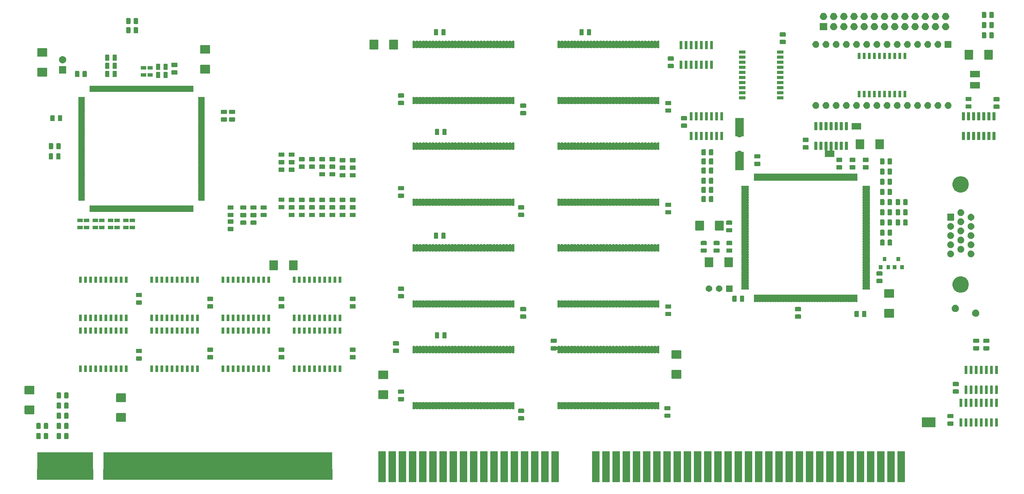
<source format=gbr>
G04 #@! TF.GenerationSoftware,KiCad,Pcbnew,(5.1.5)-3*
G04 #@! TF.CreationDate,2020-09-26T10:43:14+02:00*
G04 #@! TF.ProjectId,968,3936382e-6b69-4636-9164-5f7063625858,rev?*
G04 #@! TF.SameCoordinates,Original*
G04 #@! TF.FileFunction,Soldermask,Top*
G04 #@! TF.FilePolarity,Negative*
%FSLAX46Y46*%
G04 Gerber Fmt 4.6, Leading zero omitted, Abs format (unit mm)*
G04 Created by KiCad (PCBNEW (5.1.5)-3) date 2020-09-26 10:43:14*
%MOMM*%
%LPD*%
G04 APERTURE LIST*
%ADD10C,0.100000*%
G04 APERTURE END LIST*
D10*
G36*
X99695000Y-155575000D02*
G01*
X42545000Y-155575000D01*
X42545000Y-153035000D01*
X99695000Y-153035000D01*
X99695000Y-155575000D01*
G37*
X99695000Y-155575000D02*
X42545000Y-155575000D01*
X42545000Y-153035000D01*
X99695000Y-153035000D01*
X99695000Y-155575000D01*
G36*
X40005000Y-155575000D02*
G01*
X26035000Y-155575000D01*
X26035000Y-153035000D01*
X40005000Y-153035000D01*
X40005000Y-155575000D01*
G37*
X40005000Y-155575000D02*
X26035000Y-155575000D01*
X26035000Y-153035000D01*
X40005000Y-153035000D01*
X40005000Y-155575000D01*
G36*
X209556000Y-156261000D02*
G01*
X207674000Y-156261000D01*
X207674000Y-148539000D01*
X209556000Y-148539000D01*
X209556000Y-156261000D01*
G37*
G36*
X212096000Y-156261000D02*
G01*
X210214000Y-156261000D01*
X210214000Y-148539000D01*
X212096000Y-148539000D01*
X212096000Y-156261000D01*
G37*
G36*
X240036000Y-156261000D02*
G01*
X238154000Y-156261000D01*
X238154000Y-148539000D01*
X240036000Y-148539000D01*
X240036000Y-156261000D01*
G37*
G36*
X237496000Y-156261000D02*
G01*
X235614000Y-156261000D01*
X235614000Y-148539000D01*
X237496000Y-148539000D01*
X237496000Y-156261000D01*
G37*
G36*
X234956000Y-156261000D02*
G01*
X233074000Y-156261000D01*
X233074000Y-148539000D01*
X234956000Y-148539000D01*
X234956000Y-156261000D01*
G37*
G36*
X232416000Y-156261000D02*
G01*
X230534000Y-156261000D01*
X230534000Y-148539000D01*
X232416000Y-148539000D01*
X232416000Y-156261000D01*
G37*
G36*
X229876000Y-156261000D02*
G01*
X227994000Y-156261000D01*
X227994000Y-148539000D01*
X229876000Y-148539000D01*
X229876000Y-156261000D01*
G37*
G36*
X227336000Y-156261000D02*
G01*
X225454000Y-156261000D01*
X225454000Y-148539000D01*
X227336000Y-148539000D01*
X227336000Y-156261000D01*
G37*
G36*
X224796000Y-156261000D02*
G01*
X222914000Y-156261000D01*
X222914000Y-148539000D01*
X224796000Y-148539000D01*
X224796000Y-156261000D01*
G37*
G36*
X222256000Y-156261000D02*
G01*
X220374000Y-156261000D01*
X220374000Y-148539000D01*
X222256000Y-148539000D01*
X222256000Y-156261000D01*
G37*
G36*
X219716000Y-156261000D02*
G01*
X217834000Y-156261000D01*
X217834000Y-148539000D01*
X219716000Y-148539000D01*
X219716000Y-156261000D01*
G37*
G36*
X217176000Y-156261000D02*
G01*
X215294000Y-156261000D01*
X215294000Y-148539000D01*
X217176000Y-148539000D01*
X217176000Y-156261000D01*
G37*
G36*
X214636000Y-156261000D02*
G01*
X212754000Y-156261000D01*
X212754000Y-148539000D01*
X214636000Y-148539000D01*
X214636000Y-156261000D01*
G37*
G36*
X179076000Y-156261000D02*
G01*
X177194000Y-156261000D01*
X177194000Y-148539000D01*
X179076000Y-148539000D01*
X179076000Y-156261000D01*
G37*
G36*
X207016000Y-156261000D02*
G01*
X205134000Y-156261000D01*
X205134000Y-148539000D01*
X207016000Y-148539000D01*
X207016000Y-156261000D01*
G37*
G36*
X204476000Y-156261000D02*
G01*
X202594000Y-156261000D01*
X202594000Y-148539000D01*
X204476000Y-148539000D01*
X204476000Y-156261000D01*
G37*
G36*
X201936000Y-156261000D02*
G01*
X200054000Y-156261000D01*
X200054000Y-148539000D01*
X201936000Y-148539000D01*
X201936000Y-156261000D01*
G37*
G36*
X199396000Y-156261000D02*
G01*
X197514000Y-156261000D01*
X197514000Y-148539000D01*
X199396000Y-148539000D01*
X199396000Y-156261000D01*
G37*
G36*
X196856000Y-156261000D02*
G01*
X194974000Y-156261000D01*
X194974000Y-148539000D01*
X196856000Y-148539000D01*
X196856000Y-156261000D01*
G37*
G36*
X194316000Y-156261000D02*
G01*
X192434000Y-156261000D01*
X192434000Y-148539000D01*
X194316000Y-148539000D01*
X194316000Y-156261000D01*
G37*
G36*
X191776000Y-156261000D02*
G01*
X189894000Y-156261000D01*
X189894000Y-148539000D01*
X191776000Y-148539000D01*
X191776000Y-156261000D01*
G37*
G36*
X189236000Y-156261000D02*
G01*
X187354000Y-156261000D01*
X187354000Y-148539000D01*
X189236000Y-148539000D01*
X189236000Y-156261000D01*
G37*
G36*
X186696000Y-156261000D02*
G01*
X184814000Y-156261000D01*
X184814000Y-148539000D01*
X186696000Y-148539000D01*
X186696000Y-156261000D01*
G37*
G36*
X184156000Y-156261000D02*
G01*
X182274000Y-156261000D01*
X182274000Y-148539000D01*
X184156000Y-148539000D01*
X184156000Y-156261000D01*
G37*
G36*
X140976000Y-156261000D02*
G01*
X139094000Y-156261000D01*
X139094000Y-148539000D01*
X140976000Y-148539000D01*
X140976000Y-156261000D01*
G37*
G36*
X115576000Y-156261000D02*
G01*
X113694000Y-156261000D01*
X113694000Y-148539000D01*
X115576000Y-148539000D01*
X115576000Y-156261000D01*
G37*
G36*
X176536000Y-156261000D02*
G01*
X174654000Y-156261000D01*
X174654000Y-148539000D01*
X176536000Y-148539000D01*
X176536000Y-156261000D01*
G37*
G36*
X173996000Y-156261000D02*
G01*
X172114000Y-156261000D01*
X172114000Y-148539000D01*
X173996000Y-148539000D01*
X173996000Y-156261000D01*
G37*
G36*
X171456000Y-156261000D02*
G01*
X169574000Y-156261000D01*
X169574000Y-148539000D01*
X171456000Y-148539000D01*
X171456000Y-156261000D01*
G37*
G36*
X168916000Y-156261000D02*
G01*
X167034000Y-156261000D01*
X167034000Y-148539000D01*
X168916000Y-148539000D01*
X168916000Y-156261000D01*
G37*
G36*
X166376000Y-156261000D02*
G01*
X164494000Y-156261000D01*
X164494000Y-148539000D01*
X166376000Y-148539000D01*
X166376000Y-156261000D01*
G37*
G36*
X156216000Y-156261000D02*
G01*
X154334000Y-156261000D01*
X154334000Y-148539000D01*
X156216000Y-148539000D01*
X156216000Y-156261000D01*
G37*
G36*
X153676000Y-156261000D02*
G01*
X151794000Y-156261000D01*
X151794000Y-148539000D01*
X153676000Y-148539000D01*
X153676000Y-156261000D01*
G37*
G36*
X151136000Y-156261000D02*
G01*
X149254000Y-156261000D01*
X149254000Y-148539000D01*
X151136000Y-148539000D01*
X151136000Y-156261000D01*
G37*
G36*
X148596000Y-156261000D02*
G01*
X146714000Y-156261000D01*
X146714000Y-148539000D01*
X148596000Y-148539000D01*
X148596000Y-156261000D01*
G37*
G36*
X146056000Y-156261000D02*
G01*
X144174000Y-156261000D01*
X144174000Y-148539000D01*
X146056000Y-148539000D01*
X146056000Y-156261000D01*
G37*
G36*
X143516000Y-156261000D02*
G01*
X141634000Y-156261000D01*
X141634000Y-148539000D01*
X143516000Y-148539000D01*
X143516000Y-156261000D01*
G37*
G36*
X138436000Y-156261000D02*
G01*
X136554000Y-156261000D01*
X136554000Y-148539000D01*
X138436000Y-148539000D01*
X138436000Y-156261000D01*
G37*
G36*
X113036000Y-156261000D02*
G01*
X111154000Y-156261000D01*
X111154000Y-148539000D01*
X113036000Y-148539000D01*
X113036000Y-156261000D01*
G37*
G36*
X118116000Y-156261000D02*
G01*
X116234000Y-156261000D01*
X116234000Y-148539000D01*
X118116000Y-148539000D01*
X118116000Y-156261000D01*
G37*
G36*
X120656000Y-156261000D02*
G01*
X118774000Y-156261000D01*
X118774000Y-148539000D01*
X120656000Y-148539000D01*
X120656000Y-156261000D01*
G37*
G36*
X123196000Y-156261000D02*
G01*
X121314000Y-156261000D01*
X121314000Y-148539000D01*
X123196000Y-148539000D01*
X123196000Y-156261000D01*
G37*
G36*
X242576000Y-156261000D02*
G01*
X240694000Y-156261000D01*
X240694000Y-148539000D01*
X242576000Y-148539000D01*
X242576000Y-156261000D01*
G37*
G36*
X125736000Y-156261000D02*
G01*
X123854000Y-156261000D01*
X123854000Y-148539000D01*
X125736000Y-148539000D01*
X125736000Y-156261000D01*
G37*
G36*
X128276000Y-156261000D02*
G01*
X126394000Y-156261000D01*
X126394000Y-148539000D01*
X128276000Y-148539000D01*
X128276000Y-156261000D01*
G37*
G36*
X130816000Y-156261000D02*
G01*
X128934000Y-156261000D01*
X128934000Y-148539000D01*
X130816000Y-148539000D01*
X130816000Y-156261000D01*
G37*
G36*
X133356000Y-156261000D02*
G01*
X131474000Y-156261000D01*
X131474000Y-148539000D01*
X133356000Y-148539000D01*
X133356000Y-156261000D01*
G37*
G36*
X135896000Y-156261000D02*
G01*
X134014000Y-156261000D01*
X134014000Y-148539000D01*
X135896000Y-148539000D01*
X135896000Y-156261000D01*
G37*
G36*
X181616000Y-156261000D02*
G01*
X179734000Y-156261000D01*
X179734000Y-148539000D01*
X181616000Y-148539000D01*
X181616000Y-156261000D01*
G37*
G36*
X39931000Y-153476000D02*
G01*
X26109000Y-153476000D01*
X26109000Y-148804000D01*
X39931000Y-148804000D01*
X39931000Y-153476000D01*
G37*
G36*
X99621000Y-153466000D02*
G01*
X47675999Y-153466000D01*
X47651613Y-153468402D01*
X47628164Y-153475515D01*
X47627257Y-153476000D01*
X42619000Y-153476000D01*
X42619000Y-148804000D01*
X47574001Y-148804000D01*
X47598387Y-148801598D01*
X47621836Y-148794485D01*
X47622743Y-148794000D01*
X99621000Y-148794000D01*
X99621000Y-153466000D01*
G37*
G36*
X33694468Y-144033565D02*
G01*
X33733138Y-144045296D01*
X33768777Y-144064346D01*
X33800017Y-144089983D01*
X33825654Y-144121223D01*
X33844704Y-144156862D01*
X33856435Y-144195532D01*
X33861000Y-144241888D01*
X33861000Y-145318112D01*
X33856435Y-145364468D01*
X33844704Y-145403138D01*
X33825654Y-145438777D01*
X33800017Y-145470017D01*
X33768777Y-145495654D01*
X33733138Y-145514704D01*
X33694468Y-145526435D01*
X33648112Y-145531000D01*
X32996888Y-145531000D01*
X32950532Y-145526435D01*
X32911862Y-145514704D01*
X32876223Y-145495654D01*
X32844983Y-145470017D01*
X32819346Y-145438777D01*
X32800296Y-145403138D01*
X32788565Y-145364468D01*
X32784000Y-145318112D01*
X32784000Y-144241888D01*
X32788565Y-144195532D01*
X32800296Y-144156862D01*
X32819346Y-144121223D01*
X32844983Y-144089983D01*
X32876223Y-144064346D01*
X32911862Y-144045296D01*
X32950532Y-144033565D01*
X32996888Y-144029000D01*
X33648112Y-144029000D01*
X33694468Y-144033565D01*
G37*
G36*
X31819468Y-144033565D02*
G01*
X31858138Y-144045296D01*
X31893777Y-144064346D01*
X31925017Y-144089983D01*
X31950654Y-144121223D01*
X31969704Y-144156862D01*
X31981435Y-144195532D01*
X31986000Y-144241888D01*
X31986000Y-145318112D01*
X31981435Y-145364468D01*
X31969704Y-145403138D01*
X31950654Y-145438777D01*
X31925017Y-145470017D01*
X31893777Y-145495654D01*
X31858138Y-145514704D01*
X31819468Y-145526435D01*
X31773112Y-145531000D01*
X31121888Y-145531000D01*
X31075532Y-145526435D01*
X31036862Y-145514704D01*
X31001223Y-145495654D01*
X30969983Y-145470017D01*
X30944346Y-145438777D01*
X30925296Y-145403138D01*
X30913565Y-145364468D01*
X30909000Y-145318112D01*
X30909000Y-144241888D01*
X30913565Y-144195532D01*
X30925296Y-144156862D01*
X30944346Y-144121223D01*
X30969983Y-144089983D01*
X31001223Y-144064346D01*
X31036862Y-144045296D01*
X31075532Y-144033565D01*
X31121888Y-144029000D01*
X31773112Y-144029000D01*
X31819468Y-144033565D01*
G37*
G36*
X28614468Y-144033565D02*
G01*
X28653138Y-144045296D01*
X28688777Y-144064346D01*
X28720017Y-144089983D01*
X28745654Y-144121223D01*
X28764704Y-144156862D01*
X28776435Y-144195532D01*
X28781000Y-144241888D01*
X28781000Y-145318112D01*
X28776435Y-145364468D01*
X28764704Y-145403138D01*
X28745654Y-145438777D01*
X28720017Y-145470017D01*
X28688777Y-145495654D01*
X28653138Y-145514704D01*
X28614468Y-145526435D01*
X28568112Y-145531000D01*
X27916888Y-145531000D01*
X27870532Y-145526435D01*
X27831862Y-145514704D01*
X27796223Y-145495654D01*
X27764983Y-145470017D01*
X27739346Y-145438777D01*
X27720296Y-145403138D01*
X27708565Y-145364468D01*
X27704000Y-145318112D01*
X27704000Y-144241888D01*
X27708565Y-144195532D01*
X27720296Y-144156862D01*
X27739346Y-144121223D01*
X27764983Y-144089983D01*
X27796223Y-144064346D01*
X27831862Y-144045296D01*
X27870532Y-144033565D01*
X27916888Y-144029000D01*
X28568112Y-144029000D01*
X28614468Y-144033565D01*
G37*
G36*
X26739468Y-144033565D02*
G01*
X26778138Y-144045296D01*
X26813777Y-144064346D01*
X26845017Y-144089983D01*
X26870654Y-144121223D01*
X26889704Y-144156862D01*
X26901435Y-144195532D01*
X26906000Y-144241888D01*
X26906000Y-145318112D01*
X26901435Y-145364468D01*
X26889704Y-145403138D01*
X26870654Y-145438777D01*
X26845017Y-145470017D01*
X26813777Y-145495654D01*
X26778138Y-145514704D01*
X26739468Y-145526435D01*
X26693112Y-145531000D01*
X26041888Y-145531000D01*
X25995532Y-145526435D01*
X25956862Y-145514704D01*
X25921223Y-145495654D01*
X25889983Y-145470017D01*
X25864346Y-145438777D01*
X25845296Y-145403138D01*
X25833565Y-145364468D01*
X25829000Y-145318112D01*
X25829000Y-144241888D01*
X25833565Y-144195532D01*
X25845296Y-144156862D01*
X25864346Y-144121223D01*
X25889983Y-144089983D01*
X25921223Y-144064346D01*
X25956862Y-144045296D01*
X25995532Y-144033565D01*
X26041888Y-144029000D01*
X26693112Y-144029000D01*
X26739468Y-144033565D01*
G37*
G36*
X33694468Y-141493565D02*
G01*
X33733138Y-141505296D01*
X33768777Y-141524346D01*
X33800017Y-141549983D01*
X33825654Y-141581223D01*
X33844704Y-141616862D01*
X33856435Y-141655532D01*
X33861000Y-141701888D01*
X33861000Y-142778112D01*
X33856435Y-142824468D01*
X33844704Y-142863138D01*
X33825654Y-142898777D01*
X33800017Y-142930017D01*
X33768777Y-142955654D01*
X33733138Y-142974704D01*
X33694468Y-142986435D01*
X33648112Y-142991000D01*
X32996888Y-142991000D01*
X32950532Y-142986435D01*
X32911862Y-142974704D01*
X32876223Y-142955654D01*
X32844983Y-142930017D01*
X32819346Y-142898777D01*
X32800296Y-142863138D01*
X32788565Y-142824468D01*
X32784000Y-142778112D01*
X32784000Y-141701888D01*
X32788565Y-141655532D01*
X32800296Y-141616862D01*
X32819346Y-141581223D01*
X32844983Y-141549983D01*
X32876223Y-141524346D01*
X32911862Y-141505296D01*
X32950532Y-141493565D01*
X32996888Y-141489000D01*
X33648112Y-141489000D01*
X33694468Y-141493565D01*
G37*
G36*
X26739468Y-141493565D02*
G01*
X26778138Y-141505296D01*
X26813777Y-141524346D01*
X26845017Y-141549983D01*
X26870654Y-141581223D01*
X26889704Y-141616862D01*
X26901435Y-141655532D01*
X26906000Y-141701888D01*
X26906000Y-142778112D01*
X26901435Y-142824468D01*
X26889704Y-142863138D01*
X26870654Y-142898777D01*
X26845017Y-142930017D01*
X26813777Y-142955654D01*
X26778138Y-142974704D01*
X26739468Y-142986435D01*
X26693112Y-142991000D01*
X26041888Y-142991000D01*
X25995532Y-142986435D01*
X25956862Y-142974704D01*
X25921223Y-142955654D01*
X25889983Y-142930017D01*
X25864346Y-142898777D01*
X25845296Y-142863138D01*
X25833565Y-142824468D01*
X25829000Y-142778112D01*
X25829000Y-141701888D01*
X25833565Y-141655532D01*
X25845296Y-141616862D01*
X25864346Y-141581223D01*
X25889983Y-141549983D01*
X25921223Y-141524346D01*
X25956862Y-141505296D01*
X25995532Y-141493565D01*
X26041888Y-141489000D01*
X26693112Y-141489000D01*
X26739468Y-141493565D01*
G37*
G36*
X31819468Y-141493565D02*
G01*
X31858138Y-141505296D01*
X31893777Y-141524346D01*
X31925017Y-141549983D01*
X31950654Y-141581223D01*
X31969704Y-141616862D01*
X31981435Y-141655532D01*
X31986000Y-141701888D01*
X31986000Y-142778112D01*
X31981435Y-142824468D01*
X31969704Y-142863138D01*
X31950654Y-142898777D01*
X31925017Y-142930017D01*
X31893777Y-142955654D01*
X31858138Y-142974704D01*
X31819468Y-142986435D01*
X31773112Y-142991000D01*
X31121888Y-142991000D01*
X31075532Y-142986435D01*
X31036862Y-142974704D01*
X31001223Y-142955654D01*
X30969983Y-142930017D01*
X30944346Y-142898777D01*
X30925296Y-142863138D01*
X30913565Y-142824468D01*
X30909000Y-142778112D01*
X30909000Y-141701888D01*
X30913565Y-141655532D01*
X30925296Y-141616862D01*
X30944346Y-141581223D01*
X30969983Y-141549983D01*
X31001223Y-141524346D01*
X31036862Y-141505296D01*
X31075532Y-141493565D01*
X31121888Y-141489000D01*
X31773112Y-141489000D01*
X31819468Y-141493565D01*
G37*
G36*
X28614468Y-141493565D02*
G01*
X28653138Y-141505296D01*
X28688777Y-141524346D01*
X28720017Y-141549983D01*
X28745654Y-141581223D01*
X28764704Y-141616862D01*
X28776435Y-141655532D01*
X28781000Y-141701888D01*
X28781000Y-142778112D01*
X28776435Y-142824468D01*
X28764704Y-142863138D01*
X28745654Y-142898777D01*
X28720017Y-142930017D01*
X28688777Y-142955654D01*
X28653138Y-142974704D01*
X28614468Y-142986435D01*
X28568112Y-142991000D01*
X27916888Y-142991000D01*
X27870532Y-142986435D01*
X27831862Y-142974704D01*
X27796223Y-142955654D01*
X27764983Y-142930017D01*
X27739346Y-142898777D01*
X27720296Y-142863138D01*
X27708565Y-142824468D01*
X27704000Y-142778112D01*
X27704000Y-141701888D01*
X27708565Y-141655532D01*
X27720296Y-141616862D01*
X27739346Y-141581223D01*
X27764983Y-141549983D01*
X27796223Y-141524346D01*
X27831862Y-141505296D01*
X27870532Y-141493565D01*
X27916888Y-141489000D01*
X28568112Y-141489000D01*
X28614468Y-141493565D01*
G37*
G36*
X250229000Y-142537000D02*
G01*
X246849000Y-142537000D01*
X246849000Y-140135000D01*
X250229000Y-140135000D01*
X250229000Y-142537000D01*
G37*
G36*
X259339928Y-140391264D02*
G01*
X259361009Y-140397660D01*
X259380445Y-140408048D01*
X259397476Y-140422024D01*
X259411452Y-140439055D01*
X259421840Y-140458491D01*
X259428236Y-140479572D01*
X259431000Y-140507640D01*
X259431000Y-142321360D01*
X259428236Y-142349428D01*
X259421840Y-142370509D01*
X259411452Y-142389945D01*
X259397476Y-142406976D01*
X259380445Y-142420952D01*
X259361009Y-142431340D01*
X259339928Y-142437736D01*
X259311860Y-142440500D01*
X258848140Y-142440500D01*
X258820072Y-142437736D01*
X258798991Y-142431340D01*
X258779555Y-142420952D01*
X258762524Y-142406976D01*
X258748548Y-142389945D01*
X258738160Y-142370509D01*
X258731764Y-142349428D01*
X258729000Y-142321360D01*
X258729000Y-140507640D01*
X258731764Y-140479572D01*
X258738160Y-140458491D01*
X258748548Y-140439055D01*
X258762524Y-140422024D01*
X258779555Y-140408048D01*
X258798991Y-140397660D01*
X258820072Y-140391264D01*
X258848140Y-140388500D01*
X259311860Y-140388500D01*
X259339928Y-140391264D01*
G37*
G36*
X258069928Y-140391264D02*
G01*
X258091009Y-140397660D01*
X258110445Y-140408048D01*
X258127476Y-140422024D01*
X258141452Y-140439055D01*
X258151840Y-140458491D01*
X258158236Y-140479572D01*
X258161000Y-140507640D01*
X258161000Y-142321360D01*
X258158236Y-142349428D01*
X258151840Y-142370509D01*
X258141452Y-142389945D01*
X258127476Y-142406976D01*
X258110445Y-142420952D01*
X258091009Y-142431340D01*
X258069928Y-142437736D01*
X258041860Y-142440500D01*
X257578140Y-142440500D01*
X257550072Y-142437736D01*
X257528991Y-142431340D01*
X257509555Y-142420952D01*
X257492524Y-142406976D01*
X257478548Y-142389945D01*
X257468160Y-142370509D01*
X257461764Y-142349428D01*
X257459000Y-142321360D01*
X257459000Y-140507640D01*
X257461764Y-140479572D01*
X257468160Y-140458491D01*
X257478548Y-140439055D01*
X257492524Y-140422024D01*
X257509555Y-140408048D01*
X257528991Y-140397660D01*
X257550072Y-140391264D01*
X257578140Y-140388500D01*
X258041860Y-140388500D01*
X258069928Y-140391264D01*
G37*
G36*
X256799928Y-140391264D02*
G01*
X256821009Y-140397660D01*
X256840445Y-140408048D01*
X256857476Y-140422024D01*
X256871452Y-140439055D01*
X256881840Y-140458491D01*
X256888236Y-140479572D01*
X256891000Y-140507640D01*
X256891000Y-142321360D01*
X256888236Y-142349428D01*
X256881840Y-142370509D01*
X256871452Y-142389945D01*
X256857476Y-142406976D01*
X256840445Y-142420952D01*
X256821009Y-142431340D01*
X256799928Y-142437736D01*
X256771860Y-142440500D01*
X256308140Y-142440500D01*
X256280072Y-142437736D01*
X256258991Y-142431340D01*
X256239555Y-142420952D01*
X256222524Y-142406976D01*
X256208548Y-142389945D01*
X256198160Y-142370509D01*
X256191764Y-142349428D01*
X256189000Y-142321360D01*
X256189000Y-140507640D01*
X256191764Y-140479572D01*
X256198160Y-140458491D01*
X256208548Y-140439055D01*
X256222524Y-140422024D01*
X256239555Y-140408048D01*
X256258991Y-140397660D01*
X256280072Y-140391264D01*
X256308140Y-140388500D01*
X256771860Y-140388500D01*
X256799928Y-140391264D01*
G37*
G36*
X260609928Y-140391264D02*
G01*
X260631009Y-140397660D01*
X260650445Y-140408048D01*
X260667476Y-140422024D01*
X260681452Y-140439055D01*
X260691840Y-140458491D01*
X260698236Y-140479572D01*
X260701000Y-140507640D01*
X260701000Y-142321360D01*
X260698236Y-142349428D01*
X260691840Y-142370509D01*
X260681452Y-142389945D01*
X260667476Y-142406976D01*
X260650445Y-142420952D01*
X260631009Y-142431340D01*
X260609928Y-142437736D01*
X260581860Y-142440500D01*
X260118140Y-142440500D01*
X260090072Y-142437736D01*
X260068991Y-142431340D01*
X260049555Y-142420952D01*
X260032524Y-142406976D01*
X260018548Y-142389945D01*
X260008160Y-142370509D01*
X260001764Y-142349428D01*
X259999000Y-142321360D01*
X259999000Y-140507640D01*
X260001764Y-140479572D01*
X260008160Y-140458491D01*
X260018548Y-140439055D01*
X260032524Y-140422024D01*
X260049555Y-140408048D01*
X260068991Y-140397660D01*
X260090072Y-140391264D01*
X260118140Y-140388500D01*
X260581860Y-140388500D01*
X260609928Y-140391264D01*
G37*
G36*
X261879928Y-140391264D02*
G01*
X261901009Y-140397660D01*
X261920445Y-140408048D01*
X261937476Y-140422024D01*
X261951452Y-140439055D01*
X261961840Y-140458491D01*
X261968236Y-140479572D01*
X261971000Y-140507640D01*
X261971000Y-142321360D01*
X261968236Y-142349428D01*
X261961840Y-142370509D01*
X261951452Y-142389945D01*
X261937476Y-142406976D01*
X261920445Y-142420952D01*
X261901009Y-142431340D01*
X261879928Y-142437736D01*
X261851860Y-142440500D01*
X261388140Y-142440500D01*
X261360072Y-142437736D01*
X261338991Y-142431340D01*
X261319555Y-142420952D01*
X261302524Y-142406976D01*
X261288548Y-142389945D01*
X261278160Y-142370509D01*
X261271764Y-142349428D01*
X261269000Y-142321360D01*
X261269000Y-140507640D01*
X261271764Y-140479572D01*
X261278160Y-140458491D01*
X261288548Y-140439055D01*
X261302524Y-140422024D01*
X261319555Y-140408048D01*
X261338991Y-140397660D01*
X261360072Y-140391264D01*
X261388140Y-140388500D01*
X261851860Y-140388500D01*
X261879928Y-140391264D01*
G37*
G36*
X263149928Y-140391264D02*
G01*
X263171009Y-140397660D01*
X263190445Y-140408048D01*
X263207476Y-140422024D01*
X263221452Y-140439055D01*
X263231840Y-140458491D01*
X263238236Y-140479572D01*
X263241000Y-140507640D01*
X263241000Y-142321360D01*
X263238236Y-142349428D01*
X263231840Y-142370509D01*
X263221452Y-142389945D01*
X263207476Y-142406976D01*
X263190445Y-142420952D01*
X263171009Y-142431340D01*
X263149928Y-142437736D01*
X263121860Y-142440500D01*
X262658140Y-142440500D01*
X262630072Y-142437736D01*
X262608991Y-142431340D01*
X262589555Y-142420952D01*
X262572524Y-142406976D01*
X262558548Y-142389945D01*
X262548160Y-142370509D01*
X262541764Y-142349428D01*
X262539000Y-142321360D01*
X262539000Y-140507640D01*
X262541764Y-140479572D01*
X262548160Y-140458491D01*
X262558548Y-140439055D01*
X262572524Y-140422024D01*
X262589555Y-140408048D01*
X262608991Y-140397660D01*
X262630072Y-140391264D01*
X262658140Y-140388500D01*
X263121860Y-140388500D01*
X263149928Y-140391264D01*
G37*
G36*
X264419928Y-140391264D02*
G01*
X264441009Y-140397660D01*
X264460445Y-140408048D01*
X264477476Y-140422024D01*
X264491452Y-140439055D01*
X264501840Y-140458491D01*
X264508236Y-140479572D01*
X264511000Y-140507640D01*
X264511000Y-142321360D01*
X264508236Y-142349428D01*
X264501840Y-142370509D01*
X264491452Y-142389945D01*
X264477476Y-142406976D01*
X264460445Y-142420952D01*
X264441009Y-142431340D01*
X264419928Y-142437736D01*
X264391860Y-142440500D01*
X263928140Y-142440500D01*
X263900072Y-142437736D01*
X263878991Y-142431340D01*
X263859555Y-142420952D01*
X263842524Y-142406976D01*
X263828548Y-142389945D01*
X263818160Y-142370509D01*
X263811764Y-142349428D01*
X263809000Y-142321360D01*
X263809000Y-140507640D01*
X263811764Y-140479572D01*
X263818160Y-140458491D01*
X263828548Y-140439055D01*
X263842524Y-140422024D01*
X263859555Y-140408048D01*
X263878991Y-140397660D01*
X263900072Y-140391264D01*
X263928140Y-140388500D01*
X264391860Y-140388500D01*
X264419928Y-140391264D01*
G37*
G36*
X265689928Y-140391264D02*
G01*
X265711009Y-140397660D01*
X265730445Y-140408048D01*
X265747476Y-140422024D01*
X265761452Y-140439055D01*
X265771840Y-140458491D01*
X265778236Y-140479572D01*
X265781000Y-140507640D01*
X265781000Y-142321360D01*
X265778236Y-142349428D01*
X265771840Y-142370509D01*
X265761452Y-142389945D01*
X265747476Y-142406976D01*
X265730445Y-142420952D01*
X265711009Y-142431340D01*
X265689928Y-142437736D01*
X265661860Y-142440500D01*
X265198140Y-142440500D01*
X265170072Y-142437736D01*
X265148991Y-142431340D01*
X265129555Y-142420952D01*
X265112524Y-142406976D01*
X265098548Y-142389945D01*
X265088160Y-142370509D01*
X265081764Y-142349428D01*
X265079000Y-142321360D01*
X265079000Y-140507640D01*
X265081764Y-140479572D01*
X265088160Y-140458491D01*
X265098548Y-140439055D01*
X265112524Y-140422024D01*
X265129555Y-140408048D01*
X265148991Y-140397660D01*
X265170072Y-140391264D01*
X265198140Y-140388500D01*
X265661860Y-140388500D01*
X265689928Y-140391264D01*
G37*
G36*
X254520968Y-141119565D02*
G01*
X254559638Y-141131296D01*
X254595277Y-141150346D01*
X254626517Y-141175983D01*
X254652154Y-141207223D01*
X254671204Y-141242862D01*
X254682935Y-141281532D01*
X254687500Y-141327888D01*
X254687500Y-141979112D01*
X254682935Y-142025468D01*
X254671204Y-142064138D01*
X254652154Y-142099777D01*
X254626517Y-142131017D01*
X254595277Y-142156654D01*
X254559638Y-142175704D01*
X254520968Y-142187435D01*
X254474612Y-142192000D01*
X253398388Y-142192000D01*
X253352032Y-142187435D01*
X253313362Y-142175704D01*
X253277723Y-142156654D01*
X253246483Y-142131017D01*
X253220846Y-142099777D01*
X253201796Y-142064138D01*
X253190065Y-142025468D01*
X253185500Y-141979112D01*
X253185500Y-141327888D01*
X253190065Y-141281532D01*
X253201796Y-141242862D01*
X253220846Y-141207223D01*
X253246483Y-141175983D01*
X253277723Y-141150346D01*
X253313362Y-141131296D01*
X253352032Y-141119565D01*
X253398388Y-141115000D01*
X254474612Y-141115000D01*
X254520968Y-141119565D01*
G37*
G36*
X48081132Y-139045810D02*
G01*
X48112423Y-139055302D01*
X48141263Y-139070717D01*
X48166539Y-139091461D01*
X48187283Y-139116737D01*
X48202698Y-139145577D01*
X48212190Y-139176868D01*
X48216000Y-139215551D01*
X48216000Y-141045449D01*
X48212190Y-141084132D01*
X48202698Y-141115423D01*
X48187283Y-141144263D01*
X48166539Y-141169539D01*
X48141263Y-141190283D01*
X48112423Y-141205698D01*
X48081132Y-141215190D01*
X48042449Y-141219000D01*
X45937551Y-141219000D01*
X45898868Y-141215190D01*
X45867577Y-141205698D01*
X45838737Y-141190283D01*
X45813461Y-141169539D01*
X45792717Y-141144263D01*
X45777302Y-141115423D01*
X45767810Y-141084132D01*
X45764000Y-141045449D01*
X45764000Y-139215551D01*
X45767810Y-139176868D01*
X45777302Y-139145577D01*
X45792717Y-139116737D01*
X45813461Y-139091461D01*
X45838737Y-139070717D01*
X45867577Y-139055302D01*
X45898868Y-139045810D01*
X45937551Y-139042000D01*
X48042449Y-139042000D01*
X48081132Y-139045810D01*
G37*
G36*
X147396468Y-139801065D02*
G01*
X147435138Y-139812796D01*
X147470777Y-139831846D01*
X147502017Y-139857483D01*
X147527654Y-139888723D01*
X147546704Y-139924362D01*
X147558435Y-139963032D01*
X147563000Y-140009388D01*
X147563000Y-140660612D01*
X147558435Y-140706968D01*
X147546704Y-140745638D01*
X147527654Y-140781277D01*
X147502017Y-140812517D01*
X147470777Y-140838154D01*
X147435138Y-140857204D01*
X147396468Y-140868935D01*
X147350112Y-140873500D01*
X146273888Y-140873500D01*
X146227532Y-140868935D01*
X146188862Y-140857204D01*
X146153223Y-140838154D01*
X146121983Y-140812517D01*
X146096346Y-140781277D01*
X146077296Y-140745638D01*
X146065565Y-140706968D01*
X146061000Y-140660612D01*
X146061000Y-140009388D01*
X146065565Y-139963032D01*
X146077296Y-139924362D01*
X146096346Y-139888723D01*
X146121983Y-139857483D01*
X146153223Y-139831846D01*
X146188862Y-139812796D01*
X146227532Y-139801065D01*
X146273888Y-139796500D01*
X147350112Y-139796500D01*
X147396468Y-139801065D01*
G37*
G36*
X33694468Y-138953565D02*
G01*
X33733138Y-138965296D01*
X33768777Y-138984346D01*
X33800017Y-139009983D01*
X33825654Y-139041223D01*
X33844704Y-139076862D01*
X33856435Y-139115532D01*
X33861000Y-139161888D01*
X33861000Y-140238112D01*
X33856435Y-140284468D01*
X33844704Y-140323138D01*
X33825654Y-140358777D01*
X33800017Y-140390017D01*
X33768777Y-140415654D01*
X33733138Y-140434704D01*
X33694468Y-140446435D01*
X33648112Y-140451000D01*
X32996888Y-140451000D01*
X32950532Y-140446435D01*
X32911862Y-140434704D01*
X32876223Y-140415654D01*
X32844983Y-140390017D01*
X32819346Y-140358777D01*
X32800296Y-140323138D01*
X32788565Y-140284468D01*
X32784000Y-140238112D01*
X32784000Y-139161888D01*
X32788565Y-139115532D01*
X32800296Y-139076862D01*
X32819346Y-139041223D01*
X32844983Y-139009983D01*
X32876223Y-138984346D01*
X32911862Y-138965296D01*
X32950532Y-138953565D01*
X32996888Y-138949000D01*
X33648112Y-138949000D01*
X33694468Y-138953565D01*
G37*
G36*
X31819468Y-138953565D02*
G01*
X31858138Y-138965296D01*
X31893777Y-138984346D01*
X31925017Y-139009983D01*
X31950654Y-139041223D01*
X31969704Y-139076862D01*
X31981435Y-139115532D01*
X31986000Y-139161888D01*
X31986000Y-140238112D01*
X31981435Y-140284468D01*
X31969704Y-140323138D01*
X31950654Y-140358777D01*
X31925017Y-140390017D01*
X31893777Y-140415654D01*
X31858138Y-140434704D01*
X31819468Y-140446435D01*
X31773112Y-140451000D01*
X31121888Y-140451000D01*
X31075532Y-140446435D01*
X31036862Y-140434704D01*
X31001223Y-140415654D01*
X30969983Y-140390017D01*
X30944346Y-140358777D01*
X30925296Y-140323138D01*
X30913565Y-140284468D01*
X30909000Y-140238112D01*
X30909000Y-139161888D01*
X30913565Y-139115532D01*
X30925296Y-139076862D01*
X30944346Y-139041223D01*
X30969983Y-139009983D01*
X31001223Y-138984346D01*
X31036862Y-138965296D01*
X31075532Y-138953565D01*
X31121888Y-138949000D01*
X31773112Y-138949000D01*
X31819468Y-138953565D01*
G37*
G36*
X254520968Y-139244565D02*
G01*
X254559638Y-139256296D01*
X254595277Y-139275346D01*
X254626517Y-139300983D01*
X254652154Y-139332223D01*
X254671204Y-139367862D01*
X254682935Y-139406532D01*
X254687500Y-139452888D01*
X254687500Y-140104112D01*
X254682935Y-140150468D01*
X254671204Y-140189138D01*
X254652154Y-140224777D01*
X254626517Y-140256017D01*
X254595277Y-140281654D01*
X254559638Y-140300704D01*
X254520968Y-140312435D01*
X254474612Y-140317000D01*
X253398388Y-140317000D01*
X253352032Y-140312435D01*
X253313362Y-140300704D01*
X253277723Y-140281654D01*
X253246483Y-140256017D01*
X253220846Y-140224777D01*
X253201796Y-140189138D01*
X253190065Y-140150468D01*
X253185500Y-140104112D01*
X253185500Y-139452888D01*
X253190065Y-139406532D01*
X253201796Y-139367862D01*
X253220846Y-139332223D01*
X253246483Y-139300983D01*
X253277723Y-139275346D01*
X253313362Y-139256296D01*
X253352032Y-139244565D01*
X253398388Y-139240000D01*
X254474612Y-139240000D01*
X254520968Y-139244565D01*
G37*
G36*
X183896268Y-139166065D02*
G01*
X183934938Y-139177796D01*
X183970577Y-139196846D01*
X184001817Y-139222483D01*
X184027454Y-139253723D01*
X184046504Y-139289362D01*
X184058235Y-139328032D01*
X184062800Y-139374388D01*
X184062800Y-140025612D01*
X184058235Y-140071968D01*
X184046504Y-140110638D01*
X184027454Y-140146277D01*
X184001817Y-140177517D01*
X183970577Y-140203154D01*
X183934938Y-140222204D01*
X183896268Y-140233935D01*
X183849912Y-140238500D01*
X182773688Y-140238500D01*
X182727332Y-140233935D01*
X182688662Y-140222204D01*
X182653023Y-140203154D01*
X182621783Y-140177517D01*
X182596146Y-140146277D01*
X182577096Y-140110638D01*
X182565365Y-140071968D01*
X182560800Y-140025612D01*
X182560800Y-139374388D01*
X182565365Y-139328032D01*
X182577096Y-139289362D01*
X182596146Y-139253723D01*
X182621783Y-139222483D01*
X182653023Y-139196846D01*
X182688662Y-139177796D01*
X182727332Y-139166065D01*
X182773688Y-139161500D01*
X183849912Y-139161500D01*
X183896268Y-139166065D01*
G37*
G36*
X25221132Y-137140810D02*
G01*
X25252423Y-137150302D01*
X25281263Y-137165717D01*
X25306539Y-137186461D01*
X25327283Y-137211737D01*
X25342698Y-137240577D01*
X25352190Y-137271868D01*
X25356000Y-137310551D01*
X25356000Y-139140449D01*
X25352190Y-139179132D01*
X25342698Y-139210423D01*
X25327283Y-139239263D01*
X25306539Y-139264539D01*
X25281263Y-139285283D01*
X25252423Y-139300698D01*
X25221132Y-139310190D01*
X25182449Y-139314000D01*
X23077551Y-139314000D01*
X23038868Y-139310190D01*
X23007577Y-139300698D01*
X22978737Y-139285283D01*
X22953461Y-139264539D01*
X22932717Y-139239263D01*
X22917302Y-139210423D01*
X22907810Y-139179132D01*
X22904000Y-139140449D01*
X22904000Y-137310551D01*
X22907810Y-137271868D01*
X22917302Y-137240577D01*
X22932717Y-137211737D01*
X22953461Y-137186461D01*
X22978737Y-137165717D01*
X23007577Y-137150302D01*
X23038868Y-137140810D01*
X23077551Y-137137000D01*
X25182449Y-137137000D01*
X25221132Y-137140810D01*
G37*
G36*
X147396468Y-137926065D02*
G01*
X147435138Y-137937796D01*
X147470777Y-137956846D01*
X147502017Y-137982483D01*
X147527654Y-138013723D01*
X147546704Y-138049362D01*
X147558435Y-138088032D01*
X147563000Y-138134388D01*
X147563000Y-138785612D01*
X147558435Y-138831968D01*
X147546704Y-138870638D01*
X147527654Y-138906277D01*
X147502017Y-138937517D01*
X147470777Y-138963154D01*
X147435138Y-138982204D01*
X147396468Y-138993935D01*
X147350112Y-138998500D01*
X146273888Y-138998500D01*
X146227532Y-138993935D01*
X146188862Y-138982204D01*
X146153223Y-138963154D01*
X146121983Y-138937517D01*
X146096346Y-138906277D01*
X146077296Y-138870638D01*
X146065565Y-138831968D01*
X146061000Y-138785612D01*
X146061000Y-138134388D01*
X146065565Y-138088032D01*
X146077296Y-138049362D01*
X146096346Y-138013723D01*
X146121983Y-137982483D01*
X146153223Y-137956846D01*
X146188862Y-137937796D01*
X146227532Y-137926065D01*
X146273888Y-137921500D01*
X147350112Y-137921500D01*
X147396468Y-137926065D01*
G37*
G36*
X183896268Y-137291065D02*
G01*
X183934938Y-137302796D01*
X183970577Y-137321846D01*
X184001817Y-137347483D01*
X184027454Y-137378723D01*
X184046504Y-137414362D01*
X184058235Y-137453032D01*
X184062800Y-137499388D01*
X184062800Y-138150612D01*
X184058235Y-138196968D01*
X184046504Y-138235638D01*
X184027454Y-138271277D01*
X184001817Y-138302517D01*
X183970577Y-138328154D01*
X183934938Y-138347204D01*
X183896268Y-138358935D01*
X183849912Y-138363500D01*
X182773688Y-138363500D01*
X182727332Y-138358935D01*
X182688662Y-138347204D01*
X182653023Y-138328154D01*
X182621783Y-138302517D01*
X182596146Y-138271277D01*
X182577096Y-138235638D01*
X182565365Y-138196968D01*
X182560800Y-138150612D01*
X182560800Y-137499388D01*
X182565365Y-137453032D01*
X182577096Y-137414362D01*
X182596146Y-137378723D01*
X182621783Y-137347483D01*
X182653023Y-137321846D01*
X182688662Y-137302796D01*
X182727332Y-137291065D01*
X182773688Y-137286500D01*
X183849912Y-137286500D01*
X183896268Y-137291065D01*
G37*
G36*
X156440051Y-136268284D02*
G01*
X156456443Y-136273257D01*
X156471555Y-136281334D01*
X156484798Y-136292202D01*
X156495667Y-136305447D01*
X156499761Y-136313106D01*
X156513374Y-136333480D01*
X156530701Y-136350807D01*
X156551076Y-136364421D01*
X156573714Y-136373798D01*
X156597748Y-136378579D01*
X156622252Y-136378579D01*
X156646285Y-136373799D01*
X156668924Y-136364421D01*
X156689298Y-136350808D01*
X156706625Y-136333481D01*
X156720239Y-136313106D01*
X156724333Y-136305447D01*
X156735202Y-136292202D01*
X156748445Y-136281334D01*
X156763557Y-136273257D01*
X156779949Y-136268284D01*
X156803141Y-136266000D01*
X157216859Y-136266000D01*
X157240051Y-136268284D01*
X157256443Y-136273257D01*
X157271555Y-136281334D01*
X157284798Y-136292202D01*
X157295667Y-136305447D01*
X157299761Y-136313106D01*
X157313374Y-136333480D01*
X157330701Y-136350807D01*
X157351076Y-136364421D01*
X157373714Y-136373798D01*
X157397748Y-136378579D01*
X157422252Y-136378579D01*
X157446285Y-136373799D01*
X157468924Y-136364421D01*
X157489298Y-136350808D01*
X157506625Y-136333481D01*
X157520239Y-136313106D01*
X157524333Y-136305447D01*
X157535202Y-136292202D01*
X157548445Y-136281334D01*
X157563557Y-136273257D01*
X157579949Y-136268284D01*
X157603141Y-136266000D01*
X158016859Y-136266000D01*
X158040051Y-136268284D01*
X158056443Y-136273257D01*
X158071555Y-136281334D01*
X158084798Y-136292202D01*
X158095667Y-136305447D01*
X158099761Y-136313106D01*
X158113374Y-136333480D01*
X158130701Y-136350807D01*
X158151076Y-136364421D01*
X158173714Y-136373798D01*
X158197748Y-136378579D01*
X158222252Y-136378579D01*
X158246285Y-136373799D01*
X158268924Y-136364421D01*
X158289298Y-136350808D01*
X158306625Y-136333481D01*
X158320239Y-136313106D01*
X158324333Y-136305447D01*
X158335202Y-136292202D01*
X158348445Y-136281334D01*
X158363557Y-136273257D01*
X158379949Y-136268284D01*
X158403141Y-136266000D01*
X158816859Y-136266000D01*
X158840051Y-136268284D01*
X158856443Y-136273257D01*
X158871555Y-136281334D01*
X158884798Y-136292202D01*
X158895667Y-136305447D01*
X158899761Y-136313106D01*
X158913374Y-136333480D01*
X158930701Y-136350807D01*
X158951076Y-136364421D01*
X158973714Y-136373798D01*
X158997748Y-136378579D01*
X159022252Y-136378579D01*
X159046285Y-136373799D01*
X159068924Y-136364421D01*
X159089298Y-136350808D01*
X159106625Y-136333481D01*
X159120239Y-136313106D01*
X159124333Y-136305447D01*
X159135202Y-136292202D01*
X159148445Y-136281334D01*
X159163557Y-136273257D01*
X159179949Y-136268284D01*
X159203141Y-136266000D01*
X159616859Y-136266000D01*
X159640051Y-136268284D01*
X159656443Y-136273257D01*
X159671555Y-136281334D01*
X159684798Y-136292202D01*
X159695667Y-136305447D01*
X159699761Y-136313106D01*
X159713374Y-136333480D01*
X159730701Y-136350807D01*
X159751076Y-136364421D01*
X159773714Y-136373798D01*
X159797748Y-136378579D01*
X159822252Y-136378579D01*
X159846285Y-136373799D01*
X159868924Y-136364421D01*
X159889298Y-136350808D01*
X159906625Y-136333481D01*
X159920239Y-136313106D01*
X159924333Y-136305447D01*
X159935202Y-136292202D01*
X159948445Y-136281334D01*
X159963557Y-136273257D01*
X159979949Y-136268284D01*
X160003141Y-136266000D01*
X160416859Y-136266000D01*
X160440051Y-136268284D01*
X160456443Y-136273257D01*
X160471555Y-136281334D01*
X160484798Y-136292202D01*
X160495667Y-136305447D01*
X160499761Y-136313106D01*
X160513374Y-136333480D01*
X160530701Y-136350807D01*
X160551076Y-136364421D01*
X160573714Y-136373798D01*
X160597748Y-136378579D01*
X160622252Y-136378579D01*
X160646285Y-136373799D01*
X160668924Y-136364421D01*
X160689298Y-136350808D01*
X160706625Y-136333481D01*
X160720239Y-136313106D01*
X160724333Y-136305447D01*
X160735202Y-136292202D01*
X160748445Y-136281334D01*
X160763557Y-136273257D01*
X160779949Y-136268284D01*
X160803141Y-136266000D01*
X161216859Y-136266000D01*
X161240051Y-136268284D01*
X161256443Y-136273257D01*
X161271555Y-136281334D01*
X161284798Y-136292202D01*
X161295667Y-136305447D01*
X161299761Y-136313106D01*
X161313374Y-136333480D01*
X161330701Y-136350807D01*
X161351076Y-136364421D01*
X161373714Y-136373798D01*
X161397748Y-136378579D01*
X161422252Y-136378579D01*
X161446285Y-136373799D01*
X161468924Y-136364421D01*
X161489298Y-136350808D01*
X161506625Y-136333481D01*
X161520239Y-136313106D01*
X161524333Y-136305447D01*
X161535202Y-136292202D01*
X161548445Y-136281334D01*
X161563557Y-136273257D01*
X161579949Y-136268284D01*
X161603141Y-136266000D01*
X162016859Y-136266000D01*
X162040051Y-136268284D01*
X162056443Y-136273257D01*
X162071555Y-136281334D01*
X162084798Y-136292202D01*
X162095667Y-136305447D01*
X162099761Y-136313106D01*
X162113374Y-136333480D01*
X162130701Y-136350807D01*
X162151076Y-136364421D01*
X162173714Y-136373798D01*
X162197748Y-136378579D01*
X162222252Y-136378579D01*
X162246285Y-136373799D01*
X162268924Y-136364421D01*
X162289298Y-136350808D01*
X162306625Y-136333481D01*
X162320239Y-136313106D01*
X162324333Y-136305447D01*
X162335202Y-136292202D01*
X162348445Y-136281334D01*
X162363557Y-136273257D01*
X162379949Y-136268284D01*
X162403141Y-136266000D01*
X162816859Y-136266000D01*
X162840051Y-136268284D01*
X162856443Y-136273257D01*
X162871555Y-136281334D01*
X162884798Y-136292202D01*
X162895667Y-136305447D01*
X162899761Y-136313106D01*
X162913374Y-136333480D01*
X162930701Y-136350807D01*
X162951076Y-136364421D01*
X162973714Y-136373798D01*
X162997748Y-136378579D01*
X163022252Y-136378579D01*
X163046285Y-136373799D01*
X163068924Y-136364421D01*
X163089298Y-136350808D01*
X163106625Y-136333481D01*
X163120239Y-136313106D01*
X163124333Y-136305447D01*
X163135202Y-136292202D01*
X163148445Y-136281334D01*
X163163557Y-136273257D01*
X163179949Y-136268284D01*
X163203141Y-136266000D01*
X163616859Y-136266000D01*
X163640051Y-136268284D01*
X163656443Y-136273257D01*
X163671555Y-136281334D01*
X163684798Y-136292202D01*
X163695667Y-136305447D01*
X163699761Y-136313106D01*
X163713374Y-136333480D01*
X163730701Y-136350807D01*
X163751076Y-136364421D01*
X163773714Y-136373798D01*
X163797748Y-136378579D01*
X163822252Y-136378579D01*
X163846285Y-136373799D01*
X163868924Y-136364421D01*
X163889298Y-136350808D01*
X163906625Y-136333481D01*
X163920239Y-136313106D01*
X163924333Y-136305447D01*
X163935202Y-136292202D01*
X163948445Y-136281334D01*
X163963557Y-136273257D01*
X163979949Y-136268284D01*
X164003141Y-136266000D01*
X164416859Y-136266000D01*
X164440051Y-136268284D01*
X164456443Y-136273257D01*
X164471555Y-136281334D01*
X164484798Y-136292202D01*
X164495667Y-136305447D01*
X164499761Y-136313106D01*
X164513374Y-136333480D01*
X164530701Y-136350807D01*
X164551076Y-136364421D01*
X164573714Y-136373798D01*
X164597748Y-136378579D01*
X164622252Y-136378579D01*
X164646285Y-136373799D01*
X164668924Y-136364421D01*
X164689298Y-136350808D01*
X164706625Y-136333481D01*
X164720239Y-136313106D01*
X164724333Y-136305447D01*
X164735202Y-136292202D01*
X164748445Y-136281334D01*
X164763557Y-136273257D01*
X164779949Y-136268284D01*
X164803141Y-136266000D01*
X165216859Y-136266000D01*
X165240051Y-136268284D01*
X165256443Y-136273257D01*
X165271555Y-136281334D01*
X165284798Y-136292202D01*
X165295667Y-136305447D01*
X165299761Y-136313106D01*
X165313374Y-136333480D01*
X165330701Y-136350807D01*
X165351076Y-136364421D01*
X165373714Y-136373798D01*
X165397748Y-136378579D01*
X165422252Y-136378579D01*
X165446285Y-136373799D01*
X165468924Y-136364421D01*
X165489298Y-136350808D01*
X165506625Y-136333481D01*
X165520239Y-136313106D01*
X165524333Y-136305447D01*
X165535202Y-136292202D01*
X165548445Y-136281334D01*
X165563557Y-136273257D01*
X165579949Y-136268284D01*
X165603141Y-136266000D01*
X166016859Y-136266000D01*
X166040051Y-136268284D01*
X166056443Y-136273257D01*
X166071555Y-136281334D01*
X166084798Y-136292202D01*
X166095667Y-136305447D01*
X166099761Y-136313106D01*
X166113374Y-136333480D01*
X166130701Y-136350807D01*
X166151076Y-136364421D01*
X166173714Y-136373798D01*
X166197748Y-136378579D01*
X166222252Y-136378579D01*
X166246285Y-136373799D01*
X166268924Y-136364421D01*
X166289298Y-136350808D01*
X166306625Y-136333481D01*
X166320239Y-136313106D01*
X166324333Y-136305447D01*
X166335202Y-136292202D01*
X166348445Y-136281334D01*
X166363557Y-136273257D01*
X166379949Y-136268284D01*
X166403141Y-136266000D01*
X166816859Y-136266000D01*
X166840051Y-136268284D01*
X166856443Y-136273257D01*
X166871555Y-136281334D01*
X166884798Y-136292202D01*
X166895667Y-136305447D01*
X166899761Y-136313106D01*
X166913374Y-136333480D01*
X166930701Y-136350807D01*
X166951076Y-136364421D01*
X166973714Y-136373798D01*
X166997748Y-136378579D01*
X167022252Y-136378579D01*
X167046285Y-136373799D01*
X167068924Y-136364421D01*
X167089298Y-136350808D01*
X167106625Y-136333481D01*
X167120239Y-136313106D01*
X167124333Y-136305447D01*
X167135202Y-136292202D01*
X167148445Y-136281334D01*
X167163557Y-136273257D01*
X167179949Y-136268284D01*
X167203141Y-136266000D01*
X167616859Y-136266000D01*
X167640051Y-136268284D01*
X167656443Y-136273257D01*
X167671555Y-136281334D01*
X167684798Y-136292202D01*
X167695667Y-136305447D01*
X167699761Y-136313106D01*
X167713374Y-136333480D01*
X167730701Y-136350807D01*
X167751076Y-136364421D01*
X167773714Y-136373798D01*
X167797748Y-136378579D01*
X167822252Y-136378579D01*
X167846285Y-136373799D01*
X167868924Y-136364421D01*
X167889298Y-136350808D01*
X167906625Y-136333481D01*
X167920239Y-136313106D01*
X167924333Y-136305447D01*
X167935202Y-136292202D01*
X167948445Y-136281334D01*
X167963557Y-136273257D01*
X167979949Y-136268284D01*
X168003141Y-136266000D01*
X168416859Y-136266000D01*
X168440051Y-136268284D01*
X168456443Y-136273257D01*
X168471555Y-136281334D01*
X168484798Y-136292202D01*
X168495667Y-136305447D01*
X168499761Y-136313106D01*
X168513374Y-136333480D01*
X168530701Y-136350807D01*
X168551076Y-136364421D01*
X168573714Y-136373798D01*
X168597748Y-136378579D01*
X168622252Y-136378579D01*
X168646285Y-136373799D01*
X168668924Y-136364421D01*
X168689298Y-136350808D01*
X168706625Y-136333481D01*
X168720239Y-136313106D01*
X168724333Y-136305447D01*
X168735202Y-136292202D01*
X168748445Y-136281334D01*
X168763557Y-136273257D01*
X168779949Y-136268284D01*
X168803141Y-136266000D01*
X169216859Y-136266000D01*
X169240051Y-136268284D01*
X169256443Y-136273257D01*
X169271555Y-136281334D01*
X169284798Y-136292202D01*
X169295667Y-136305447D01*
X169299761Y-136313106D01*
X169313374Y-136333480D01*
X169330701Y-136350807D01*
X169351076Y-136364421D01*
X169373714Y-136373798D01*
X169397748Y-136378579D01*
X169422252Y-136378579D01*
X169446285Y-136373799D01*
X169468924Y-136364421D01*
X169489298Y-136350808D01*
X169506625Y-136333481D01*
X169520239Y-136313106D01*
X169524333Y-136305447D01*
X169535202Y-136292202D01*
X169548445Y-136281334D01*
X169563557Y-136273257D01*
X169579949Y-136268284D01*
X169603141Y-136266000D01*
X170016859Y-136266000D01*
X170040051Y-136268284D01*
X170056443Y-136273257D01*
X170071555Y-136281334D01*
X170084798Y-136292202D01*
X170095667Y-136305447D01*
X170099761Y-136313106D01*
X170113374Y-136333480D01*
X170130701Y-136350807D01*
X170151076Y-136364421D01*
X170173714Y-136373798D01*
X170197748Y-136378579D01*
X170222252Y-136378579D01*
X170246285Y-136373799D01*
X170268924Y-136364421D01*
X170289298Y-136350808D01*
X170306625Y-136333481D01*
X170320239Y-136313106D01*
X170324333Y-136305447D01*
X170335202Y-136292202D01*
X170348445Y-136281334D01*
X170363557Y-136273257D01*
X170379949Y-136268284D01*
X170403141Y-136266000D01*
X170816859Y-136266000D01*
X170840051Y-136268284D01*
X170856443Y-136273257D01*
X170871555Y-136281334D01*
X170884798Y-136292202D01*
X170895667Y-136305447D01*
X170899761Y-136313106D01*
X170913374Y-136333480D01*
X170930701Y-136350807D01*
X170951076Y-136364421D01*
X170973714Y-136373798D01*
X170997748Y-136378579D01*
X171022252Y-136378579D01*
X171046285Y-136373799D01*
X171068924Y-136364421D01*
X171089298Y-136350808D01*
X171106625Y-136333481D01*
X171120239Y-136313106D01*
X171124333Y-136305447D01*
X171135202Y-136292202D01*
X171148445Y-136281334D01*
X171163557Y-136273257D01*
X171179949Y-136268284D01*
X171203141Y-136266000D01*
X171616859Y-136266000D01*
X171640051Y-136268284D01*
X171656443Y-136273257D01*
X171671555Y-136281334D01*
X171684798Y-136292202D01*
X171695667Y-136305447D01*
X171699761Y-136313106D01*
X171713374Y-136333480D01*
X171730701Y-136350807D01*
X171751076Y-136364421D01*
X171773714Y-136373798D01*
X171797748Y-136378579D01*
X171822252Y-136378579D01*
X171846285Y-136373799D01*
X171868924Y-136364421D01*
X171889298Y-136350808D01*
X171906625Y-136333481D01*
X171920239Y-136313106D01*
X171924333Y-136305447D01*
X171935202Y-136292202D01*
X171948445Y-136281334D01*
X171963557Y-136273257D01*
X171979949Y-136268284D01*
X172003141Y-136266000D01*
X172416859Y-136266000D01*
X172440051Y-136268284D01*
X172456443Y-136273257D01*
X172471555Y-136281334D01*
X172484798Y-136292202D01*
X172495667Y-136305447D01*
X172499761Y-136313106D01*
X172513374Y-136333480D01*
X172530701Y-136350807D01*
X172551076Y-136364421D01*
X172573714Y-136373798D01*
X172597748Y-136378579D01*
X172622252Y-136378579D01*
X172646285Y-136373799D01*
X172668924Y-136364421D01*
X172689298Y-136350808D01*
X172706625Y-136333481D01*
X172720239Y-136313106D01*
X172724333Y-136305447D01*
X172735202Y-136292202D01*
X172748445Y-136281334D01*
X172763557Y-136273257D01*
X172779949Y-136268284D01*
X172803141Y-136266000D01*
X173216859Y-136266000D01*
X173240051Y-136268284D01*
X173256443Y-136273257D01*
X173271555Y-136281334D01*
X173284798Y-136292202D01*
X173295667Y-136305447D01*
X173299761Y-136313106D01*
X173313374Y-136333480D01*
X173330701Y-136350807D01*
X173351076Y-136364421D01*
X173373714Y-136373798D01*
X173397748Y-136378579D01*
X173422252Y-136378579D01*
X173446285Y-136373799D01*
X173468924Y-136364421D01*
X173489298Y-136350808D01*
X173506625Y-136333481D01*
X173520239Y-136313106D01*
X173524333Y-136305447D01*
X173535202Y-136292202D01*
X173548445Y-136281334D01*
X173563557Y-136273257D01*
X173579949Y-136268284D01*
X173603141Y-136266000D01*
X174016859Y-136266000D01*
X174040051Y-136268284D01*
X174056443Y-136273257D01*
X174071555Y-136281334D01*
X174084798Y-136292202D01*
X174095667Y-136305447D01*
X174099761Y-136313106D01*
X174113374Y-136333480D01*
X174130701Y-136350807D01*
X174151076Y-136364421D01*
X174173714Y-136373798D01*
X174197748Y-136378579D01*
X174222252Y-136378579D01*
X174246285Y-136373799D01*
X174268924Y-136364421D01*
X174289298Y-136350808D01*
X174306625Y-136333481D01*
X174320239Y-136313106D01*
X174324333Y-136305447D01*
X174335202Y-136292202D01*
X174348445Y-136281334D01*
X174363557Y-136273257D01*
X174379949Y-136268284D01*
X174403141Y-136266000D01*
X174816859Y-136266000D01*
X174840051Y-136268284D01*
X174856443Y-136273257D01*
X174871555Y-136281334D01*
X174884798Y-136292202D01*
X174895667Y-136305447D01*
X174899761Y-136313106D01*
X174913374Y-136333480D01*
X174930701Y-136350807D01*
X174951076Y-136364421D01*
X174973714Y-136373798D01*
X174997748Y-136378579D01*
X175022252Y-136378579D01*
X175046285Y-136373799D01*
X175068924Y-136364421D01*
X175089298Y-136350808D01*
X175106625Y-136333481D01*
X175120239Y-136313106D01*
X175124333Y-136305447D01*
X175135202Y-136292202D01*
X175148445Y-136281334D01*
X175163557Y-136273257D01*
X175179949Y-136268284D01*
X175203141Y-136266000D01*
X175616859Y-136266000D01*
X175640051Y-136268284D01*
X175656443Y-136273257D01*
X175671555Y-136281334D01*
X175684798Y-136292202D01*
X175695667Y-136305447D01*
X175699761Y-136313106D01*
X175713374Y-136333480D01*
X175730701Y-136350807D01*
X175751076Y-136364421D01*
X175773714Y-136373798D01*
X175797748Y-136378579D01*
X175822252Y-136378579D01*
X175846285Y-136373799D01*
X175868924Y-136364421D01*
X175889298Y-136350808D01*
X175906625Y-136333481D01*
X175920239Y-136313106D01*
X175924333Y-136305447D01*
X175935202Y-136292202D01*
X175948445Y-136281334D01*
X175963557Y-136273257D01*
X175979949Y-136268284D01*
X176003141Y-136266000D01*
X176416859Y-136266000D01*
X176440051Y-136268284D01*
X176456443Y-136273257D01*
X176471555Y-136281334D01*
X176484798Y-136292202D01*
X176495667Y-136305447D01*
X176499761Y-136313106D01*
X176513374Y-136333480D01*
X176530701Y-136350807D01*
X176551076Y-136364421D01*
X176573714Y-136373798D01*
X176597748Y-136378579D01*
X176622252Y-136378579D01*
X176646285Y-136373799D01*
X176668924Y-136364421D01*
X176689298Y-136350808D01*
X176706625Y-136333481D01*
X176720239Y-136313106D01*
X176724333Y-136305447D01*
X176735202Y-136292202D01*
X176748445Y-136281334D01*
X176763557Y-136273257D01*
X176779949Y-136268284D01*
X176803141Y-136266000D01*
X177216859Y-136266000D01*
X177240051Y-136268284D01*
X177256443Y-136273257D01*
X177271555Y-136281334D01*
X177284798Y-136292202D01*
X177295667Y-136305447D01*
X177299761Y-136313106D01*
X177313374Y-136333480D01*
X177330701Y-136350807D01*
X177351076Y-136364421D01*
X177373714Y-136373798D01*
X177397748Y-136378579D01*
X177422252Y-136378579D01*
X177446285Y-136373799D01*
X177468924Y-136364421D01*
X177489298Y-136350808D01*
X177506625Y-136333481D01*
X177520239Y-136313106D01*
X177524333Y-136305447D01*
X177535202Y-136292202D01*
X177548445Y-136281334D01*
X177563557Y-136273257D01*
X177579949Y-136268284D01*
X177603141Y-136266000D01*
X178016859Y-136266000D01*
X178040051Y-136268284D01*
X178056443Y-136273257D01*
X178071555Y-136281334D01*
X178084798Y-136292202D01*
X178095667Y-136305447D01*
X178099761Y-136313106D01*
X178113374Y-136333480D01*
X178130701Y-136350807D01*
X178151076Y-136364421D01*
X178173714Y-136373798D01*
X178197748Y-136378579D01*
X178222252Y-136378579D01*
X178246285Y-136373799D01*
X178268924Y-136364421D01*
X178289298Y-136350808D01*
X178306625Y-136333481D01*
X178320239Y-136313106D01*
X178324333Y-136305447D01*
X178335202Y-136292202D01*
X178348445Y-136281334D01*
X178363557Y-136273257D01*
X178379949Y-136268284D01*
X178403141Y-136266000D01*
X178816859Y-136266000D01*
X178840051Y-136268284D01*
X178856443Y-136273257D01*
X178871555Y-136281334D01*
X178884798Y-136292202D01*
X178895667Y-136305447D01*
X178899761Y-136313106D01*
X178913374Y-136333480D01*
X178930701Y-136350807D01*
X178951076Y-136364421D01*
X178973714Y-136373798D01*
X178997748Y-136378579D01*
X179022252Y-136378579D01*
X179046285Y-136373799D01*
X179068924Y-136364421D01*
X179089298Y-136350808D01*
X179106625Y-136333481D01*
X179120239Y-136313106D01*
X179124333Y-136305447D01*
X179135202Y-136292202D01*
X179148445Y-136281334D01*
X179163557Y-136273257D01*
X179179949Y-136268284D01*
X179203141Y-136266000D01*
X179616859Y-136266000D01*
X179640051Y-136268284D01*
X179656443Y-136273257D01*
X179671555Y-136281334D01*
X179684798Y-136292202D01*
X179695667Y-136305447D01*
X179699761Y-136313106D01*
X179713374Y-136333480D01*
X179730701Y-136350807D01*
X179751076Y-136364421D01*
X179773714Y-136373798D01*
X179797748Y-136378579D01*
X179822252Y-136378579D01*
X179846285Y-136373799D01*
X179868924Y-136364421D01*
X179889298Y-136350808D01*
X179906625Y-136333481D01*
X179920239Y-136313106D01*
X179924333Y-136305447D01*
X179935202Y-136292202D01*
X179948445Y-136281334D01*
X179963557Y-136273257D01*
X179979949Y-136268284D01*
X180003141Y-136266000D01*
X180416859Y-136266000D01*
X180440051Y-136268284D01*
X180456443Y-136273257D01*
X180471555Y-136281334D01*
X180484798Y-136292202D01*
X180495667Y-136305447D01*
X180499761Y-136313106D01*
X180513374Y-136333480D01*
X180530701Y-136350807D01*
X180551076Y-136364421D01*
X180573714Y-136373798D01*
X180597748Y-136378579D01*
X180622252Y-136378579D01*
X180646285Y-136373799D01*
X180668924Y-136364421D01*
X180689298Y-136350808D01*
X180706625Y-136333481D01*
X180720239Y-136313106D01*
X180724333Y-136305447D01*
X180735202Y-136292202D01*
X180748445Y-136281334D01*
X180763557Y-136273257D01*
X180779949Y-136268284D01*
X180803141Y-136266000D01*
X181216859Y-136266000D01*
X181240051Y-136268284D01*
X181256443Y-136273257D01*
X181271555Y-136281334D01*
X181284798Y-136292202D01*
X181295666Y-136305445D01*
X181303743Y-136320557D01*
X181308716Y-136336949D01*
X181311000Y-136360141D01*
X181311000Y-137973859D01*
X181308716Y-137997051D01*
X181303743Y-138013443D01*
X181295666Y-138028555D01*
X181284798Y-138041798D01*
X181271555Y-138052666D01*
X181256443Y-138060743D01*
X181240051Y-138065716D01*
X181216859Y-138068000D01*
X180803141Y-138068000D01*
X180779949Y-138065716D01*
X180763557Y-138060743D01*
X180748445Y-138052666D01*
X180735202Y-138041798D01*
X180724333Y-138028553D01*
X180720239Y-138020894D01*
X180706626Y-138000520D01*
X180689299Y-137983193D01*
X180668924Y-137969579D01*
X180646286Y-137960202D01*
X180622252Y-137955421D01*
X180597748Y-137955421D01*
X180573715Y-137960201D01*
X180551076Y-137969579D01*
X180530702Y-137983192D01*
X180513375Y-138000519D01*
X180499761Y-138020894D01*
X180495667Y-138028553D01*
X180484798Y-138041798D01*
X180471555Y-138052666D01*
X180456443Y-138060743D01*
X180440051Y-138065716D01*
X180416859Y-138068000D01*
X180003141Y-138068000D01*
X179979949Y-138065716D01*
X179963557Y-138060743D01*
X179948445Y-138052666D01*
X179935202Y-138041798D01*
X179924333Y-138028553D01*
X179920239Y-138020894D01*
X179906626Y-138000520D01*
X179889299Y-137983193D01*
X179868924Y-137969579D01*
X179846286Y-137960202D01*
X179822252Y-137955421D01*
X179797748Y-137955421D01*
X179773715Y-137960201D01*
X179751076Y-137969579D01*
X179730702Y-137983192D01*
X179713375Y-138000519D01*
X179699761Y-138020894D01*
X179695667Y-138028553D01*
X179684798Y-138041798D01*
X179671555Y-138052666D01*
X179656443Y-138060743D01*
X179640051Y-138065716D01*
X179616859Y-138068000D01*
X179203141Y-138068000D01*
X179179949Y-138065716D01*
X179163557Y-138060743D01*
X179148445Y-138052666D01*
X179135202Y-138041798D01*
X179124333Y-138028553D01*
X179120239Y-138020894D01*
X179106626Y-138000520D01*
X179089299Y-137983193D01*
X179068924Y-137969579D01*
X179046286Y-137960202D01*
X179022252Y-137955421D01*
X178997748Y-137955421D01*
X178973715Y-137960201D01*
X178951076Y-137969579D01*
X178930702Y-137983192D01*
X178913375Y-138000519D01*
X178899761Y-138020894D01*
X178895667Y-138028553D01*
X178884798Y-138041798D01*
X178871555Y-138052666D01*
X178856443Y-138060743D01*
X178840051Y-138065716D01*
X178816859Y-138068000D01*
X178403141Y-138068000D01*
X178379949Y-138065716D01*
X178363557Y-138060743D01*
X178348445Y-138052666D01*
X178335202Y-138041798D01*
X178324333Y-138028553D01*
X178320239Y-138020894D01*
X178306626Y-138000520D01*
X178289299Y-137983193D01*
X178268924Y-137969579D01*
X178246286Y-137960202D01*
X178222252Y-137955421D01*
X178197748Y-137955421D01*
X178173715Y-137960201D01*
X178151076Y-137969579D01*
X178130702Y-137983192D01*
X178113375Y-138000519D01*
X178099761Y-138020894D01*
X178095667Y-138028553D01*
X178084798Y-138041798D01*
X178071555Y-138052666D01*
X178056443Y-138060743D01*
X178040051Y-138065716D01*
X178016859Y-138068000D01*
X177603141Y-138068000D01*
X177579949Y-138065716D01*
X177563557Y-138060743D01*
X177548445Y-138052666D01*
X177535202Y-138041798D01*
X177524333Y-138028553D01*
X177520239Y-138020894D01*
X177506626Y-138000520D01*
X177489299Y-137983193D01*
X177468924Y-137969579D01*
X177446286Y-137960202D01*
X177422252Y-137955421D01*
X177397748Y-137955421D01*
X177373715Y-137960201D01*
X177351076Y-137969579D01*
X177330702Y-137983192D01*
X177313375Y-138000519D01*
X177299761Y-138020894D01*
X177295667Y-138028553D01*
X177284798Y-138041798D01*
X177271555Y-138052666D01*
X177256443Y-138060743D01*
X177240051Y-138065716D01*
X177216859Y-138068000D01*
X176803141Y-138068000D01*
X176779949Y-138065716D01*
X176763557Y-138060743D01*
X176748445Y-138052666D01*
X176735202Y-138041798D01*
X176724333Y-138028553D01*
X176720239Y-138020894D01*
X176706626Y-138000520D01*
X176689299Y-137983193D01*
X176668924Y-137969579D01*
X176646286Y-137960202D01*
X176622252Y-137955421D01*
X176597748Y-137955421D01*
X176573715Y-137960201D01*
X176551076Y-137969579D01*
X176530702Y-137983192D01*
X176513375Y-138000519D01*
X176499761Y-138020894D01*
X176495667Y-138028553D01*
X176484798Y-138041798D01*
X176471555Y-138052666D01*
X176456443Y-138060743D01*
X176440051Y-138065716D01*
X176416859Y-138068000D01*
X176003141Y-138068000D01*
X175979949Y-138065716D01*
X175963557Y-138060743D01*
X175948445Y-138052666D01*
X175935202Y-138041798D01*
X175924333Y-138028553D01*
X175920239Y-138020894D01*
X175906626Y-138000520D01*
X175889299Y-137983193D01*
X175868924Y-137969579D01*
X175846286Y-137960202D01*
X175822252Y-137955421D01*
X175797748Y-137955421D01*
X175773715Y-137960201D01*
X175751076Y-137969579D01*
X175730702Y-137983192D01*
X175713375Y-138000519D01*
X175699761Y-138020894D01*
X175695667Y-138028553D01*
X175684798Y-138041798D01*
X175671555Y-138052666D01*
X175656443Y-138060743D01*
X175640051Y-138065716D01*
X175616859Y-138068000D01*
X175203141Y-138068000D01*
X175179949Y-138065716D01*
X175163557Y-138060743D01*
X175148445Y-138052666D01*
X175135202Y-138041798D01*
X175124333Y-138028553D01*
X175120239Y-138020894D01*
X175106626Y-138000520D01*
X175089299Y-137983193D01*
X175068924Y-137969579D01*
X175046286Y-137960202D01*
X175022252Y-137955421D01*
X174997748Y-137955421D01*
X174973715Y-137960201D01*
X174951076Y-137969579D01*
X174930702Y-137983192D01*
X174913375Y-138000519D01*
X174899761Y-138020894D01*
X174895667Y-138028553D01*
X174884798Y-138041798D01*
X174871555Y-138052666D01*
X174856443Y-138060743D01*
X174840051Y-138065716D01*
X174816859Y-138068000D01*
X174403141Y-138068000D01*
X174379949Y-138065716D01*
X174363557Y-138060743D01*
X174348445Y-138052666D01*
X174335202Y-138041798D01*
X174324333Y-138028553D01*
X174320239Y-138020894D01*
X174306626Y-138000520D01*
X174289299Y-137983193D01*
X174268924Y-137969579D01*
X174246286Y-137960202D01*
X174222252Y-137955421D01*
X174197748Y-137955421D01*
X174173715Y-137960201D01*
X174151076Y-137969579D01*
X174130702Y-137983192D01*
X174113375Y-138000519D01*
X174099761Y-138020894D01*
X174095667Y-138028553D01*
X174084798Y-138041798D01*
X174071555Y-138052666D01*
X174056443Y-138060743D01*
X174040051Y-138065716D01*
X174016859Y-138068000D01*
X173603141Y-138068000D01*
X173579949Y-138065716D01*
X173563557Y-138060743D01*
X173548445Y-138052666D01*
X173535202Y-138041798D01*
X173524333Y-138028553D01*
X173520239Y-138020894D01*
X173506626Y-138000520D01*
X173489299Y-137983193D01*
X173468924Y-137969579D01*
X173446286Y-137960202D01*
X173422252Y-137955421D01*
X173397748Y-137955421D01*
X173373715Y-137960201D01*
X173351076Y-137969579D01*
X173330702Y-137983192D01*
X173313375Y-138000519D01*
X173299761Y-138020894D01*
X173295667Y-138028553D01*
X173284798Y-138041798D01*
X173271555Y-138052666D01*
X173256443Y-138060743D01*
X173240051Y-138065716D01*
X173216859Y-138068000D01*
X172803141Y-138068000D01*
X172779949Y-138065716D01*
X172763557Y-138060743D01*
X172748445Y-138052666D01*
X172735202Y-138041798D01*
X172724333Y-138028553D01*
X172720239Y-138020894D01*
X172706626Y-138000520D01*
X172689299Y-137983193D01*
X172668924Y-137969579D01*
X172646286Y-137960202D01*
X172622252Y-137955421D01*
X172597748Y-137955421D01*
X172573715Y-137960201D01*
X172551076Y-137969579D01*
X172530702Y-137983192D01*
X172513375Y-138000519D01*
X172499761Y-138020894D01*
X172495667Y-138028553D01*
X172484798Y-138041798D01*
X172471555Y-138052666D01*
X172456443Y-138060743D01*
X172440051Y-138065716D01*
X172416859Y-138068000D01*
X172003141Y-138068000D01*
X171979949Y-138065716D01*
X171963557Y-138060743D01*
X171948445Y-138052666D01*
X171935202Y-138041798D01*
X171924333Y-138028553D01*
X171920239Y-138020894D01*
X171906626Y-138000520D01*
X171889299Y-137983193D01*
X171868924Y-137969579D01*
X171846286Y-137960202D01*
X171822252Y-137955421D01*
X171797748Y-137955421D01*
X171773715Y-137960201D01*
X171751076Y-137969579D01*
X171730702Y-137983192D01*
X171713375Y-138000519D01*
X171699761Y-138020894D01*
X171695667Y-138028553D01*
X171684798Y-138041798D01*
X171671555Y-138052666D01*
X171656443Y-138060743D01*
X171640051Y-138065716D01*
X171616859Y-138068000D01*
X171203141Y-138068000D01*
X171179949Y-138065716D01*
X171163557Y-138060743D01*
X171148445Y-138052666D01*
X171135202Y-138041798D01*
X171124333Y-138028553D01*
X171120239Y-138020894D01*
X171106626Y-138000520D01*
X171089299Y-137983193D01*
X171068924Y-137969579D01*
X171046286Y-137960202D01*
X171022252Y-137955421D01*
X170997748Y-137955421D01*
X170973715Y-137960201D01*
X170951076Y-137969579D01*
X170930702Y-137983192D01*
X170913375Y-138000519D01*
X170899761Y-138020894D01*
X170895667Y-138028553D01*
X170884798Y-138041798D01*
X170871555Y-138052666D01*
X170856443Y-138060743D01*
X170840051Y-138065716D01*
X170816859Y-138068000D01*
X170403141Y-138068000D01*
X170379949Y-138065716D01*
X170363557Y-138060743D01*
X170348445Y-138052666D01*
X170335202Y-138041798D01*
X170324333Y-138028553D01*
X170320239Y-138020894D01*
X170306626Y-138000520D01*
X170289299Y-137983193D01*
X170268924Y-137969579D01*
X170246286Y-137960202D01*
X170222252Y-137955421D01*
X170197748Y-137955421D01*
X170173715Y-137960201D01*
X170151076Y-137969579D01*
X170130702Y-137983192D01*
X170113375Y-138000519D01*
X170099761Y-138020894D01*
X170095667Y-138028553D01*
X170084798Y-138041798D01*
X170071555Y-138052666D01*
X170056443Y-138060743D01*
X170040051Y-138065716D01*
X170016859Y-138068000D01*
X169603141Y-138068000D01*
X169579949Y-138065716D01*
X169563557Y-138060743D01*
X169548445Y-138052666D01*
X169535202Y-138041798D01*
X169524333Y-138028553D01*
X169520239Y-138020894D01*
X169506626Y-138000520D01*
X169489299Y-137983193D01*
X169468924Y-137969579D01*
X169446286Y-137960202D01*
X169422252Y-137955421D01*
X169397748Y-137955421D01*
X169373715Y-137960201D01*
X169351076Y-137969579D01*
X169330702Y-137983192D01*
X169313375Y-138000519D01*
X169299761Y-138020894D01*
X169295667Y-138028553D01*
X169284798Y-138041798D01*
X169271555Y-138052666D01*
X169256443Y-138060743D01*
X169240051Y-138065716D01*
X169216859Y-138068000D01*
X168803141Y-138068000D01*
X168779949Y-138065716D01*
X168763557Y-138060743D01*
X168748445Y-138052666D01*
X168735202Y-138041798D01*
X168724333Y-138028553D01*
X168720239Y-138020894D01*
X168706626Y-138000520D01*
X168689299Y-137983193D01*
X168668924Y-137969579D01*
X168646286Y-137960202D01*
X168622252Y-137955421D01*
X168597748Y-137955421D01*
X168573715Y-137960201D01*
X168551076Y-137969579D01*
X168530702Y-137983192D01*
X168513375Y-138000519D01*
X168499761Y-138020894D01*
X168495667Y-138028553D01*
X168484798Y-138041798D01*
X168471555Y-138052666D01*
X168456443Y-138060743D01*
X168440051Y-138065716D01*
X168416859Y-138068000D01*
X168003141Y-138068000D01*
X167979949Y-138065716D01*
X167963557Y-138060743D01*
X167948445Y-138052666D01*
X167935202Y-138041798D01*
X167924333Y-138028553D01*
X167920239Y-138020894D01*
X167906626Y-138000520D01*
X167889299Y-137983193D01*
X167868924Y-137969579D01*
X167846286Y-137960202D01*
X167822252Y-137955421D01*
X167797748Y-137955421D01*
X167773715Y-137960201D01*
X167751076Y-137969579D01*
X167730702Y-137983192D01*
X167713375Y-138000519D01*
X167699761Y-138020894D01*
X167695667Y-138028553D01*
X167684798Y-138041798D01*
X167671555Y-138052666D01*
X167656443Y-138060743D01*
X167640051Y-138065716D01*
X167616859Y-138068000D01*
X167203141Y-138068000D01*
X167179949Y-138065716D01*
X167163557Y-138060743D01*
X167148445Y-138052666D01*
X167135202Y-138041798D01*
X167124333Y-138028553D01*
X167120239Y-138020894D01*
X167106626Y-138000520D01*
X167089299Y-137983193D01*
X167068924Y-137969579D01*
X167046286Y-137960202D01*
X167022252Y-137955421D01*
X166997748Y-137955421D01*
X166973715Y-137960201D01*
X166951076Y-137969579D01*
X166930702Y-137983192D01*
X166913375Y-138000519D01*
X166899761Y-138020894D01*
X166895667Y-138028553D01*
X166884798Y-138041798D01*
X166871555Y-138052666D01*
X166856443Y-138060743D01*
X166840051Y-138065716D01*
X166816859Y-138068000D01*
X166403141Y-138068000D01*
X166379949Y-138065716D01*
X166363557Y-138060743D01*
X166348445Y-138052666D01*
X166335202Y-138041798D01*
X166324333Y-138028553D01*
X166320239Y-138020894D01*
X166306626Y-138000520D01*
X166289299Y-137983193D01*
X166268924Y-137969579D01*
X166246286Y-137960202D01*
X166222252Y-137955421D01*
X166197748Y-137955421D01*
X166173715Y-137960201D01*
X166151076Y-137969579D01*
X166130702Y-137983192D01*
X166113375Y-138000519D01*
X166099761Y-138020894D01*
X166095667Y-138028553D01*
X166084798Y-138041798D01*
X166071555Y-138052666D01*
X166056443Y-138060743D01*
X166040051Y-138065716D01*
X166016859Y-138068000D01*
X165603141Y-138068000D01*
X165579949Y-138065716D01*
X165563557Y-138060743D01*
X165548445Y-138052666D01*
X165535202Y-138041798D01*
X165524333Y-138028553D01*
X165520239Y-138020894D01*
X165506626Y-138000520D01*
X165489299Y-137983193D01*
X165468924Y-137969579D01*
X165446286Y-137960202D01*
X165422252Y-137955421D01*
X165397748Y-137955421D01*
X165373715Y-137960201D01*
X165351076Y-137969579D01*
X165330702Y-137983192D01*
X165313375Y-138000519D01*
X165299761Y-138020894D01*
X165295667Y-138028553D01*
X165284798Y-138041798D01*
X165271555Y-138052666D01*
X165256443Y-138060743D01*
X165240051Y-138065716D01*
X165216859Y-138068000D01*
X164803141Y-138068000D01*
X164779949Y-138065716D01*
X164763557Y-138060743D01*
X164748445Y-138052666D01*
X164735202Y-138041798D01*
X164724333Y-138028553D01*
X164720239Y-138020894D01*
X164706626Y-138000520D01*
X164689299Y-137983193D01*
X164668924Y-137969579D01*
X164646286Y-137960202D01*
X164622252Y-137955421D01*
X164597748Y-137955421D01*
X164573715Y-137960201D01*
X164551076Y-137969579D01*
X164530702Y-137983192D01*
X164513375Y-138000519D01*
X164499761Y-138020894D01*
X164495667Y-138028553D01*
X164484798Y-138041798D01*
X164471555Y-138052666D01*
X164456443Y-138060743D01*
X164440051Y-138065716D01*
X164416859Y-138068000D01*
X164003141Y-138068000D01*
X163979949Y-138065716D01*
X163963557Y-138060743D01*
X163948445Y-138052666D01*
X163935202Y-138041798D01*
X163924333Y-138028553D01*
X163920239Y-138020894D01*
X163906626Y-138000520D01*
X163889299Y-137983193D01*
X163868924Y-137969579D01*
X163846286Y-137960202D01*
X163822252Y-137955421D01*
X163797748Y-137955421D01*
X163773715Y-137960201D01*
X163751076Y-137969579D01*
X163730702Y-137983192D01*
X163713375Y-138000519D01*
X163699761Y-138020894D01*
X163695667Y-138028553D01*
X163684798Y-138041798D01*
X163671555Y-138052666D01*
X163656443Y-138060743D01*
X163640051Y-138065716D01*
X163616859Y-138068000D01*
X163203141Y-138068000D01*
X163179949Y-138065716D01*
X163163557Y-138060743D01*
X163148445Y-138052666D01*
X163135202Y-138041798D01*
X163124333Y-138028553D01*
X163120239Y-138020894D01*
X163106626Y-138000520D01*
X163089299Y-137983193D01*
X163068924Y-137969579D01*
X163046286Y-137960202D01*
X163022252Y-137955421D01*
X162997748Y-137955421D01*
X162973715Y-137960201D01*
X162951076Y-137969579D01*
X162930702Y-137983192D01*
X162913375Y-138000519D01*
X162899761Y-138020894D01*
X162895667Y-138028553D01*
X162884798Y-138041798D01*
X162871555Y-138052666D01*
X162856443Y-138060743D01*
X162840051Y-138065716D01*
X162816859Y-138068000D01*
X162403141Y-138068000D01*
X162379949Y-138065716D01*
X162363557Y-138060743D01*
X162348445Y-138052666D01*
X162335202Y-138041798D01*
X162324333Y-138028553D01*
X162320239Y-138020894D01*
X162306626Y-138000520D01*
X162289299Y-137983193D01*
X162268924Y-137969579D01*
X162246286Y-137960202D01*
X162222252Y-137955421D01*
X162197748Y-137955421D01*
X162173715Y-137960201D01*
X162151076Y-137969579D01*
X162130702Y-137983192D01*
X162113375Y-138000519D01*
X162099761Y-138020894D01*
X162095667Y-138028553D01*
X162084798Y-138041798D01*
X162071555Y-138052666D01*
X162056443Y-138060743D01*
X162040051Y-138065716D01*
X162016859Y-138068000D01*
X161603141Y-138068000D01*
X161579949Y-138065716D01*
X161563557Y-138060743D01*
X161548445Y-138052666D01*
X161535202Y-138041798D01*
X161524333Y-138028553D01*
X161520239Y-138020894D01*
X161506626Y-138000520D01*
X161489299Y-137983193D01*
X161468924Y-137969579D01*
X161446286Y-137960202D01*
X161422252Y-137955421D01*
X161397748Y-137955421D01*
X161373715Y-137960201D01*
X161351076Y-137969579D01*
X161330702Y-137983192D01*
X161313375Y-138000519D01*
X161299761Y-138020894D01*
X161295667Y-138028553D01*
X161284798Y-138041798D01*
X161271555Y-138052666D01*
X161256443Y-138060743D01*
X161240051Y-138065716D01*
X161216859Y-138068000D01*
X160803141Y-138068000D01*
X160779949Y-138065716D01*
X160763557Y-138060743D01*
X160748445Y-138052666D01*
X160735202Y-138041798D01*
X160724333Y-138028553D01*
X160720239Y-138020894D01*
X160706626Y-138000520D01*
X160689299Y-137983193D01*
X160668924Y-137969579D01*
X160646286Y-137960202D01*
X160622252Y-137955421D01*
X160597748Y-137955421D01*
X160573715Y-137960201D01*
X160551076Y-137969579D01*
X160530702Y-137983192D01*
X160513375Y-138000519D01*
X160499761Y-138020894D01*
X160495667Y-138028553D01*
X160484798Y-138041798D01*
X160471555Y-138052666D01*
X160456443Y-138060743D01*
X160440051Y-138065716D01*
X160416859Y-138068000D01*
X160003141Y-138068000D01*
X159979949Y-138065716D01*
X159963557Y-138060743D01*
X159948445Y-138052666D01*
X159935202Y-138041798D01*
X159924333Y-138028553D01*
X159920239Y-138020894D01*
X159906626Y-138000520D01*
X159889299Y-137983193D01*
X159868924Y-137969579D01*
X159846286Y-137960202D01*
X159822252Y-137955421D01*
X159797748Y-137955421D01*
X159773715Y-137960201D01*
X159751076Y-137969579D01*
X159730702Y-137983192D01*
X159713375Y-138000519D01*
X159699761Y-138020894D01*
X159695667Y-138028553D01*
X159684798Y-138041798D01*
X159671555Y-138052666D01*
X159656443Y-138060743D01*
X159640051Y-138065716D01*
X159616859Y-138068000D01*
X159203141Y-138068000D01*
X159179949Y-138065716D01*
X159163557Y-138060743D01*
X159148445Y-138052666D01*
X159135202Y-138041798D01*
X159124333Y-138028553D01*
X159120239Y-138020894D01*
X159106626Y-138000520D01*
X159089299Y-137983193D01*
X159068924Y-137969579D01*
X159046286Y-137960202D01*
X159022252Y-137955421D01*
X158997748Y-137955421D01*
X158973715Y-137960201D01*
X158951076Y-137969579D01*
X158930702Y-137983192D01*
X158913375Y-138000519D01*
X158899761Y-138020894D01*
X158895667Y-138028553D01*
X158884798Y-138041798D01*
X158871555Y-138052666D01*
X158856443Y-138060743D01*
X158840051Y-138065716D01*
X158816859Y-138068000D01*
X158403141Y-138068000D01*
X158379949Y-138065716D01*
X158363557Y-138060743D01*
X158348445Y-138052666D01*
X158335202Y-138041798D01*
X158324333Y-138028553D01*
X158320239Y-138020894D01*
X158306626Y-138000520D01*
X158289299Y-137983193D01*
X158268924Y-137969579D01*
X158246286Y-137960202D01*
X158222252Y-137955421D01*
X158197748Y-137955421D01*
X158173715Y-137960201D01*
X158151076Y-137969579D01*
X158130702Y-137983192D01*
X158113375Y-138000519D01*
X158099761Y-138020894D01*
X158095667Y-138028553D01*
X158084798Y-138041798D01*
X158071555Y-138052666D01*
X158056443Y-138060743D01*
X158040051Y-138065716D01*
X158016859Y-138068000D01*
X157603141Y-138068000D01*
X157579949Y-138065716D01*
X157563557Y-138060743D01*
X157548445Y-138052666D01*
X157535202Y-138041798D01*
X157524333Y-138028553D01*
X157520239Y-138020894D01*
X157506626Y-138000520D01*
X157489299Y-137983193D01*
X157468924Y-137969579D01*
X157446286Y-137960202D01*
X157422252Y-137955421D01*
X157397748Y-137955421D01*
X157373715Y-137960201D01*
X157351076Y-137969579D01*
X157330702Y-137983192D01*
X157313375Y-138000519D01*
X157299761Y-138020894D01*
X157295667Y-138028553D01*
X157284798Y-138041798D01*
X157271555Y-138052666D01*
X157256443Y-138060743D01*
X157240051Y-138065716D01*
X157216859Y-138068000D01*
X156803141Y-138068000D01*
X156779949Y-138065716D01*
X156763557Y-138060743D01*
X156748445Y-138052666D01*
X156735202Y-138041798D01*
X156724333Y-138028553D01*
X156720239Y-138020894D01*
X156706626Y-138000520D01*
X156689299Y-137983193D01*
X156668924Y-137969579D01*
X156646286Y-137960202D01*
X156622252Y-137955421D01*
X156597748Y-137955421D01*
X156573715Y-137960201D01*
X156551076Y-137969579D01*
X156530702Y-137983192D01*
X156513375Y-138000519D01*
X156499761Y-138020894D01*
X156495667Y-138028553D01*
X156484798Y-138041798D01*
X156471555Y-138052666D01*
X156456443Y-138060743D01*
X156440051Y-138065716D01*
X156416859Y-138068000D01*
X156003141Y-138068000D01*
X155979949Y-138065716D01*
X155963557Y-138060743D01*
X155948445Y-138052666D01*
X155935202Y-138041798D01*
X155924334Y-138028555D01*
X155916257Y-138013443D01*
X155911284Y-137997051D01*
X155909000Y-137973859D01*
X155909000Y-136360141D01*
X155911284Y-136336949D01*
X155916257Y-136320557D01*
X155924334Y-136305445D01*
X155935202Y-136292202D01*
X155948445Y-136281334D01*
X155963557Y-136273257D01*
X155979949Y-136268284D01*
X156003141Y-136266000D01*
X156416859Y-136266000D01*
X156440051Y-136268284D01*
G37*
G36*
X120245051Y-136268284D02*
G01*
X120261443Y-136273257D01*
X120276555Y-136281334D01*
X120289798Y-136292202D01*
X120300667Y-136305447D01*
X120304761Y-136313106D01*
X120318374Y-136333480D01*
X120335701Y-136350807D01*
X120356076Y-136364421D01*
X120378714Y-136373798D01*
X120402748Y-136378579D01*
X120427252Y-136378579D01*
X120451285Y-136373799D01*
X120473924Y-136364421D01*
X120494298Y-136350808D01*
X120511625Y-136333481D01*
X120525239Y-136313106D01*
X120529333Y-136305447D01*
X120540202Y-136292202D01*
X120553445Y-136281334D01*
X120568557Y-136273257D01*
X120584949Y-136268284D01*
X120608141Y-136266000D01*
X121021859Y-136266000D01*
X121045051Y-136268284D01*
X121061443Y-136273257D01*
X121076555Y-136281334D01*
X121089798Y-136292202D01*
X121100667Y-136305447D01*
X121104761Y-136313106D01*
X121118374Y-136333480D01*
X121135701Y-136350807D01*
X121156076Y-136364421D01*
X121178714Y-136373798D01*
X121202748Y-136378579D01*
X121227252Y-136378579D01*
X121251285Y-136373799D01*
X121273924Y-136364421D01*
X121294298Y-136350808D01*
X121311625Y-136333481D01*
X121325239Y-136313106D01*
X121329333Y-136305447D01*
X121340202Y-136292202D01*
X121353445Y-136281334D01*
X121368557Y-136273257D01*
X121384949Y-136268284D01*
X121408141Y-136266000D01*
X121821859Y-136266000D01*
X121845051Y-136268284D01*
X121861443Y-136273257D01*
X121876555Y-136281334D01*
X121889798Y-136292202D01*
X121900667Y-136305447D01*
X121904761Y-136313106D01*
X121918374Y-136333480D01*
X121935701Y-136350807D01*
X121956076Y-136364421D01*
X121978714Y-136373798D01*
X122002748Y-136378579D01*
X122027252Y-136378579D01*
X122051285Y-136373799D01*
X122073924Y-136364421D01*
X122094298Y-136350808D01*
X122111625Y-136333481D01*
X122125239Y-136313106D01*
X122129333Y-136305447D01*
X122140202Y-136292202D01*
X122153445Y-136281334D01*
X122168557Y-136273257D01*
X122184949Y-136268284D01*
X122208141Y-136266000D01*
X122621859Y-136266000D01*
X122645051Y-136268284D01*
X122661443Y-136273257D01*
X122676555Y-136281334D01*
X122689798Y-136292202D01*
X122700667Y-136305447D01*
X122704761Y-136313106D01*
X122718374Y-136333480D01*
X122735701Y-136350807D01*
X122756076Y-136364421D01*
X122778714Y-136373798D01*
X122802748Y-136378579D01*
X122827252Y-136378579D01*
X122851285Y-136373799D01*
X122873924Y-136364421D01*
X122894298Y-136350808D01*
X122911625Y-136333481D01*
X122925239Y-136313106D01*
X122929333Y-136305447D01*
X122940202Y-136292202D01*
X122953445Y-136281334D01*
X122968557Y-136273257D01*
X122984949Y-136268284D01*
X123008141Y-136266000D01*
X123421859Y-136266000D01*
X123445051Y-136268284D01*
X123461443Y-136273257D01*
X123476555Y-136281334D01*
X123489798Y-136292202D01*
X123500667Y-136305447D01*
X123504761Y-136313106D01*
X123518374Y-136333480D01*
X123535701Y-136350807D01*
X123556076Y-136364421D01*
X123578714Y-136373798D01*
X123602748Y-136378579D01*
X123627252Y-136378579D01*
X123651285Y-136373799D01*
X123673924Y-136364421D01*
X123694298Y-136350808D01*
X123711625Y-136333481D01*
X123725239Y-136313106D01*
X123729333Y-136305447D01*
X123740202Y-136292202D01*
X123753445Y-136281334D01*
X123768557Y-136273257D01*
X123784949Y-136268284D01*
X123808141Y-136266000D01*
X124221859Y-136266000D01*
X124245051Y-136268284D01*
X124261443Y-136273257D01*
X124276555Y-136281334D01*
X124289798Y-136292202D01*
X124300667Y-136305447D01*
X124304761Y-136313106D01*
X124318374Y-136333480D01*
X124335701Y-136350807D01*
X124356076Y-136364421D01*
X124378714Y-136373798D01*
X124402748Y-136378579D01*
X124427252Y-136378579D01*
X124451285Y-136373799D01*
X124473924Y-136364421D01*
X124494298Y-136350808D01*
X124511625Y-136333481D01*
X124525239Y-136313106D01*
X124529333Y-136305447D01*
X124540202Y-136292202D01*
X124553445Y-136281334D01*
X124568557Y-136273257D01*
X124584949Y-136268284D01*
X124608141Y-136266000D01*
X125021859Y-136266000D01*
X125045051Y-136268284D01*
X125061443Y-136273257D01*
X125076555Y-136281334D01*
X125089798Y-136292202D01*
X125100667Y-136305447D01*
X125104761Y-136313106D01*
X125118374Y-136333480D01*
X125135701Y-136350807D01*
X125156076Y-136364421D01*
X125178714Y-136373798D01*
X125202748Y-136378579D01*
X125227252Y-136378579D01*
X125251285Y-136373799D01*
X125273924Y-136364421D01*
X125294298Y-136350808D01*
X125311625Y-136333481D01*
X125325239Y-136313106D01*
X125329333Y-136305447D01*
X125340202Y-136292202D01*
X125353445Y-136281334D01*
X125368557Y-136273257D01*
X125384949Y-136268284D01*
X125408141Y-136266000D01*
X125821859Y-136266000D01*
X125845051Y-136268284D01*
X125861443Y-136273257D01*
X125876555Y-136281334D01*
X125889798Y-136292202D01*
X125900667Y-136305447D01*
X125904761Y-136313106D01*
X125918374Y-136333480D01*
X125935701Y-136350807D01*
X125956076Y-136364421D01*
X125978714Y-136373798D01*
X126002748Y-136378579D01*
X126027252Y-136378579D01*
X126051285Y-136373799D01*
X126073924Y-136364421D01*
X126094298Y-136350808D01*
X126111625Y-136333481D01*
X126125239Y-136313106D01*
X126129333Y-136305447D01*
X126140202Y-136292202D01*
X126153445Y-136281334D01*
X126168557Y-136273257D01*
X126184949Y-136268284D01*
X126208141Y-136266000D01*
X126621859Y-136266000D01*
X126645051Y-136268284D01*
X126661443Y-136273257D01*
X126676555Y-136281334D01*
X126689798Y-136292202D01*
X126700667Y-136305447D01*
X126704761Y-136313106D01*
X126718374Y-136333480D01*
X126735701Y-136350807D01*
X126756076Y-136364421D01*
X126778714Y-136373798D01*
X126802748Y-136378579D01*
X126827252Y-136378579D01*
X126851285Y-136373799D01*
X126873924Y-136364421D01*
X126894298Y-136350808D01*
X126911625Y-136333481D01*
X126925239Y-136313106D01*
X126929333Y-136305447D01*
X126940202Y-136292202D01*
X126953445Y-136281334D01*
X126968557Y-136273257D01*
X126984949Y-136268284D01*
X127008141Y-136266000D01*
X127421859Y-136266000D01*
X127445051Y-136268284D01*
X127461443Y-136273257D01*
X127476555Y-136281334D01*
X127489798Y-136292202D01*
X127500667Y-136305447D01*
X127504761Y-136313106D01*
X127518374Y-136333480D01*
X127535701Y-136350807D01*
X127556076Y-136364421D01*
X127578714Y-136373798D01*
X127602748Y-136378579D01*
X127627252Y-136378579D01*
X127651285Y-136373799D01*
X127673924Y-136364421D01*
X127694298Y-136350808D01*
X127711625Y-136333481D01*
X127725239Y-136313106D01*
X127729333Y-136305447D01*
X127740202Y-136292202D01*
X127753445Y-136281334D01*
X127768557Y-136273257D01*
X127784949Y-136268284D01*
X127808141Y-136266000D01*
X128221859Y-136266000D01*
X128245051Y-136268284D01*
X128261443Y-136273257D01*
X128276555Y-136281334D01*
X128289798Y-136292202D01*
X128300667Y-136305447D01*
X128304761Y-136313106D01*
X128318374Y-136333480D01*
X128335701Y-136350807D01*
X128356076Y-136364421D01*
X128378714Y-136373798D01*
X128402748Y-136378579D01*
X128427252Y-136378579D01*
X128451285Y-136373799D01*
X128473924Y-136364421D01*
X128494298Y-136350808D01*
X128511625Y-136333481D01*
X128525239Y-136313106D01*
X128529333Y-136305447D01*
X128540202Y-136292202D01*
X128553445Y-136281334D01*
X128568557Y-136273257D01*
X128584949Y-136268284D01*
X128608141Y-136266000D01*
X129021859Y-136266000D01*
X129045051Y-136268284D01*
X129061443Y-136273257D01*
X129076555Y-136281334D01*
X129089798Y-136292202D01*
X129100667Y-136305447D01*
X129104761Y-136313106D01*
X129118374Y-136333480D01*
X129135701Y-136350807D01*
X129156076Y-136364421D01*
X129178714Y-136373798D01*
X129202748Y-136378579D01*
X129227252Y-136378579D01*
X129251285Y-136373799D01*
X129273924Y-136364421D01*
X129294298Y-136350808D01*
X129311625Y-136333481D01*
X129325239Y-136313106D01*
X129329333Y-136305447D01*
X129340202Y-136292202D01*
X129353445Y-136281334D01*
X129368557Y-136273257D01*
X129384949Y-136268284D01*
X129408141Y-136266000D01*
X129821859Y-136266000D01*
X129845051Y-136268284D01*
X129861443Y-136273257D01*
X129876555Y-136281334D01*
X129889798Y-136292202D01*
X129900667Y-136305447D01*
X129904761Y-136313106D01*
X129918374Y-136333480D01*
X129935701Y-136350807D01*
X129956076Y-136364421D01*
X129978714Y-136373798D01*
X130002748Y-136378579D01*
X130027252Y-136378579D01*
X130051285Y-136373799D01*
X130073924Y-136364421D01*
X130094298Y-136350808D01*
X130111625Y-136333481D01*
X130125239Y-136313106D01*
X130129333Y-136305447D01*
X130140202Y-136292202D01*
X130153445Y-136281334D01*
X130168557Y-136273257D01*
X130184949Y-136268284D01*
X130208141Y-136266000D01*
X130621859Y-136266000D01*
X130645051Y-136268284D01*
X130661443Y-136273257D01*
X130676555Y-136281334D01*
X130689798Y-136292202D01*
X130700667Y-136305447D01*
X130704761Y-136313106D01*
X130718374Y-136333480D01*
X130735701Y-136350807D01*
X130756076Y-136364421D01*
X130778714Y-136373798D01*
X130802748Y-136378579D01*
X130827252Y-136378579D01*
X130851285Y-136373799D01*
X130873924Y-136364421D01*
X130894298Y-136350808D01*
X130911625Y-136333481D01*
X130925239Y-136313106D01*
X130929333Y-136305447D01*
X130940202Y-136292202D01*
X130953445Y-136281334D01*
X130968557Y-136273257D01*
X130984949Y-136268284D01*
X131008141Y-136266000D01*
X131421859Y-136266000D01*
X131445051Y-136268284D01*
X131461443Y-136273257D01*
X131476555Y-136281334D01*
X131489798Y-136292202D01*
X131500667Y-136305447D01*
X131504761Y-136313106D01*
X131518374Y-136333480D01*
X131535701Y-136350807D01*
X131556076Y-136364421D01*
X131578714Y-136373798D01*
X131602748Y-136378579D01*
X131627252Y-136378579D01*
X131651285Y-136373799D01*
X131673924Y-136364421D01*
X131694298Y-136350808D01*
X131711625Y-136333481D01*
X131725239Y-136313106D01*
X131729333Y-136305447D01*
X131740202Y-136292202D01*
X131753445Y-136281334D01*
X131768557Y-136273257D01*
X131784949Y-136268284D01*
X131808141Y-136266000D01*
X132221859Y-136266000D01*
X132245051Y-136268284D01*
X132261443Y-136273257D01*
X132276555Y-136281334D01*
X132289798Y-136292202D01*
X132300667Y-136305447D01*
X132304761Y-136313106D01*
X132318374Y-136333480D01*
X132335701Y-136350807D01*
X132356076Y-136364421D01*
X132378714Y-136373798D01*
X132402748Y-136378579D01*
X132427252Y-136378579D01*
X132451285Y-136373799D01*
X132473924Y-136364421D01*
X132494298Y-136350808D01*
X132511625Y-136333481D01*
X132525239Y-136313106D01*
X132529333Y-136305447D01*
X132540202Y-136292202D01*
X132553445Y-136281334D01*
X132568557Y-136273257D01*
X132584949Y-136268284D01*
X132608141Y-136266000D01*
X133021859Y-136266000D01*
X133045051Y-136268284D01*
X133061443Y-136273257D01*
X133076555Y-136281334D01*
X133089798Y-136292202D01*
X133100667Y-136305447D01*
X133104761Y-136313106D01*
X133118374Y-136333480D01*
X133135701Y-136350807D01*
X133156076Y-136364421D01*
X133178714Y-136373798D01*
X133202748Y-136378579D01*
X133227252Y-136378579D01*
X133251285Y-136373799D01*
X133273924Y-136364421D01*
X133294298Y-136350808D01*
X133311625Y-136333481D01*
X133325239Y-136313106D01*
X133329333Y-136305447D01*
X133340202Y-136292202D01*
X133353445Y-136281334D01*
X133368557Y-136273257D01*
X133384949Y-136268284D01*
X133408141Y-136266000D01*
X133821859Y-136266000D01*
X133845051Y-136268284D01*
X133861443Y-136273257D01*
X133876555Y-136281334D01*
X133889798Y-136292202D01*
X133900667Y-136305447D01*
X133904761Y-136313106D01*
X133918374Y-136333480D01*
X133935701Y-136350807D01*
X133956076Y-136364421D01*
X133978714Y-136373798D01*
X134002748Y-136378579D01*
X134027252Y-136378579D01*
X134051285Y-136373799D01*
X134073924Y-136364421D01*
X134094298Y-136350808D01*
X134111625Y-136333481D01*
X134125239Y-136313106D01*
X134129333Y-136305447D01*
X134140202Y-136292202D01*
X134153445Y-136281334D01*
X134168557Y-136273257D01*
X134184949Y-136268284D01*
X134208141Y-136266000D01*
X134621859Y-136266000D01*
X134645051Y-136268284D01*
X134661443Y-136273257D01*
X134676555Y-136281334D01*
X134689798Y-136292202D01*
X134700667Y-136305447D01*
X134704761Y-136313106D01*
X134718374Y-136333480D01*
X134735701Y-136350807D01*
X134756076Y-136364421D01*
X134778714Y-136373798D01*
X134802748Y-136378579D01*
X134827252Y-136378579D01*
X134851285Y-136373799D01*
X134873924Y-136364421D01*
X134894298Y-136350808D01*
X134911625Y-136333481D01*
X134925239Y-136313106D01*
X134929333Y-136305447D01*
X134940202Y-136292202D01*
X134953445Y-136281334D01*
X134968557Y-136273257D01*
X134984949Y-136268284D01*
X135008141Y-136266000D01*
X135421859Y-136266000D01*
X135445051Y-136268284D01*
X135461443Y-136273257D01*
X135476555Y-136281334D01*
X135489798Y-136292202D01*
X135500667Y-136305447D01*
X135504761Y-136313106D01*
X135518374Y-136333480D01*
X135535701Y-136350807D01*
X135556076Y-136364421D01*
X135578714Y-136373798D01*
X135602748Y-136378579D01*
X135627252Y-136378579D01*
X135651285Y-136373799D01*
X135673924Y-136364421D01*
X135694298Y-136350808D01*
X135711625Y-136333481D01*
X135725239Y-136313106D01*
X135729333Y-136305447D01*
X135740202Y-136292202D01*
X135753445Y-136281334D01*
X135768557Y-136273257D01*
X135784949Y-136268284D01*
X135808141Y-136266000D01*
X136221859Y-136266000D01*
X136245051Y-136268284D01*
X136261443Y-136273257D01*
X136276555Y-136281334D01*
X136289798Y-136292202D01*
X136300667Y-136305447D01*
X136304761Y-136313106D01*
X136318374Y-136333480D01*
X136335701Y-136350807D01*
X136356076Y-136364421D01*
X136378714Y-136373798D01*
X136402748Y-136378579D01*
X136427252Y-136378579D01*
X136451285Y-136373799D01*
X136473924Y-136364421D01*
X136494298Y-136350808D01*
X136511625Y-136333481D01*
X136525239Y-136313106D01*
X136529333Y-136305447D01*
X136540202Y-136292202D01*
X136553445Y-136281334D01*
X136568557Y-136273257D01*
X136584949Y-136268284D01*
X136608141Y-136266000D01*
X137021859Y-136266000D01*
X137045051Y-136268284D01*
X137061443Y-136273257D01*
X137076555Y-136281334D01*
X137089798Y-136292202D01*
X137100667Y-136305447D01*
X137104761Y-136313106D01*
X137118374Y-136333480D01*
X137135701Y-136350807D01*
X137156076Y-136364421D01*
X137178714Y-136373798D01*
X137202748Y-136378579D01*
X137227252Y-136378579D01*
X137251285Y-136373799D01*
X137273924Y-136364421D01*
X137294298Y-136350808D01*
X137311625Y-136333481D01*
X137325239Y-136313106D01*
X137329333Y-136305447D01*
X137340202Y-136292202D01*
X137353445Y-136281334D01*
X137368557Y-136273257D01*
X137384949Y-136268284D01*
X137408141Y-136266000D01*
X137821859Y-136266000D01*
X137845051Y-136268284D01*
X137861443Y-136273257D01*
X137876555Y-136281334D01*
X137889798Y-136292202D01*
X137900667Y-136305447D01*
X137904761Y-136313106D01*
X137918374Y-136333480D01*
X137935701Y-136350807D01*
X137956076Y-136364421D01*
X137978714Y-136373798D01*
X138002748Y-136378579D01*
X138027252Y-136378579D01*
X138051285Y-136373799D01*
X138073924Y-136364421D01*
X138094298Y-136350808D01*
X138111625Y-136333481D01*
X138125239Y-136313106D01*
X138129333Y-136305447D01*
X138140202Y-136292202D01*
X138153445Y-136281334D01*
X138168557Y-136273257D01*
X138184949Y-136268284D01*
X138208141Y-136266000D01*
X138621859Y-136266000D01*
X138645051Y-136268284D01*
X138661443Y-136273257D01*
X138676555Y-136281334D01*
X138689798Y-136292202D01*
X138700667Y-136305447D01*
X138704761Y-136313106D01*
X138718374Y-136333480D01*
X138735701Y-136350807D01*
X138756076Y-136364421D01*
X138778714Y-136373798D01*
X138802748Y-136378579D01*
X138827252Y-136378579D01*
X138851285Y-136373799D01*
X138873924Y-136364421D01*
X138894298Y-136350808D01*
X138911625Y-136333481D01*
X138925239Y-136313106D01*
X138929333Y-136305447D01*
X138940202Y-136292202D01*
X138953445Y-136281334D01*
X138968557Y-136273257D01*
X138984949Y-136268284D01*
X139008141Y-136266000D01*
X139421859Y-136266000D01*
X139445051Y-136268284D01*
X139461443Y-136273257D01*
X139476555Y-136281334D01*
X139489798Y-136292202D01*
X139500667Y-136305447D01*
X139504761Y-136313106D01*
X139518374Y-136333480D01*
X139535701Y-136350807D01*
X139556076Y-136364421D01*
X139578714Y-136373798D01*
X139602748Y-136378579D01*
X139627252Y-136378579D01*
X139651285Y-136373799D01*
X139673924Y-136364421D01*
X139694298Y-136350808D01*
X139711625Y-136333481D01*
X139725239Y-136313106D01*
X139729333Y-136305447D01*
X139740202Y-136292202D01*
X139753445Y-136281334D01*
X139768557Y-136273257D01*
X139784949Y-136268284D01*
X139808141Y-136266000D01*
X140221859Y-136266000D01*
X140245051Y-136268284D01*
X140261443Y-136273257D01*
X140276555Y-136281334D01*
X140289798Y-136292202D01*
X140300667Y-136305447D01*
X140304761Y-136313106D01*
X140318374Y-136333480D01*
X140335701Y-136350807D01*
X140356076Y-136364421D01*
X140378714Y-136373798D01*
X140402748Y-136378579D01*
X140427252Y-136378579D01*
X140451285Y-136373799D01*
X140473924Y-136364421D01*
X140494298Y-136350808D01*
X140511625Y-136333481D01*
X140525239Y-136313106D01*
X140529333Y-136305447D01*
X140540202Y-136292202D01*
X140553445Y-136281334D01*
X140568557Y-136273257D01*
X140584949Y-136268284D01*
X140608141Y-136266000D01*
X141021859Y-136266000D01*
X141045051Y-136268284D01*
X141061443Y-136273257D01*
X141076555Y-136281334D01*
X141089798Y-136292202D01*
X141100667Y-136305447D01*
X141104761Y-136313106D01*
X141118374Y-136333480D01*
X141135701Y-136350807D01*
X141156076Y-136364421D01*
X141178714Y-136373798D01*
X141202748Y-136378579D01*
X141227252Y-136378579D01*
X141251285Y-136373799D01*
X141273924Y-136364421D01*
X141294298Y-136350808D01*
X141311625Y-136333481D01*
X141325239Y-136313106D01*
X141329333Y-136305447D01*
X141340202Y-136292202D01*
X141353445Y-136281334D01*
X141368557Y-136273257D01*
X141384949Y-136268284D01*
X141408141Y-136266000D01*
X141821859Y-136266000D01*
X141845051Y-136268284D01*
X141861443Y-136273257D01*
X141876555Y-136281334D01*
X141889798Y-136292202D01*
X141900667Y-136305447D01*
X141904761Y-136313106D01*
X141918374Y-136333480D01*
X141935701Y-136350807D01*
X141956076Y-136364421D01*
X141978714Y-136373798D01*
X142002748Y-136378579D01*
X142027252Y-136378579D01*
X142051285Y-136373799D01*
X142073924Y-136364421D01*
X142094298Y-136350808D01*
X142111625Y-136333481D01*
X142125239Y-136313106D01*
X142129333Y-136305447D01*
X142140202Y-136292202D01*
X142153445Y-136281334D01*
X142168557Y-136273257D01*
X142184949Y-136268284D01*
X142208141Y-136266000D01*
X142621859Y-136266000D01*
X142645051Y-136268284D01*
X142661443Y-136273257D01*
X142676555Y-136281334D01*
X142689798Y-136292202D01*
X142700667Y-136305447D01*
X142704761Y-136313106D01*
X142718374Y-136333480D01*
X142735701Y-136350807D01*
X142756076Y-136364421D01*
X142778714Y-136373798D01*
X142802748Y-136378579D01*
X142827252Y-136378579D01*
X142851285Y-136373799D01*
X142873924Y-136364421D01*
X142894298Y-136350808D01*
X142911625Y-136333481D01*
X142925239Y-136313106D01*
X142929333Y-136305447D01*
X142940202Y-136292202D01*
X142953445Y-136281334D01*
X142968557Y-136273257D01*
X142984949Y-136268284D01*
X143008141Y-136266000D01*
X143421859Y-136266000D01*
X143445051Y-136268284D01*
X143461443Y-136273257D01*
X143476555Y-136281334D01*
X143489798Y-136292202D01*
X143500667Y-136305447D01*
X143504761Y-136313106D01*
X143518374Y-136333480D01*
X143535701Y-136350807D01*
X143556076Y-136364421D01*
X143578714Y-136373798D01*
X143602748Y-136378579D01*
X143627252Y-136378579D01*
X143651285Y-136373799D01*
X143673924Y-136364421D01*
X143694298Y-136350808D01*
X143711625Y-136333481D01*
X143725239Y-136313106D01*
X143729333Y-136305447D01*
X143740202Y-136292202D01*
X143753445Y-136281334D01*
X143768557Y-136273257D01*
X143784949Y-136268284D01*
X143808141Y-136266000D01*
X144221859Y-136266000D01*
X144245051Y-136268284D01*
X144261443Y-136273257D01*
X144276555Y-136281334D01*
X144289798Y-136292202D01*
X144300667Y-136305447D01*
X144304761Y-136313106D01*
X144318374Y-136333480D01*
X144335701Y-136350807D01*
X144356076Y-136364421D01*
X144378714Y-136373798D01*
X144402748Y-136378579D01*
X144427252Y-136378579D01*
X144451285Y-136373799D01*
X144473924Y-136364421D01*
X144494298Y-136350808D01*
X144511625Y-136333481D01*
X144525239Y-136313106D01*
X144529333Y-136305447D01*
X144540202Y-136292202D01*
X144553445Y-136281334D01*
X144568557Y-136273257D01*
X144584949Y-136268284D01*
X144608141Y-136266000D01*
X145021859Y-136266000D01*
X145045051Y-136268284D01*
X145061443Y-136273257D01*
X145076555Y-136281334D01*
X145089798Y-136292202D01*
X145100666Y-136305445D01*
X145108743Y-136320557D01*
X145113716Y-136336949D01*
X145116000Y-136360141D01*
X145116000Y-137973859D01*
X145113716Y-137997051D01*
X145108743Y-138013443D01*
X145100666Y-138028555D01*
X145089798Y-138041798D01*
X145076555Y-138052666D01*
X145061443Y-138060743D01*
X145045051Y-138065716D01*
X145021859Y-138068000D01*
X144608141Y-138068000D01*
X144584949Y-138065716D01*
X144568557Y-138060743D01*
X144553445Y-138052666D01*
X144540202Y-138041798D01*
X144529333Y-138028553D01*
X144525239Y-138020894D01*
X144511626Y-138000520D01*
X144494299Y-137983193D01*
X144473924Y-137969579D01*
X144451286Y-137960202D01*
X144427252Y-137955421D01*
X144402748Y-137955421D01*
X144378715Y-137960201D01*
X144356076Y-137969579D01*
X144335702Y-137983192D01*
X144318375Y-138000519D01*
X144304761Y-138020894D01*
X144300667Y-138028553D01*
X144289798Y-138041798D01*
X144276555Y-138052666D01*
X144261443Y-138060743D01*
X144245051Y-138065716D01*
X144221859Y-138068000D01*
X143808141Y-138068000D01*
X143784949Y-138065716D01*
X143768557Y-138060743D01*
X143753445Y-138052666D01*
X143740202Y-138041798D01*
X143729333Y-138028553D01*
X143725239Y-138020894D01*
X143711626Y-138000520D01*
X143694299Y-137983193D01*
X143673924Y-137969579D01*
X143651286Y-137960202D01*
X143627252Y-137955421D01*
X143602748Y-137955421D01*
X143578715Y-137960201D01*
X143556076Y-137969579D01*
X143535702Y-137983192D01*
X143518375Y-138000519D01*
X143504761Y-138020894D01*
X143500667Y-138028553D01*
X143489798Y-138041798D01*
X143476555Y-138052666D01*
X143461443Y-138060743D01*
X143445051Y-138065716D01*
X143421859Y-138068000D01*
X143008141Y-138068000D01*
X142984949Y-138065716D01*
X142968557Y-138060743D01*
X142953445Y-138052666D01*
X142940202Y-138041798D01*
X142929333Y-138028553D01*
X142925239Y-138020894D01*
X142911626Y-138000520D01*
X142894299Y-137983193D01*
X142873924Y-137969579D01*
X142851286Y-137960202D01*
X142827252Y-137955421D01*
X142802748Y-137955421D01*
X142778715Y-137960201D01*
X142756076Y-137969579D01*
X142735702Y-137983192D01*
X142718375Y-138000519D01*
X142704761Y-138020894D01*
X142700667Y-138028553D01*
X142689798Y-138041798D01*
X142676555Y-138052666D01*
X142661443Y-138060743D01*
X142645051Y-138065716D01*
X142621859Y-138068000D01*
X142208141Y-138068000D01*
X142184949Y-138065716D01*
X142168557Y-138060743D01*
X142153445Y-138052666D01*
X142140202Y-138041798D01*
X142129333Y-138028553D01*
X142125239Y-138020894D01*
X142111626Y-138000520D01*
X142094299Y-137983193D01*
X142073924Y-137969579D01*
X142051286Y-137960202D01*
X142027252Y-137955421D01*
X142002748Y-137955421D01*
X141978715Y-137960201D01*
X141956076Y-137969579D01*
X141935702Y-137983192D01*
X141918375Y-138000519D01*
X141904761Y-138020894D01*
X141900667Y-138028553D01*
X141889798Y-138041798D01*
X141876555Y-138052666D01*
X141861443Y-138060743D01*
X141845051Y-138065716D01*
X141821859Y-138068000D01*
X141408141Y-138068000D01*
X141384949Y-138065716D01*
X141368557Y-138060743D01*
X141353445Y-138052666D01*
X141340202Y-138041798D01*
X141329333Y-138028553D01*
X141325239Y-138020894D01*
X141311626Y-138000520D01*
X141294299Y-137983193D01*
X141273924Y-137969579D01*
X141251286Y-137960202D01*
X141227252Y-137955421D01*
X141202748Y-137955421D01*
X141178715Y-137960201D01*
X141156076Y-137969579D01*
X141135702Y-137983192D01*
X141118375Y-138000519D01*
X141104761Y-138020894D01*
X141100667Y-138028553D01*
X141089798Y-138041798D01*
X141076555Y-138052666D01*
X141061443Y-138060743D01*
X141045051Y-138065716D01*
X141021859Y-138068000D01*
X140608141Y-138068000D01*
X140584949Y-138065716D01*
X140568557Y-138060743D01*
X140553445Y-138052666D01*
X140540202Y-138041798D01*
X140529333Y-138028553D01*
X140525239Y-138020894D01*
X140511626Y-138000520D01*
X140494299Y-137983193D01*
X140473924Y-137969579D01*
X140451286Y-137960202D01*
X140427252Y-137955421D01*
X140402748Y-137955421D01*
X140378715Y-137960201D01*
X140356076Y-137969579D01*
X140335702Y-137983192D01*
X140318375Y-138000519D01*
X140304761Y-138020894D01*
X140300667Y-138028553D01*
X140289798Y-138041798D01*
X140276555Y-138052666D01*
X140261443Y-138060743D01*
X140245051Y-138065716D01*
X140221859Y-138068000D01*
X139808141Y-138068000D01*
X139784949Y-138065716D01*
X139768557Y-138060743D01*
X139753445Y-138052666D01*
X139740202Y-138041798D01*
X139729333Y-138028553D01*
X139725239Y-138020894D01*
X139711626Y-138000520D01*
X139694299Y-137983193D01*
X139673924Y-137969579D01*
X139651286Y-137960202D01*
X139627252Y-137955421D01*
X139602748Y-137955421D01*
X139578715Y-137960201D01*
X139556076Y-137969579D01*
X139535702Y-137983192D01*
X139518375Y-138000519D01*
X139504761Y-138020894D01*
X139500667Y-138028553D01*
X139489798Y-138041798D01*
X139476555Y-138052666D01*
X139461443Y-138060743D01*
X139445051Y-138065716D01*
X139421859Y-138068000D01*
X139008141Y-138068000D01*
X138984949Y-138065716D01*
X138968557Y-138060743D01*
X138953445Y-138052666D01*
X138940202Y-138041798D01*
X138929333Y-138028553D01*
X138925239Y-138020894D01*
X138911626Y-138000520D01*
X138894299Y-137983193D01*
X138873924Y-137969579D01*
X138851286Y-137960202D01*
X138827252Y-137955421D01*
X138802748Y-137955421D01*
X138778715Y-137960201D01*
X138756076Y-137969579D01*
X138735702Y-137983192D01*
X138718375Y-138000519D01*
X138704761Y-138020894D01*
X138700667Y-138028553D01*
X138689798Y-138041798D01*
X138676555Y-138052666D01*
X138661443Y-138060743D01*
X138645051Y-138065716D01*
X138621859Y-138068000D01*
X138208141Y-138068000D01*
X138184949Y-138065716D01*
X138168557Y-138060743D01*
X138153445Y-138052666D01*
X138140202Y-138041798D01*
X138129333Y-138028553D01*
X138125239Y-138020894D01*
X138111626Y-138000520D01*
X138094299Y-137983193D01*
X138073924Y-137969579D01*
X138051286Y-137960202D01*
X138027252Y-137955421D01*
X138002748Y-137955421D01*
X137978715Y-137960201D01*
X137956076Y-137969579D01*
X137935702Y-137983192D01*
X137918375Y-138000519D01*
X137904761Y-138020894D01*
X137900667Y-138028553D01*
X137889798Y-138041798D01*
X137876555Y-138052666D01*
X137861443Y-138060743D01*
X137845051Y-138065716D01*
X137821859Y-138068000D01*
X137408141Y-138068000D01*
X137384949Y-138065716D01*
X137368557Y-138060743D01*
X137353445Y-138052666D01*
X137340202Y-138041798D01*
X137329333Y-138028553D01*
X137325239Y-138020894D01*
X137311626Y-138000520D01*
X137294299Y-137983193D01*
X137273924Y-137969579D01*
X137251286Y-137960202D01*
X137227252Y-137955421D01*
X137202748Y-137955421D01*
X137178715Y-137960201D01*
X137156076Y-137969579D01*
X137135702Y-137983192D01*
X137118375Y-138000519D01*
X137104761Y-138020894D01*
X137100667Y-138028553D01*
X137089798Y-138041798D01*
X137076555Y-138052666D01*
X137061443Y-138060743D01*
X137045051Y-138065716D01*
X137021859Y-138068000D01*
X136608141Y-138068000D01*
X136584949Y-138065716D01*
X136568557Y-138060743D01*
X136553445Y-138052666D01*
X136540202Y-138041798D01*
X136529333Y-138028553D01*
X136525239Y-138020894D01*
X136511626Y-138000520D01*
X136494299Y-137983193D01*
X136473924Y-137969579D01*
X136451286Y-137960202D01*
X136427252Y-137955421D01*
X136402748Y-137955421D01*
X136378715Y-137960201D01*
X136356076Y-137969579D01*
X136335702Y-137983192D01*
X136318375Y-138000519D01*
X136304761Y-138020894D01*
X136300667Y-138028553D01*
X136289798Y-138041798D01*
X136276555Y-138052666D01*
X136261443Y-138060743D01*
X136245051Y-138065716D01*
X136221859Y-138068000D01*
X135808141Y-138068000D01*
X135784949Y-138065716D01*
X135768557Y-138060743D01*
X135753445Y-138052666D01*
X135740202Y-138041798D01*
X135729333Y-138028553D01*
X135725239Y-138020894D01*
X135711626Y-138000520D01*
X135694299Y-137983193D01*
X135673924Y-137969579D01*
X135651286Y-137960202D01*
X135627252Y-137955421D01*
X135602748Y-137955421D01*
X135578715Y-137960201D01*
X135556076Y-137969579D01*
X135535702Y-137983192D01*
X135518375Y-138000519D01*
X135504761Y-138020894D01*
X135500667Y-138028553D01*
X135489798Y-138041798D01*
X135476555Y-138052666D01*
X135461443Y-138060743D01*
X135445051Y-138065716D01*
X135421859Y-138068000D01*
X135008141Y-138068000D01*
X134984949Y-138065716D01*
X134968557Y-138060743D01*
X134953445Y-138052666D01*
X134940202Y-138041798D01*
X134929333Y-138028553D01*
X134925239Y-138020894D01*
X134911626Y-138000520D01*
X134894299Y-137983193D01*
X134873924Y-137969579D01*
X134851286Y-137960202D01*
X134827252Y-137955421D01*
X134802748Y-137955421D01*
X134778715Y-137960201D01*
X134756076Y-137969579D01*
X134735702Y-137983192D01*
X134718375Y-138000519D01*
X134704761Y-138020894D01*
X134700667Y-138028553D01*
X134689798Y-138041798D01*
X134676555Y-138052666D01*
X134661443Y-138060743D01*
X134645051Y-138065716D01*
X134621859Y-138068000D01*
X134208141Y-138068000D01*
X134184949Y-138065716D01*
X134168557Y-138060743D01*
X134153445Y-138052666D01*
X134140202Y-138041798D01*
X134129333Y-138028553D01*
X134125239Y-138020894D01*
X134111626Y-138000520D01*
X134094299Y-137983193D01*
X134073924Y-137969579D01*
X134051286Y-137960202D01*
X134027252Y-137955421D01*
X134002748Y-137955421D01*
X133978715Y-137960201D01*
X133956076Y-137969579D01*
X133935702Y-137983192D01*
X133918375Y-138000519D01*
X133904761Y-138020894D01*
X133900667Y-138028553D01*
X133889798Y-138041798D01*
X133876555Y-138052666D01*
X133861443Y-138060743D01*
X133845051Y-138065716D01*
X133821859Y-138068000D01*
X133408141Y-138068000D01*
X133384949Y-138065716D01*
X133368557Y-138060743D01*
X133353445Y-138052666D01*
X133340202Y-138041798D01*
X133329333Y-138028553D01*
X133325239Y-138020894D01*
X133311626Y-138000520D01*
X133294299Y-137983193D01*
X133273924Y-137969579D01*
X133251286Y-137960202D01*
X133227252Y-137955421D01*
X133202748Y-137955421D01*
X133178715Y-137960201D01*
X133156076Y-137969579D01*
X133135702Y-137983192D01*
X133118375Y-138000519D01*
X133104761Y-138020894D01*
X133100667Y-138028553D01*
X133089798Y-138041798D01*
X133076555Y-138052666D01*
X133061443Y-138060743D01*
X133045051Y-138065716D01*
X133021859Y-138068000D01*
X132608141Y-138068000D01*
X132584949Y-138065716D01*
X132568557Y-138060743D01*
X132553445Y-138052666D01*
X132540202Y-138041798D01*
X132529333Y-138028553D01*
X132525239Y-138020894D01*
X132511626Y-138000520D01*
X132494299Y-137983193D01*
X132473924Y-137969579D01*
X132451286Y-137960202D01*
X132427252Y-137955421D01*
X132402748Y-137955421D01*
X132378715Y-137960201D01*
X132356076Y-137969579D01*
X132335702Y-137983192D01*
X132318375Y-138000519D01*
X132304761Y-138020894D01*
X132300667Y-138028553D01*
X132289798Y-138041798D01*
X132276555Y-138052666D01*
X132261443Y-138060743D01*
X132245051Y-138065716D01*
X132221859Y-138068000D01*
X131808141Y-138068000D01*
X131784949Y-138065716D01*
X131768557Y-138060743D01*
X131753445Y-138052666D01*
X131740202Y-138041798D01*
X131729333Y-138028553D01*
X131725239Y-138020894D01*
X131711626Y-138000520D01*
X131694299Y-137983193D01*
X131673924Y-137969579D01*
X131651286Y-137960202D01*
X131627252Y-137955421D01*
X131602748Y-137955421D01*
X131578715Y-137960201D01*
X131556076Y-137969579D01*
X131535702Y-137983192D01*
X131518375Y-138000519D01*
X131504761Y-138020894D01*
X131500667Y-138028553D01*
X131489798Y-138041798D01*
X131476555Y-138052666D01*
X131461443Y-138060743D01*
X131445051Y-138065716D01*
X131421859Y-138068000D01*
X131008141Y-138068000D01*
X130984949Y-138065716D01*
X130968557Y-138060743D01*
X130953445Y-138052666D01*
X130940202Y-138041798D01*
X130929333Y-138028553D01*
X130925239Y-138020894D01*
X130911626Y-138000520D01*
X130894299Y-137983193D01*
X130873924Y-137969579D01*
X130851286Y-137960202D01*
X130827252Y-137955421D01*
X130802748Y-137955421D01*
X130778715Y-137960201D01*
X130756076Y-137969579D01*
X130735702Y-137983192D01*
X130718375Y-138000519D01*
X130704761Y-138020894D01*
X130700667Y-138028553D01*
X130689798Y-138041798D01*
X130676555Y-138052666D01*
X130661443Y-138060743D01*
X130645051Y-138065716D01*
X130621859Y-138068000D01*
X130208141Y-138068000D01*
X130184949Y-138065716D01*
X130168557Y-138060743D01*
X130153445Y-138052666D01*
X130140202Y-138041798D01*
X130129333Y-138028553D01*
X130125239Y-138020894D01*
X130111626Y-138000520D01*
X130094299Y-137983193D01*
X130073924Y-137969579D01*
X130051286Y-137960202D01*
X130027252Y-137955421D01*
X130002748Y-137955421D01*
X129978715Y-137960201D01*
X129956076Y-137969579D01*
X129935702Y-137983192D01*
X129918375Y-138000519D01*
X129904761Y-138020894D01*
X129900667Y-138028553D01*
X129889798Y-138041798D01*
X129876555Y-138052666D01*
X129861443Y-138060743D01*
X129845051Y-138065716D01*
X129821859Y-138068000D01*
X129408141Y-138068000D01*
X129384949Y-138065716D01*
X129368557Y-138060743D01*
X129353445Y-138052666D01*
X129340202Y-138041798D01*
X129329333Y-138028553D01*
X129325239Y-138020894D01*
X129311626Y-138000520D01*
X129294299Y-137983193D01*
X129273924Y-137969579D01*
X129251286Y-137960202D01*
X129227252Y-137955421D01*
X129202748Y-137955421D01*
X129178715Y-137960201D01*
X129156076Y-137969579D01*
X129135702Y-137983192D01*
X129118375Y-138000519D01*
X129104761Y-138020894D01*
X129100667Y-138028553D01*
X129089798Y-138041798D01*
X129076555Y-138052666D01*
X129061443Y-138060743D01*
X129045051Y-138065716D01*
X129021859Y-138068000D01*
X128608141Y-138068000D01*
X128584949Y-138065716D01*
X128568557Y-138060743D01*
X128553445Y-138052666D01*
X128540202Y-138041798D01*
X128529333Y-138028553D01*
X128525239Y-138020894D01*
X128511626Y-138000520D01*
X128494299Y-137983193D01*
X128473924Y-137969579D01*
X128451286Y-137960202D01*
X128427252Y-137955421D01*
X128402748Y-137955421D01*
X128378715Y-137960201D01*
X128356076Y-137969579D01*
X128335702Y-137983192D01*
X128318375Y-138000519D01*
X128304761Y-138020894D01*
X128300667Y-138028553D01*
X128289798Y-138041798D01*
X128276555Y-138052666D01*
X128261443Y-138060743D01*
X128245051Y-138065716D01*
X128221859Y-138068000D01*
X127808141Y-138068000D01*
X127784949Y-138065716D01*
X127768557Y-138060743D01*
X127753445Y-138052666D01*
X127740202Y-138041798D01*
X127729333Y-138028553D01*
X127725239Y-138020894D01*
X127711626Y-138000520D01*
X127694299Y-137983193D01*
X127673924Y-137969579D01*
X127651286Y-137960202D01*
X127627252Y-137955421D01*
X127602748Y-137955421D01*
X127578715Y-137960201D01*
X127556076Y-137969579D01*
X127535702Y-137983192D01*
X127518375Y-138000519D01*
X127504761Y-138020894D01*
X127500667Y-138028553D01*
X127489798Y-138041798D01*
X127476555Y-138052666D01*
X127461443Y-138060743D01*
X127445051Y-138065716D01*
X127421859Y-138068000D01*
X127008141Y-138068000D01*
X126984949Y-138065716D01*
X126968557Y-138060743D01*
X126953445Y-138052666D01*
X126940202Y-138041798D01*
X126929333Y-138028553D01*
X126925239Y-138020894D01*
X126911626Y-138000520D01*
X126894299Y-137983193D01*
X126873924Y-137969579D01*
X126851286Y-137960202D01*
X126827252Y-137955421D01*
X126802748Y-137955421D01*
X126778715Y-137960201D01*
X126756076Y-137969579D01*
X126735702Y-137983192D01*
X126718375Y-138000519D01*
X126704761Y-138020894D01*
X126700667Y-138028553D01*
X126689798Y-138041798D01*
X126676555Y-138052666D01*
X126661443Y-138060743D01*
X126645051Y-138065716D01*
X126621859Y-138068000D01*
X126208141Y-138068000D01*
X126184949Y-138065716D01*
X126168557Y-138060743D01*
X126153445Y-138052666D01*
X126140202Y-138041798D01*
X126129333Y-138028553D01*
X126125239Y-138020894D01*
X126111626Y-138000520D01*
X126094299Y-137983193D01*
X126073924Y-137969579D01*
X126051286Y-137960202D01*
X126027252Y-137955421D01*
X126002748Y-137955421D01*
X125978715Y-137960201D01*
X125956076Y-137969579D01*
X125935702Y-137983192D01*
X125918375Y-138000519D01*
X125904761Y-138020894D01*
X125900667Y-138028553D01*
X125889798Y-138041798D01*
X125876555Y-138052666D01*
X125861443Y-138060743D01*
X125845051Y-138065716D01*
X125821859Y-138068000D01*
X125408141Y-138068000D01*
X125384949Y-138065716D01*
X125368557Y-138060743D01*
X125353445Y-138052666D01*
X125340202Y-138041798D01*
X125329333Y-138028553D01*
X125325239Y-138020894D01*
X125311626Y-138000520D01*
X125294299Y-137983193D01*
X125273924Y-137969579D01*
X125251286Y-137960202D01*
X125227252Y-137955421D01*
X125202748Y-137955421D01*
X125178715Y-137960201D01*
X125156076Y-137969579D01*
X125135702Y-137983192D01*
X125118375Y-138000519D01*
X125104761Y-138020894D01*
X125100667Y-138028553D01*
X125089798Y-138041798D01*
X125076555Y-138052666D01*
X125061443Y-138060743D01*
X125045051Y-138065716D01*
X125021859Y-138068000D01*
X124608141Y-138068000D01*
X124584949Y-138065716D01*
X124568557Y-138060743D01*
X124553445Y-138052666D01*
X124540202Y-138041798D01*
X124529333Y-138028553D01*
X124525239Y-138020894D01*
X124511626Y-138000520D01*
X124494299Y-137983193D01*
X124473924Y-137969579D01*
X124451286Y-137960202D01*
X124427252Y-137955421D01*
X124402748Y-137955421D01*
X124378715Y-137960201D01*
X124356076Y-137969579D01*
X124335702Y-137983192D01*
X124318375Y-138000519D01*
X124304761Y-138020894D01*
X124300667Y-138028553D01*
X124289798Y-138041798D01*
X124276555Y-138052666D01*
X124261443Y-138060743D01*
X124245051Y-138065716D01*
X124221859Y-138068000D01*
X123808141Y-138068000D01*
X123784949Y-138065716D01*
X123768557Y-138060743D01*
X123753445Y-138052666D01*
X123740202Y-138041798D01*
X123729333Y-138028553D01*
X123725239Y-138020894D01*
X123711626Y-138000520D01*
X123694299Y-137983193D01*
X123673924Y-137969579D01*
X123651286Y-137960202D01*
X123627252Y-137955421D01*
X123602748Y-137955421D01*
X123578715Y-137960201D01*
X123556076Y-137969579D01*
X123535702Y-137983192D01*
X123518375Y-138000519D01*
X123504761Y-138020894D01*
X123500667Y-138028553D01*
X123489798Y-138041798D01*
X123476555Y-138052666D01*
X123461443Y-138060743D01*
X123445051Y-138065716D01*
X123421859Y-138068000D01*
X123008141Y-138068000D01*
X122984949Y-138065716D01*
X122968557Y-138060743D01*
X122953445Y-138052666D01*
X122940202Y-138041798D01*
X122929333Y-138028553D01*
X122925239Y-138020894D01*
X122911626Y-138000520D01*
X122894299Y-137983193D01*
X122873924Y-137969579D01*
X122851286Y-137960202D01*
X122827252Y-137955421D01*
X122802748Y-137955421D01*
X122778715Y-137960201D01*
X122756076Y-137969579D01*
X122735702Y-137983192D01*
X122718375Y-138000519D01*
X122704761Y-138020894D01*
X122700667Y-138028553D01*
X122689798Y-138041798D01*
X122676555Y-138052666D01*
X122661443Y-138060743D01*
X122645051Y-138065716D01*
X122621859Y-138068000D01*
X122208141Y-138068000D01*
X122184949Y-138065716D01*
X122168557Y-138060743D01*
X122153445Y-138052666D01*
X122140202Y-138041798D01*
X122129333Y-138028553D01*
X122125239Y-138020894D01*
X122111626Y-138000520D01*
X122094299Y-137983193D01*
X122073924Y-137969579D01*
X122051286Y-137960202D01*
X122027252Y-137955421D01*
X122002748Y-137955421D01*
X121978715Y-137960201D01*
X121956076Y-137969579D01*
X121935702Y-137983192D01*
X121918375Y-138000519D01*
X121904761Y-138020894D01*
X121900667Y-138028553D01*
X121889798Y-138041798D01*
X121876555Y-138052666D01*
X121861443Y-138060743D01*
X121845051Y-138065716D01*
X121821859Y-138068000D01*
X121408141Y-138068000D01*
X121384949Y-138065716D01*
X121368557Y-138060743D01*
X121353445Y-138052666D01*
X121340202Y-138041798D01*
X121329333Y-138028553D01*
X121325239Y-138020894D01*
X121311626Y-138000520D01*
X121294299Y-137983193D01*
X121273924Y-137969579D01*
X121251286Y-137960202D01*
X121227252Y-137955421D01*
X121202748Y-137955421D01*
X121178715Y-137960201D01*
X121156076Y-137969579D01*
X121135702Y-137983192D01*
X121118375Y-138000519D01*
X121104761Y-138020894D01*
X121100667Y-138028553D01*
X121089798Y-138041798D01*
X121076555Y-138052666D01*
X121061443Y-138060743D01*
X121045051Y-138065716D01*
X121021859Y-138068000D01*
X120608141Y-138068000D01*
X120584949Y-138065716D01*
X120568557Y-138060743D01*
X120553445Y-138052666D01*
X120540202Y-138041798D01*
X120529333Y-138028553D01*
X120525239Y-138020894D01*
X120511626Y-138000520D01*
X120494299Y-137983193D01*
X120473924Y-137969579D01*
X120451286Y-137960202D01*
X120427252Y-137955421D01*
X120402748Y-137955421D01*
X120378715Y-137960201D01*
X120356076Y-137969579D01*
X120335702Y-137983192D01*
X120318375Y-138000519D01*
X120304761Y-138020894D01*
X120300667Y-138028553D01*
X120289798Y-138041798D01*
X120276555Y-138052666D01*
X120261443Y-138060743D01*
X120245051Y-138065716D01*
X120221859Y-138068000D01*
X119808141Y-138068000D01*
X119784949Y-138065716D01*
X119768557Y-138060743D01*
X119753445Y-138052666D01*
X119740202Y-138041798D01*
X119729334Y-138028555D01*
X119721257Y-138013443D01*
X119716284Y-137997051D01*
X119714000Y-137973859D01*
X119714000Y-136360141D01*
X119716284Y-136336949D01*
X119721257Y-136320557D01*
X119729334Y-136305445D01*
X119740202Y-136292202D01*
X119753445Y-136281334D01*
X119768557Y-136273257D01*
X119784949Y-136268284D01*
X119808141Y-136266000D01*
X120221859Y-136266000D01*
X120245051Y-136268284D01*
G37*
G36*
X33694468Y-136413565D02*
G01*
X33733138Y-136425296D01*
X33768777Y-136444346D01*
X33800017Y-136469983D01*
X33825654Y-136501223D01*
X33844704Y-136536862D01*
X33856435Y-136575532D01*
X33861000Y-136621888D01*
X33861000Y-137698112D01*
X33856435Y-137744468D01*
X33844704Y-137783138D01*
X33825654Y-137818777D01*
X33800017Y-137850017D01*
X33768777Y-137875654D01*
X33733138Y-137894704D01*
X33694468Y-137906435D01*
X33648112Y-137911000D01*
X32996888Y-137911000D01*
X32950532Y-137906435D01*
X32911862Y-137894704D01*
X32876223Y-137875654D01*
X32844983Y-137850017D01*
X32819346Y-137818777D01*
X32800296Y-137783138D01*
X32788565Y-137744468D01*
X32784000Y-137698112D01*
X32784000Y-136621888D01*
X32788565Y-136575532D01*
X32800296Y-136536862D01*
X32819346Y-136501223D01*
X32844983Y-136469983D01*
X32876223Y-136444346D01*
X32911862Y-136425296D01*
X32950532Y-136413565D01*
X32996888Y-136409000D01*
X33648112Y-136409000D01*
X33694468Y-136413565D01*
G37*
G36*
X31819468Y-136413565D02*
G01*
X31858138Y-136425296D01*
X31893777Y-136444346D01*
X31925017Y-136469983D01*
X31950654Y-136501223D01*
X31969704Y-136536862D01*
X31981435Y-136575532D01*
X31986000Y-136621888D01*
X31986000Y-137698112D01*
X31981435Y-137744468D01*
X31969704Y-137783138D01*
X31950654Y-137818777D01*
X31925017Y-137850017D01*
X31893777Y-137875654D01*
X31858138Y-137894704D01*
X31819468Y-137906435D01*
X31773112Y-137911000D01*
X31121888Y-137911000D01*
X31075532Y-137906435D01*
X31036862Y-137894704D01*
X31001223Y-137875654D01*
X30969983Y-137850017D01*
X30944346Y-137818777D01*
X30925296Y-137783138D01*
X30913565Y-137744468D01*
X30909000Y-137698112D01*
X30909000Y-136621888D01*
X30913565Y-136575532D01*
X30925296Y-136536862D01*
X30944346Y-136501223D01*
X30969983Y-136469983D01*
X31001223Y-136444346D01*
X31036862Y-136425296D01*
X31075532Y-136413565D01*
X31121888Y-136409000D01*
X31773112Y-136409000D01*
X31819468Y-136413565D01*
G37*
G36*
X265689928Y-135441264D02*
G01*
X265711009Y-135447660D01*
X265730445Y-135458048D01*
X265747476Y-135472024D01*
X265761452Y-135489055D01*
X265771840Y-135508491D01*
X265778236Y-135529572D01*
X265781000Y-135557640D01*
X265781000Y-137371360D01*
X265778236Y-137399428D01*
X265771840Y-137420509D01*
X265761452Y-137439945D01*
X265747476Y-137456976D01*
X265730445Y-137470952D01*
X265711009Y-137481340D01*
X265689928Y-137487736D01*
X265661860Y-137490500D01*
X265198140Y-137490500D01*
X265170072Y-137487736D01*
X265148991Y-137481340D01*
X265129555Y-137470952D01*
X265112524Y-137456976D01*
X265098548Y-137439945D01*
X265088160Y-137420509D01*
X265081764Y-137399428D01*
X265079000Y-137371360D01*
X265079000Y-135557640D01*
X265081764Y-135529572D01*
X265088160Y-135508491D01*
X265098548Y-135489055D01*
X265112524Y-135472024D01*
X265129555Y-135458048D01*
X265148991Y-135447660D01*
X265170072Y-135441264D01*
X265198140Y-135438500D01*
X265661860Y-135438500D01*
X265689928Y-135441264D01*
G37*
G36*
X258069928Y-135441264D02*
G01*
X258091009Y-135447660D01*
X258110445Y-135458048D01*
X258127476Y-135472024D01*
X258141452Y-135489055D01*
X258151840Y-135508491D01*
X258158236Y-135529572D01*
X258161000Y-135557640D01*
X258161000Y-137371360D01*
X258158236Y-137399428D01*
X258151840Y-137420509D01*
X258141452Y-137439945D01*
X258127476Y-137456976D01*
X258110445Y-137470952D01*
X258091009Y-137481340D01*
X258069928Y-137487736D01*
X258041860Y-137490500D01*
X257578140Y-137490500D01*
X257550072Y-137487736D01*
X257528991Y-137481340D01*
X257509555Y-137470952D01*
X257492524Y-137456976D01*
X257478548Y-137439945D01*
X257468160Y-137420509D01*
X257461764Y-137399428D01*
X257459000Y-137371360D01*
X257459000Y-135557640D01*
X257461764Y-135529572D01*
X257468160Y-135508491D01*
X257478548Y-135489055D01*
X257492524Y-135472024D01*
X257509555Y-135458048D01*
X257528991Y-135447660D01*
X257550072Y-135441264D01*
X257578140Y-135438500D01*
X258041860Y-135438500D01*
X258069928Y-135441264D01*
G37*
G36*
X261879928Y-135441264D02*
G01*
X261901009Y-135447660D01*
X261920445Y-135458048D01*
X261937476Y-135472024D01*
X261951452Y-135489055D01*
X261961840Y-135508491D01*
X261968236Y-135529572D01*
X261971000Y-135557640D01*
X261971000Y-137371360D01*
X261968236Y-137399428D01*
X261961840Y-137420509D01*
X261951452Y-137439945D01*
X261937476Y-137456976D01*
X261920445Y-137470952D01*
X261901009Y-137481340D01*
X261879928Y-137487736D01*
X261851860Y-137490500D01*
X261388140Y-137490500D01*
X261360072Y-137487736D01*
X261338991Y-137481340D01*
X261319555Y-137470952D01*
X261302524Y-137456976D01*
X261288548Y-137439945D01*
X261278160Y-137420509D01*
X261271764Y-137399428D01*
X261269000Y-137371360D01*
X261269000Y-135557640D01*
X261271764Y-135529572D01*
X261278160Y-135508491D01*
X261288548Y-135489055D01*
X261302524Y-135472024D01*
X261319555Y-135458048D01*
X261338991Y-135447660D01*
X261360072Y-135441264D01*
X261388140Y-135438500D01*
X261851860Y-135438500D01*
X261879928Y-135441264D01*
G37*
G36*
X263149928Y-135441264D02*
G01*
X263171009Y-135447660D01*
X263190445Y-135458048D01*
X263207476Y-135472024D01*
X263221452Y-135489055D01*
X263231840Y-135508491D01*
X263238236Y-135529572D01*
X263241000Y-135557640D01*
X263241000Y-137371360D01*
X263238236Y-137399428D01*
X263231840Y-137420509D01*
X263221452Y-137439945D01*
X263207476Y-137456976D01*
X263190445Y-137470952D01*
X263171009Y-137481340D01*
X263149928Y-137487736D01*
X263121860Y-137490500D01*
X262658140Y-137490500D01*
X262630072Y-137487736D01*
X262608991Y-137481340D01*
X262589555Y-137470952D01*
X262572524Y-137456976D01*
X262558548Y-137439945D01*
X262548160Y-137420509D01*
X262541764Y-137399428D01*
X262539000Y-137371360D01*
X262539000Y-135557640D01*
X262541764Y-135529572D01*
X262548160Y-135508491D01*
X262558548Y-135489055D01*
X262572524Y-135472024D01*
X262589555Y-135458048D01*
X262608991Y-135447660D01*
X262630072Y-135441264D01*
X262658140Y-135438500D01*
X263121860Y-135438500D01*
X263149928Y-135441264D01*
G37*
G36*
X260609928Y-135441264D02*
G01*
X260631009Y-135447660D01*
X260650445Y-135458048D01*
X260667476Y-135472024D01*
X260681452Y-135489055D01*
X260691840Y-135508491D01*
X260698236Y-135529572D01*
X260701000Y-135557640D01*
X260701000Y-137371360D01*
X260698236Y-137399428D01*
X260691840Y-137420509D01*
X260681452Y-137439945D01*
X260667476Y-137456976D01*
X260650445Y-137470952D01*
X260631009Y-137481340D01*
X260609928Y-137487736D01*
X260581860Y-137490500D01*
X260118140Y-137490500D01*
X260090072Y-137487736D01*
X260068991Y-137481340D01*
X260049555Y-137470952D01*
X260032524Y-137456976D01*
X260018548Y-137439945D01*
X260008160Y-137420509D01*
X260001764Y-137399428D01*
X259999000Y-137371360D01*
X259999000Y-135557640D01*
X260001764Y-135529572D01*
X260008160Y-135508491D01*
X260018548Y-135489055D01*
X260032524Y-135472024D01*
X260049555Y-135458048D01*
X260068991Y-135447660D01*
X260090072Y-135441264D01*
X260118140Y-135438500D01*
X260581860Y-135438500D01*
X260609928Y-135441264D01*
G37*
G36*
X256799928Y-135441264D02*
G01*
X256821009Y-135447660D01*
X256840445Y-135458048D01*
X256857476Y-135472024D01*
X256871452Y-135489055D01*
X256881840Y-135508491D01*
X256888236Y-135529572D01*
X256891000Y-135557640D01*
X256891000Y-137371360D01*
X256888236Y-137399428D01*
X256881840Y-137420509D01*
X256871452Y-137439945D01*
X256857476Y-137456976D01*
X256840445Y-137470952D01*
X256821009Y-137481340D01*
X256799928Y-137487736D01*
X256771860Y-137490500D01*
X256308140Y-137490500D01*
X256280072Y-137487736D01*
X256258991Y-137481340D01*
X256239555Y-137470952D01*
X256222524Y-137456976D01*
X256208548Y-137439945D01*
X256198160Y-137420509D01*
X256191764Y-137399428D01*
X256189000Y-137371360D01*
X256189000Y-135557640D01*
X256191764Y-135529572D01*
X256198160Y-135508491D01*
X256208548Y-135489055D01*
X256222524Y-135472024D01*
X256239555Y-135458048D01*
X256258991Y-135447660D01*
X256280072Y-135441264D01*
X256308140Y-135438500D01*
X256771860Y-135438500D01*
X256799928Y-135441264D01*
G37*
G36*
X259339928Y-135441264D02*
G01*
X259361009Y-135447660D01*
X259380445Y-135458048D01*
X259397476Y-135472024D01*
X259411452Y-135489055D01*
X259421840Y-135508491D01*
X259428236Y-135529572D01*
X259431000Y-135557640D01*
X259431000Y-137371360D01*
X259428236Y-137399428D01*
X259421840Y-137420509D01*
X259411452Y-137439945D01*
X259397476Y-137456976D01*
X259380445Y-137470952D01*
X259361009Y-137481340D01*
X259339928Y-137487736D01*
X259311860Y-137490500D01*
X258848140Y-137490500D01*
X258820072Y-137487736D01*
X258798991Y-137481340D01*
X258779555Y-137470952D01*
X258762524Y-137456976D01*
X258748548Y-137439945D01*
X258738160Y-137420509D01*
X258731764Y-137399428D01*
X258729000Y-137371360D01*
X258729000Y-135557640D01*
X258731764Y-135529572D01*
X258738160Y-135508491D01*
X258748548Y-135489055D01*
X258762524Y-135472024D01*
X258779555Y-135458048D01*
X258798991Y-135447660D01*
X258820072Y-135441264D01*
X258848140Y-135438500D01*
X259311860Y-135438500D01*
X259339928Y-135441264D01*
G37*
G36*
X264419928Y-135441264D02*
G01*
X264441009Y-135447660D01*
X264460445Y-135458048D01*
X264477476Y-135472024D01*
X264491452Y-135489055D01*
X264501840Y-135508491D01*
X264508236Y-135529572D01*
X264511000Y-135557640D01*
X264511000Y-137371360D01*
X264508236Y-137399428D01*
X264501840Y-137420509D01*
X264491452Y-137439945D01*
X264477476Y-137456976D01*
X264460445Y-137470952D01*
X264441009Y-137481340D01*
X264419928Y-137487736D01*
X264391860Y-137490500D01*
X263928140Y-137490500D01*
X263900072Y-137487736D01*
X263878991Y-137481340D01*
X263859555Y-137470952D01*
X263842524Y-137456976D01*
X263828548Y-137439945D01*
X263818160Y-137420509D01*
X263811764Y-137399428D01*
X263809000Y-137371360D01*
X263809000Y-135557640D01*
X263811764Y-135529572D01*
X263818160Y-135508491D01*
X263828548Y-135489055D01*
X263842524Y-135472024D01*
X263859555Y-135458048D01*
X263878991Y-135447660D01*
X263900072Y-135441264D01*
X263928140Y-135438500D01*
X264391860Y-135438500D01*
X264419928Y-135441264D01*
G37*
G36*
X48081132Y-134120810D02*
G01*
X48112423Y-134130302D01*
X48141263Y-134145717D01*
X48166539Y-134166461D01*
X48187283Y-134191737D01*
X48202698Y-134220577D01*
X48212190Y-134251868D01*
X48216000Y-134290551D01*
X48216000Y-136120449D01*
X48212190Y-136159132D01*
X48202698Y-136190423D01*
X48187283Y-136219263D01*
X48166539Y-136244539D01*
X48141263Y-136265283D01*
X48112423Y-136280698D01*
X48081132Y-136290190D01*
X48042449Y-136294000D01*
X45937551Y-136294000D01*
X45898868Y-136290190D01*
X45867577Y-136280698D01*
X45838737Y-136265283D01*
X45813461Y-136244539D01*
X45792717Y-136219263D01*
X45777302Y-136190423D01*
X45767810Y-136159132D01*
X45764000Y-136120449D01*
X45764000Y-134290551D01*
X45767810Y-134251868D01*
X45777302Y-134220577D01*
X45792717Y-134191737D01*
X45813461Y-134166461D01*
X45838737Y-134145717D01*
X45867577Y-134130302D01*
X45898868Y-134120810D01*
X45937551Y-134117000D01*
X48042449Y-134117000D01*
X48081132Y-134120810D01*
G37*
G36*
X117424468Y-135023565D02*
G01*
X117463138Y-135035296D01*
X117498777Y-135054346D01*
X117530017Y-135079983D01*
X117555654Y-135111223D01*
X117574704Y-135146862D01*
X117586435Y-135185532D01*
X117591000Y-135231888D01*
X117591000Y-135883112D01*
X117586435Y-135929468D01*
X117574704Y-135968138D01*
X117555654Y-136003777D01*
X117530017Y-136035017D01*
X117498777Y-136060654D01*
X117463138Y-136079704D01*
X117424468Y-136091435D01*
X117378112Y-136096000D01*
X116301888Y-136096000D01*
X116255532Y-136091435D01*
X116216862Y-136079704D01*
X116181223Y-136060654D01*
X116149983Y-136035017D01*
X116124346Y-136003777D01*
X116105296Y-135968138D01*
X116093565Y-135929468D01*
X116089000Y-135883112D01*
X116089000Y-135231888D01*
X116093565Y-135185532D01*
X116105296Y-135146862D01*
X116124346Y-135111223D01*
X116149983Y-135079983D01*
X116181223Y-135054346D01*
X116216862Y-135035296D01*
X116255532Y-135023565D01*
X116301888Y-135019000D01*
X117378112Y-135019000D01*
X117424468Y-135023565D01*
G37*
G36*
X113486132Y-133330810D02*
G01*
X113517423Y-133340302D01*
X113546263Y-133355717D01*
X113571539Y-133376461D01*
X113592283Y-133401737D01*
X113607698Y-133430577D01*
X113617190Y-133461868D01*
X113621000Y-133500551D01*
X113621000Y-135330449D01*
X113617190Y-135369132D01*
X113607698Y-135400423D01*
X113592283Y-135429263D01*
X113571539Y-135454539D01*
X113546263Y-135475283D01*
X113517423Y-135490698D01*
X113486132Y-135500190D01*
X113447449Y-135504000D01*
X111342551Y-135504000D01*
X111303868Y-135500190D01*
X111272577Y-135490698D01*
X111243737Y-135475283D01*
X111218461Y-135454539D01*
X111197717Y-135429263D01*
X111182302Y-135400423D01*
X111172810Y-135369132D01*
X111169000Y-135330449D01*
X111169000Y-133500551D01*
X111172810Y-133461868D01*
X111182302Y-133430577D01*
X111197717Y-133401737D01*
X111218461Y-133376461D01*
X111243737Y-133355717D01*
X111272577Y-133340302D01*
X111303868Y-133330810D01*
X111342551Y-133327000D01*
X113447449Y-133327000D01*
X113486132Y-133330810D01*
G37*
G36*
X31819468Y-133873565D02*
G01*
X31858138Y-133885296D01*
X31893777Y-133904346D01*
X31925017Y-133929983D01*
X31950654Y-133961223D01*
X31969704Y-133996862D01*
X31981435Y-134035532D01*
X31986000Y-134081888D01*
X31986000Y-135158112D01*
X31981435Y-135204468D01*
X31969704Y-135243138D01*
X31950654Y-135278777D01*
X31925017Y-135310017D01*
X31893777Y-135335654D01*
X31858138Y-135354704D01*
X31819468Y-135366435D01*
X31773112Y-135371000D01*
X31121888Y-135371000D01*
X31075532Y-135366435D01*
X31036862Y-135354704D01*
X31001223Y-135335654D01*
X30969983Y-135310017D01*
X30944346Y-135278777D01*
X30925296Y-135243138D01*
X30913565Y-135204468D01*
X30909000Y-135158112D01*
X30909000Y-134081888D01*
X30913565Y-134035532D01*
X30925296Y-133996862D01*
X30944346Y-133961223D01*
X30969983Y-133929983D01*
X31001223Y-133904346D01*
X31036862Y-133885296D01*
X31075532Y-133873565D01*
X31121888Y-133869000D01*
X31773112Y-133869000D01*
X31819468Y-133873565D01*
G37*
G36*
X33694468Y-133873565D02*
G01*
X33733138Y-133885296D01*
X33768777Y-133904346D01*
X33800017Y-133929983D01*
X33825654Y-133961223D01*
X33844704Y-133996862D01*
X33856435Y-134035532D01*
X33861000Y-134081888D01*
X33861000Y-135158112D01*
X33856435Y-135204468D01*
X33844704Y-135243138D01*
X33825654Y-135278777D01*
X33800017Y-135310017D01*
X33768777Y-135335654D01*
X33733138Y-135354704D01*
X33694468Y-135366435D01*
X33648112Y-135371000D01*
X32996888Y-135371000D01*
X32950532Y-135366435D01*
X32911862Y-135354704D01*
X32876223Y-135335654D01*
X32844983Y-135310017D01*
X32819346Y-135278777D01*
X32800296Y-135243138D01*
X32788565Y-135204468D01*
X32784000Y-135158112D01*
X32784000Y-134081888D01*
X32788565Y-134035532D01*
X32800296Y-133996862D01*
X32819346Y-133961223D01*
X32844983Y-133929983D01*
X32876223Y-133904346D01*
X32911862Y-133885296D01*
X32950532Y-133873565D01*
X32996888Y-133869000D01*
X33648112Y-133869000D01*
X33694468Y-133873565D01*
G37*
G36*
X25221132Y-132215810D02*
G01*
X25252423Y-132225302D01*
X25281263Y-132240717D01*
X25306539Y-132261461D01*
X25327283Y-132286737D01*
X25342698Y-132315577D01*
X25352190Y-132346868D01*
X25356000Y-132385551D01*
X25356000Y-134215449D01*
X25352190Y-134254132D01*
X25342698Y-134285423D01*
X25327283Y-134314263D01*
X25306539Y-134339539D01*
X25281263Y-134360283D01*
X25252423Y-134375698D01*
X25221132Y-134385190D01*
X25182449Y-134389000D01*
X23077551Y-134389000D01*
X23038868Y-134385190D01*
X23007577Y-134375698D01*
X22978737Y-134360283D01*
X22953461Y-134339539D01*
X22932717Y-134314263D01*
X22917302Y-134285423D01*
X22907810Y-134254132D01*
X22904000Y-134215449D01*
X22904000Y-132385551D01*
X22907810Y-132346868D01*
X22917302Y-132315577D01*
X22932717Y-132286737D01*
X22953461Y-132261461D01*
X22978737Y-132240717D01*
X23007577Y-132225302D01*
X23038868Y-132215810D01*
X23077551Y-132212000D01*
X25182449Y-132212000D01*
X25221132Y-132215810D01*
G37*
G36*
X265689928Y-132196764D02*
G01*
X265711009Y-132203160D01*
X265730445Y-132213548D01*
X265747476Y-132227524D01*
X265761452Y-132244555D01*
X265771840Y-132263991D01*
X265778236Y-132285072D01*
X265781000Y-132313140D01*
X265781000Y-134126860D01*
X265778236Y-134154928D01*
X265771840Y-134176009D01*
X265761452Y-134195445D01*
X265747476Y-134212476D01*
X265730445Y-134226452D01*
X265711009Y-134236840D01*
X265689928Y-134243236D01*
X265661860Y-134246000D01*
X265198140Y-134246000D01*
X265170072Y-134243236D01*
X265148991Y-134236840D01*
X265129555Y-134226452D01*
X265112524Y-134212476D01*
X265098548Y-134195445D01*
X265088160Y-134176009D01*
X265081764Y-134154928D01*
X265079000Y-134126860D01*
X265079000Y-132313140D01*
X265081764Y-132285072D01*
X265088160Y-132263991D01*
X265098548Y-132244555D01*
X265112524Y-132227524D01*
X265129555Y-132213548D01*
X265148991Y-132203160D01*
X265170072Y-132196764D01*
X265198140Y-132194000D01*
X265661860Y-132194000D01*
X265689928Y-132196764D01*
G37*
G36*
X264419928Y-132196764D02*
G01*
X264441009Y-132203160D01*
X264460445Y-132213548D01*
X264477476Y-132227524D01*
X264491452Y-132244555D01*
X264501840Y-132263991D01*
X264508236Y-132285072D01*
X264511000Y-132313140D01*
X264511000Y-134126860D01*
X264508236Y-134154928D01*
X264501840Y-134176009D01*
X264491452Y-134195445D01*
X264477476Y-134212476D01*
X264460445Y-134226452D01*
X264441009Y-134236840D01*
X264419928Y-134243236D01*
X264391860Y-134246000D01*
X263928140Y-134246000D01*
X263900072Y-134243236D01*
X263878991Y-134236840D01*
X263859555Y-134226452D01*
X263842524Y-134212476D01*
X263828548Y-134195445D01*
X263818160Y-134176009D01*
X263811764Y-134154928D01*
X263809000Y-134126860D01*
X263809000Y-132313140D01*
X263811764Y-132285072D01*
X263818160Y-132263991D01*
X263828548Y-132244555D01*
X263842524Y-132227524D01*
X263859555Y-132213548D01*
X263878991Y-132203160D01*
X263900072Y-132196764D01*
X263928140Y-132194000D01*
X264391860Y-132194000D01*
X264419928Y-132196764D01*
G37*
G36*
X263149928Y-132196764D02*
G01*
X263171009Y-132203160D01*
X263190445Y-132213548D01*
X263207476Y-132227524D01*
X263221452Y-132244555D01*
X263231840Y-132263991D01*
X263238236Y-132285072D01*
X263241000Y-132313140D01*
X263241000Y-134126860D01*
X263238236Y-134154928D01*
X263231840Y-134176009D01*
X263221452Y-134195445D01*
X263207476Y-134212476D01*
X263190445Y-134226452D01*
X263171009Y-134236840D01*
X263149928Y-134243236D01*
X263121860Y-134246000D01*
X262658140Y-134246000D01*
X262630072Y-134243236D01*
X262608991Y-134236840D01*
X262589555Y-134226452D01*
X262572524Y-134212476D01*
X262558548Y-134195445D01*
X262548160Y-134176009D01*
X262541764Y-134154928D01*
X262539000Y-134126860D01*
X262539000Y-132313140D01*
X262541764Y-132285072D01*
X262548160Y-132263991D01*
X262558548Y-132244555D01*
X262572524Y-132227524D01*
X262589555Y-132213548D01*
X262608991Y-132203160D01*
X262630072Y-132196764D01*
X262658140Y-132194000D01*
X263121860Y-132194000D01*
X263149928Y-132196764D01*
G37*
G36*
X261879928Y-132196764D02*
G01*
X261901009Y-132203160D01*
X261920445Y-132213548D01*
X261937476Y-132227524D01*
X261951452Y-132244555D01*
X261961840Y-132263991D01*
X261968236Y-132285072D01*
X261971000Y-132313140D01*
X261971000Y-134126860D01*
X261968236Y-134154928D01*
X261961840Y-134176009D01*
X261951452Y-134195445D01*
X261937476Y-134212476D01*
X261920445Y-134226452D01*
X261901009Y-134236840D01*
X261879928Y-134243236D01*
X261851860Y-134246000D01*
X261388140Y-134246000D01*
X261360072Y-134243236D01*
X261338991Y-134236840D01*
X261319555Y-134226452D01*
X261302524Y-134212476D01*
X261288548Y-134195445D01*
X261278160Y-134176009D01*
X261271764Y-134154928D01*
X261269000Y-134126860D01*
X261269000Y-132313140D01*
X261271764Y-132285072D01*
X261278160Y-132263991D01*
X261288548Y-132244555D01*
X261302524Y-132227524D01*
X261319555Y-132213548D01*
X261338991Y-132203160D01*
X261360072Y-132196764D01*
X261388140Y-132194000D01*
X261851860Y-132194000D01*
X261879928Y-132196764D01*
G37*
G36*
X260609928Y-132196764D02*
G01*
X260631009Y-132203160D01*
X260650445Y-132213548D01*
X260667476Y-132227524D01*
X260681452Y-132244555D01*
X260691840Y-132263991D01*
X260698236Y-132285072D01*
X260701000Y-132313140D01*
X260701000Y-134126860D01*
X260698236Y-134154928D01*
X260691840Y-134176009D01*
X260681452Y-134195445D01*
X260667476Y-134212476D01*
X260650445Y-134226452D01*
X260631009Y-134236840D01*
X260609928Y-134243236D01*
X260581860Y-134246000D01*
X260118140Y-134246000D01*
X260090072Y-134243236D01*
X260068991Y-134236840D01*
X260049555Y-134226452D01*
X260032524Y-134212476D01*
X260018548Y-134195445D01*
X260008160Y-134176009D01*
X260001764Y-134154928D01*
X259999000Y-134126860D01*
X259999000Y-132313140D01*
X260001764Y-132285072D01*
X260008160Y-132263991D01*
X260018548Y-132244555D01*
X260032524Y-132227524D01*
X260049555Y-132213548D01*
X260068991Y-132203160D01*
X260090072Y-132196764D01*
X260118140Y-132194000D01*
X260581860Y-132194000D01*
X260609928Y-132196764D01*
G37*
G36*
X259339928Y-132196764D02*
G01*
X259361009Y-132203160D01*
X259380445Y-132213548D01*
X259397476Y-132227524D01*
X259411452Y-132244555D01*
X259421840Y-132263991D01*
X259428236Y-132285072D01*
X259431000Y-132313140D01*
X259431000Y-134126860D01*
X259428236Y-134154928D01*
X259421840Y-134176009D01*
X259411452Y-134195445D01*
X259397476Y-134212476D01*
X259380445Y-134226452D01*
X259361009Y-134236840D01*
X259339928Y-134243236D01*
X259311860Y-134246000D01*
X258848140Y-134246000D01*
X258820072Y-134243236D01*
X258798991Y-134236840D01*
X258779555Y-134226452D01*
X258762524Y-134212476D01*
X258748548Y-134195445D01*
X258738160Y-134176009D01*
X258731764Y-134154928D01*
X258729000Y-134126860D01*
X258729000Y-132313140D01*
X258731764Y-132285072D01*
X258738160Y-132263991D01*
X258748548Y-132244555D01*
X258762524Y-132227524D01*
X258779555Y-132213548D01*
X258798991Y-132203160D01*
X258820072Y-132196764D01*
X258848140Y-132194000D01*
X259311860Y-132194000D01*
X259339928Y-132196764D01*
G37*
G36*
X258069928Y-132196764D02*
G01*
X258091009Y-132203160D01*
X258110445Y-132213548D01*
X258127476Y-132227524D01*
X258141452Y-132244555D01*
X258151840Y-132263991D01*
X258158236Y-132285072D01*
X258161000Y-132313140D01*
X258161000Y-134126860D01*
X258158236Y-134154928D01*
X258151840Y-134176009D01*
X258141452Y-134195445D01*
X258127476Y-134212476D01*
X258110445Y-134226452D01*
X258091009Y-134236840D01*
X258069928Y-134243236D01*
X258041860Y-134246000D01*
X257578140Y-134246000D01*
X257550072Y-134243236D01*
X257528991Y-134236840D01*
X257509555Y-134226452D01*
X257492524Y-134212476D01*
X257478548Y-134195445D01*
X257468160Y-134176009D01*
X257461764Y-134154928D01*
X257459000Y-134126860D01*
X257459000Y-132313140D01*
X257461764Y-132285072D01*
X257468160Y-132263991D01*
X257478548Y-132244555D01*
X257492524Y-132227524D01*
X257509555Y-132213548D01*
X257528991Y-132203160D01*
X257550072Y-132196764D01*
X257578140Y-132194000D01*
X258041860Y-132194000D01*
X258069928Y-132196764D01*
G37*
G36*
X117424468Y-133148565D02*
G01*
X117463138Y-133160296D01*
X117498777Y-133179346D01*
X117530017Y-133204983D01*
X117555654Y-133236223D01*
X117574704Y-133271862D01*
X117586435Y-133310532D01*
X117591000Y-133356888D01*
X117591000Y-134008112D01*
X117586435Y-134054468D01*
X117574704Y-134093138D01*
X117555654Y-134128777D01*
X117530017Y-134160017D01*
X117498777Y-134185654D01*
X117463138Y-134204704D01*
X117424468Y-134216435D01*
X117378112Y-134221000D01*
X116301888Y-134221000D01*
X116255532Y-134216435D01*
X116216862Y-134204704D01*
X116181223Y-134185654D01*
X116149983Y-134160017D01*
X116124346Y-134128777D01*
X116105296Y-134093138D01*
X116093565Y-134054468D01*
X116089000Y-134008112D01*
X116089000Y-133356888D01*
X116093565Y-133310532D01*
X116105296Y-133271862D01*
X116124346Y-133236223D01*
X116149983Y-133204983D01*
X116181223Y-133179346D01*
X116216862Y-133160296D01*
X116255532Y-133148565D01*
X116301888Y-133144000D01*
X117378112Y-133144000D01*
X117424468Y-133148565D01*
G37*
G36*
X255854468Y-133118565D02*
G01*
X255893138Y-133130296D01*
X255928777Y-133149346D01*
X255960017Y-133174983D01*
X255985654Y-133206223D01*
X256004704Y-133241862D01*
X256016435Y-133280532D01*
X256021000Y-133326888D01*
X256021000Y-133978112D01*
X256016435Y-134024468D01*
X256004704Y-134063138D01*
X255985654Y-134098777D01*
X255960017Y-134130017D01*
X255928777Y-134155654D01*
X255893138Y-134174704D01*
X255854468Y-134186435D01*
X255808112Y-134191000D01*
X254731888Y-134191000D01*
X254685532Y-134186435D01*
X254646862Y-134174704D01*
X254611223Y-134155654D01*
X254579983Y-134130017D01*
X254554346Y-134098777D01*
X254535296Y-134063138D01*
X254523565Y-134024468D01*
X254519000Y-133978112D01*
X254519000Y-133326888D01*
X254523565Y-133280532D01*
X254535296Y-133241862D01*
X254554346Y-133206223D01*
X254579983Y-133174983D01*
X254611223Y-133149346D01*
X254646862Y-133130296D01*
X254685532Y-133118565D01*
X254731888Y-133114000D01*
X255808112Y-133114000D01*
X255854468Y-133118565D01*
G37*
G36*
X255854468Y-131243565D02*
G01*
X255893138Y-131255296D01*
X255928777Y-131274346D01*
X255960017Y-131299983D01*
X255985654Y-131331223D01*
X256004704Y-131366862D01*
X256016435Y-131405532D01*
X256021000Y-131451888D01*
X256021000Y-132103112D01*
X256016435Y-132149468D01*
X256004704Y-132188138D01*
X255985654Y-132223777D01*
X255960017Y-132255017D01*
X255928777Y-132280654D01*
X255893138Y-132299704D01*
X255854468Y-132311435D01*
X255808112Y-132316000D01*
X254731888Y-132316000D01*
X254685532Y-132311435D01*
X254646862Y-132299704D01*
X254611223Y-132280654D01*
X254579983Y-132255017D01*
X254554346Y-132223777D01*
X254535296Y-132188138D01*
X254523565Y-132149468D01*
X254519000Y-132103112D01*
X254519000Y-131451888D01*
X254523565Y-131405532D01*
X254535296Y-131366862D01*
X254554346Y-131331223D01*
X254579983Y-131299983D01*
X254611223Y-131274346D01*
X254646862Y-131255296D01*
X254685532Y-131243565D01*
X254731888Y-131239000D01*
X255808112Y-131239000D01*
X255854468Y-131243565D01*
G37*
G36*
X113486132Y-128405810D02*
G01*
X113517423Y-128415302D01*
X113546263Y-128430717D01*
X113571539Y-128451461D01*
X113592283Y-128476737D01*
X113607698Y-128505577D01*
X113617190Y-128536868D01*
X113621000Y-128575551D01*
X113621000Y-130405449D01*
X113617190Y-130444132D01*
X113607698Y-130475423D01*
X113592283Y-130504263D01*
X113571539Y-130529539D01*
X113546263Y-130550283D01*
X113517423Y-130565698D01*
X113486132Y-130575190D01*
X113447449Y-130579000D01*
X111342551Y-130579000D01*
X111303868Y-130575190D01*
X111272577Y-130565698D01*
X111243737Y-130550283D01*
X111218461Y-130529539D01*
X111197717Y-130504263D01*
X111182302Y-130475423D01*
X111172810Y-130444132D01*
X111169000Y-130405449D01*
X111169000Y-128575551D01*
X111172810Y-128536868D01*
X111182302Y-128505577D01*
X111197717Y-128476737D01*
X111218461Y-128451461D01*
X111243737Y-128430717D01*
X111272577Y-128415302D01*
X111303868Y-128405810D01*
X111342551Y-128402000D01*
X113447449Y-128402000D01*
X113486132Y-128405810D01*
G37*
G36*
X186638132Y-128250810D02*
G01*
X186669423Y-128260302D01*
X186698263Y-128275717D01*
X186723539Y-128296461D01*
X186744283Y-128321737D01*
X186759698Y-128350577D01*
X186769190Y-128381868D01*
X186773000Y-128420551D01*
X186773000Y-130250449D01*
X186769190Y-130289132D01*
X186759698Y-130320423D01*
X186744283Y-130349263D01*
X186723539Y-130374539D01*
X186698263Y-130395283D01*
X186669423Y-130410698D01*
X186638132Y-130420190D01*
X186599449Y-130424000D01*
X184494551Y-130424000D01*
X184455868Y-130420190D01*
X184424577Y-130410698D01*
X184395737Y-130395283D01*
X184370461Y-130374539D01*
X184349717Y-130349263D01*
X184334302Y-130320423D01*
X184324810Y-130289132D01*
X184321000Y-130250449D01*
X184321000Y-128420551D01*
X184324810Y-128381868D01*
X184334302Y-128350577D01*
X184349717Y-128321737D01*
X184370461Y-128296461D01*
X184395737Y-128275717D01*
X184424577Y-128260302D01*
X184455868Y-128250810D01*
X184494551Y-128247000D01*
X186599449Y-128247000D01*
X186638132Y-128250810D01*
G37*
G36*
X258069928Y-127246764D02*
G01*
X258091009Y-127253160D01*
X258110445Y-127263548D01*
X258127476Y-127277524D01*
X258141452Y-127294555D01*
X258151840Y-127313991D01*
X258158236Y-127335072D01*
X258161000Y-127363140D01*
X258161000Y-129176860D01*
X258158236Y-129204928D01*
X258151840Y-129226009D01*
X258141452Y-129245445D01*
X258127476Y-129262476D01*
X258110445Y-129276452D01*
X258091009Y-129286840D01*
X258069928Y-129293236D01*
X258041860Y-129296000D01*
X257578140Y-129296000D01*
X257550072Y-129293236D01*
X257528991Y-129286840D01*
X257509555Y-129276452D01*
X257492524Y-129262476D01*
X257478548Y-129245445D01*
X257468160Y-129226009D01*
X257461764Y-129204928D01*
X257459000Y-129176860D01*
X257459000Y-127363140D01*
X257461764Y-127335072D01*
X257468160Y-127313991D01*
X257478548Y-127294555D01*
X257492524Y-127277524D01*
X257509555Y-127263548D01*
X257528991Y-127253160D01*
X257550072Y-127246764D01*
X257578140Y-127244000D01*
X258041860Y-127244000D01*
X258069928Y-127246764D01*
G37*
G36*
X265689928Y-127246764D02*
G01*
X265711009Y-127253160D01*
X265730445Y-127263548D01*
X265747476Y-127277524D01*
X265761452Y-127294555D01*
X265771840Y-127313991D01*
X265778236Y-127335072D01*
X265781000Y-127363140D01*
X265781000Y-129176860D01*
X265778236Y-129204928D01*
X265771840Y-129226009D01*
X265761452Y-129245445D01*
X265747476Y-129262476D01*
X265730445Y-129276452D01*
X265711009Y-129286840D01*
X265689928Y-129293236D01*
X265661860Y-129296000D01*
X265198140Y-129296000D01*
X265170072Y-129293236D01*
X265148991Y-129286840D01*
X265129555Y-129276452D01*
X265112524Y-129262476D01*
X265098548Y-129245445D01*
X265088160Y-129226009D01*
X265081764Y-129204928D01*
X265079000Y-129176860D01*
X265079000Y-127363140D01*
X265081764Y-127335072D01*
X265088160Y-127313991D01*
X265098548Y-127294555D01*
X265112524Y-127277524D01*
X265129555Y-127263548D01*
X265148991Y-127253160D01*
X265170072Y-127246764D01*
X265198140Y-127244000D01*
X265661860Y-127244000D01*
X265689928Y-127246764D01*
G37*
G36*
X264419928Y-127246764D02*
G01*
X264441009Y-127253160D01*
X264460445Y-127263548D01*
X264477476Y-127277524D01*
X264491452Y-127294555D01*
X264501840Y-127313991D01*
X264508236Y-127335072D01*
X264511000Y-127363140D01*
X264511000Y-129176860D01*
X264508236Y-129204928D01*
X264501840Y-129226009D01*
X264491452Y-129245445D01*
X264477476Y-129262476D01*
X264460445Y-129276452D01*
X264441009Y-129286840D01*
X264419928Y-129293236D01*
X264391860Y-129296000D01*
X263928140Y-129296000D01*
X263900072Y-129293236D01*
X263878991Y-129286840D01*
X263859555Y-129276452D01*
X263842524Y-129262476D01*
X263828548Y-129245445D01*
X263818160Y-129226009D01*
X263811764Y-129204928D01*
X263809000Y-129176860D01*
X263809000Y-127363140D01*
X263811764Y-127335072D01*
X263818160Y-127313991D01*
X263828548Y-127294555D01*
X263842524Y-127277524D01*
X263859555Y-127263548D01*
X263878991Y-127253160D01*
X263900072Y-127246764D01*
X263928140Y-127244000D01*
X264391860Y-127244000D01*
X264419928Y-127246764D01*
G37*
G36*
X263149928Y-127246764D02*
G01*
X263171009Y-127253160D01*
X263190445Y-127263548D01*
X263207476Y-127277524D01*
X263221452Y-127294555D01*
X263231840Y-127313991D01*
X263238236Y-127335072D01*
X263241000Y-127363140D01*
X263241000Y-129176860D01*
X263238236Y-129204928D01*
X263231840Y-129226009D01*
X263221452Y-129245445D01*
X263207476Y-129262476D01*
X263190445Y-129276452D01*
X263171009Y-129286840D01*
X263149928Y-129293236D01*
X263121860Y-129296000D01*
X262658140Y-129296000D01*
X262630072Y-129293236D01*
X262608991Y-129286840D01*
X262589555Y-129276452D01*
X262572524Y-129262476D01*
X262558548Y-129245445D01*
X262548160Y-129226009D01*
X262541764Y-129204928D01*
X262539000Y-129176860D01*
X262539000Y-127363140D01*
X262541764Y-127335072D01*
X262548160Y-127313991D01*
X262558548Y-127294555D01*
X262572524Y-127277524D01*
X262589555Y-127263548D01*
X262608991Y-127253160D01*
X262630072Y-127246764D01*
X262658140Y-127244000D01*
X263121860Y-127244000D01*
X263149928Y-127246764D01*
G37*
G36*
X260609928Y-127246764D02*
G01*
X260631009Y-127253160D01*
X260650445Y-127263548D01*
X260667476Y-127277524D01*
X260681452Y-127294555D01*
X260691840Y-127313991D01*
X260698236Y-127335072D01*
X260701000Y-127363140D01*
X260701000Y-129176860D01*
X260698236Y-129204928D01*
X260691840Y-129226009D01*
X260681452Y-129245445D01*
X260667476Y-129262476D01*
X260650445Y-129276452D01*
X260631009Y-129286840D01*
X260609928Y-129293236D01*
X260581860Y-129296000D01*
X260118140Y-129296000D01*
X260090072Y-129293236D01*
X260068991Y-129286840D01*
X260049555Y-129276452D01*
X260032524Y-129262476D01*
X260018548Y-129245445D01*
X260008160Y-129226009D01*
X260001764Y-129204928D01*
X259999000Y-129176860D01*
X259999000Y-127363140D01*
X260001764Y-127335072D01*
X260008160Y-127313991D01*
X260018548Y-127294555D01*
X260032524Y-127277524D01*
X260049555Y-127263548D01*
X260068991Y-127253160D01*
X260090072Y-127246764D01*
X260118140Y-127244000D01*
X260581860Y-127244000D01*
X260609928Y-127246764D01*
G37*
G36*
X259339928Y-127246764D02*
G01*
X259361009Y-127253160D01*
X259380445Y-127263548D01*
X259397476Y-127277524D01*
X259411452Y-127294555D01*
X259421840Y-127313991D01*
X259428236Y-127335072D01*
X259431000Y-127363140D01*
X259431000Y-129176860D01*
X259428236Y-129204928D01*
X259421840Y-129226009D01*
X259411452Y-129245445D01*
X259397476Y-129262476D01*
X259380445Y-129276452D01*
X259361009Y-129286840D01*
X259339928Y-129293236D01*
X259311860Y-129296000D01*
X258848140Y-129296000D01*
X258820072Y-129293236D01*
X258798991Y-129286840D01*
X258779555Y-129276452D01*
X258762524Y-129262476D01*
X258748548Y-129245445D01*
X258738160Y-129226009D01*
X258731764Y-129204928D01*
X258729000Y-129176860D01*
X258729000Y-127363140D01*
X258731764Y-127335072D01*
X258738160Y-127313991D01*
X258748548Y-127294555D01*
X258762524Y-127277524D01*
X258779555Y-127263548D01*
X258798991Y-127253160D01*
X258820072Y-127246764D01*
X258848140Y-127244000D01*
X259311860Y-127244000D01*
X259339928Y-127246764D01*
G37*
G36*
X261879928Y-127246764D02*
G01*
X261901009Y-127253160D01*
X261920445Y-127263548D01*
X261937476Y-127277524D01*
X261951452Y-127294555D01*
X261961840Y-127313991D01*
X261968236Y-127335072D01*
X261971000Y-127363140D01*
X261971000Y-129176860D01*
X261968236Y-129204928D01*
X261961840Y-129226009D01*
X261951452Y-129245445D01*
X261937476Y-129262476D01*
X261920445Y-129276452D01*
X261901009Y-129286840D01*
X261879928Y-129293236D01*
X261851860Y-129296000D01*
X261388140Y-129296000D01*
X261360072Y-129293236D01*
X261338991Y-129286840D01*
X261319555Y-129276452D01*
X261302524Y-129262476D01*
X261288548Y-129245445D01*
X261278160Y-129226009D01*
X261271764Y-129204928D01*
X261269000Y-129176860D01*
X261269000Y-127363140D01*
X261271764Y-127335072D01*
X261278160Y-127313991D01*
X261288548Y-127294555D01*
X261302524Y-127277524D01*
X261319555Y-127263548D01*
X261338991Y-127253160D01*
X261360072Y-127246764D01*
X261388140Y-127244000D01*
X261851860Y-127244000D01*
X261879928Y-127246764D01*
G37*
G36*
X82901000Y-128741000D02*
G01*
X82199000Y-128741000D01*
X82199000Y-127139000D01*
X82901000Y-127139000D01*
X82901000Y-128741000D01*
G37*
G36*
X72741000Y-128741000D02*
G01*
X72039000Y-128741000D01*
X72039000Y-127139000D01*
X72741000Y-127139000D01*
X72741000Y-128741000D01*
G37*
G36*
X81631000Y-128741000D02*
G01*
X80929000Y-128741000D01*
X80929000Y-127139000D01*
X81631000Y-127139000D01*
X81631000Y-128741000D01*
G37*
G36*
X80361000Y-128741000D02*
G01*
X79659000Y-128741000D01*
X79659000Y-127139000D01*
X80361000Y-127139000D01*
X80361000Y-128741000D01*
G37*
G36*
X79091000Y-128741000D02*
G01*
X78389000Y-128741000D01*
X78389000Y-127139000D01*
X79091000Y-127139000D01*
X79091000Y-128741000D01*
G37*
G36*
X77821000Y-128741000D02*
G01*
X77119000Y-128741000D01*
X77119000Y-127139000D01*
X77821000Y-127139000D01*
X77821000Y-128741000D01*
G37*
G36*
X76551000Y-128741000D02*
G01*
X75849000Y-128741000D01*
X75849000Y-127139000D01*
X76551000Y-127139000D01*
X76551000Y-128741000D01*
G37*
G36*
X75281000Y-128741000D02*
G01*
X74579000Y-128741000D01*
X74579000Y-127139000D01*
X75281000Y-127139000D01*
X75281000Y-128741000D01*
G37*
G36*
X74011000Y-128741000D02*
G01*
X73309000Y-128741000D01*
X73309000Y-127139000D01*
X74011000Y-127139000D01*
X74011000Y-128741000D01*
G37*
G36*
X84171000Y-128741000D02*
G01*
X83469000Y-128741000D01*
X83469000Y-127139000D01*
X84171000Y-127139000D01*
X84171000Y-128741000D01*
G37*
G36*
X61311000Y-128741000D02*
G01*
X60609000Y-128741000D01*
X60609000Y-127139000D01*
X61311000Y-127139000D01*
X61311000Y-128741000D01*
G37*
G36*
X90521000Y-128741000D02*
G01*
X89819000Y-128741000D01*
X89819000Y-127139000D01*
X90521000Y-127139000D01*
X90521000Y-128741000D01*
G37*
G36*
X91791000Y-128741000D02*
G01*
X91089000Y-128741000D01*
X91089000Y-127139000D01*
X91791000Y-127139000D01*
X91791000Y-128741000D01*
G37*
G36*
X93061000Y-128741000D02*
G01*
X92359000Y-128741000D01*
X92359000Y-127139000D01*
X93061000Y-127139000D01*
X93061000Y-128741000D01*
G37*
G36*
X94331000Y-128741000D02*
G01*
X93629000Y-128741000D01*
X93629000Y-127139000D01*
X94331000Y-127139000D01*
X94331000Y-128741000D01*
G37*
G36*
X95601000Y-128741000D02*
G01*
X94899000Y-128741000D01*
X94899000Y-127139000D01*
X95601000Y-127139000D01*
X95601000Y-128741000D01*
G37*
G36*
X96871000Y-128741000D02*
G01*
X96169000Y-128741000D01*
X96169000Y-127139000D01*
X96871000Y-127139000D01*
X96871000Y-128741000D01*
G37*
G36*
X98141000Y-128741000D02*
G01*
X97439000Y-128741000D01*
X97439000Y-127139000D01*
X98141000Y-127139000D01*
X98141000Y-128741000D01*
G37*
G36*
X99411000Y-128741000D02*
G01*
X98709000Y-128741000D01*
X98709000Y-127139000D01*
X99411000Y-127139000D01*
X99411000Y-128741000D01*
G37*
G36*
X62581000Y-128741000D02*
G01*
X61879000Y-128741000D01*
X61879000Y-127139000D01*
X62581000Y-127139000D01*
X62581000Y-128741000D01*
G37*
G36*
X65121000Y-128741000D02*
G01*
X64419000Y-128741000D01*
X64419000Y-127139000D01*
X65121000Y-127139000D01*
X65121000Y-128741000D01*
G37*
G36*
X57501000Y-128741000D02*
G01*
X56799000Y-128741000D01*
X56799000Y-127139000D01*
X57501000Y-127139000D01*
X57501000Y-128741000D01*
G37*
G36*
X58771000Y-128741000D02*
G01*
X58069000Y-128741000D01*
X58069000Y-127139000D01*
X58771000Y-127139000D01*
X58771000Y-128741000D01*
G37*
G36*
X60041000Y-128741000D02*
G01*
X59339000Y-128741000D01*
X59339000Y-127139000D01*
X60041000Y-127139000D01*
X60041000Y-128741000D01*
G37*
G36*
X56231000Y-128741000D02*
G01*
X55529000Y-128741000D01*
X55529000Y-127139000D01*
X56231000Y-127139000D01*
X56231000Y-128741000D01*
G37*
G36*
X100681000Y-128741000D02*
G01*
X99979000Y-128741000D01*
X99979000Y-127139000D01*
X100681000Y-127139000D01*
X100681000Y-128741000D01*
G37*
G36*
X54961000Y-128741000D02*
G01*
X54259000Y-128741000D01*
X54259000Y-127139000D01*
X54961000Y-127139000D01*
X54961000Y-128741000D01*
G37*
G36*
X48611000Y-128741000D02*
G01*
X47909000Y-128741000D01*
X47909000Y-127139000D01*
X48611000Y-127139000D01*
X48611000Y-128741000D01*
G37*
G36*
X47341000Y-128741000D02*
G01*
X46639000Y-128741000D01*
X46639000Y-127139000D01*
X47341000Y-127139000D01*
X47341000Y-128741000D01*
G37*
G36*
X46071000Y-128741000D02*
G01*
X45369000Y-128741000D01*
X45369000Y-127139000D01*
X46071000Y-127139000D01*
X46071000Y-128741000D01*
G37*
G36*
X44801000Y-128741000D02*
G01*
X44099000Y-128741000D01*
X44099000Y-127139000D01*
X44801000Y-127139000D01*
X44801000Y-128741000D01*
G37*
G36*
X43531000Y-128741000D02*
G01*
X42829000Y-128741000D01*
X42829000Y-127139000D01*
X43531000Y-127139000D01*
X43531000Y-128741000D01*
G37*
G36*
X42261000Y-128741000D02*
G01*
X41559000Y-128741000D01*
X41559000Y-127139000D01*
X42261000Y-127139000D01*
X42261000Y-128741000D01*
G37*
G36*
X40991000Y-128741000D02*
G01*
X40289000Y-128741000D01*
X40289000Y-127139000D01*
X40991000Y-127139000D01*
X40991000Y-128741000D01*
G37*
G36*
X39721000Y-128741000D02*
G01*
X39019000Y-128741000D01*
X39019000Y-127139000D01*
X39721000Y-127139000D01*
X39721000Y-128741000D01*
G37*
G36*
X38451000Y-128741000D02*
G01*
X37749000Y-128741000D01*
X37749000Y-127139000D01*
X38451000Y-127139000D01*
X38451000Y-128741000D01*
G37*
G36*
X37181000Y-128741000D02*
G01*
X36479000Y-128741000D01*
X36479000Y-127139000D01*
X37181000Y-127139000D01*
X37181000Y-128741000D01*
G37*
G36*
X101951000Y-128741000D02*
G01*
X101249000Y-128741000D01*
X101249000Y-127139000D01*
X101951000Y-127139000D01*
X101951000Y-128741000D01*
G37*
G36*
X63851000Y-128741000D02*
G01*
X63149000Y-128741000D01*
X63149000Y-127139000D01*
X63851000Y-127139000D01*
X63851000Y-128741000D01*
G37*
G36*
X66391000Y-128741000D02*
G01*
X65689000Y-128741000D01*
X65689000Y-127139000D01*
X66391000Y-127139000D01*
X66391000Y-128741000D01*
G37*
G36*
X52019468Y-124863565D02*
G01*
X52058138Y-124875296D01*
X52093777Y-124894346D01*
X52125017Y-124919983D01*
X52150654Y-124951223D01*
X52169704Y-124986862D01*
X52181435Y-125025532D01*
X52186000Y-125071888D01*
X52186000Y-125723112D01*
X52181435Y-125769468D01*
X52169704Y-125808138D01*
X52150654Y-125843777D01*
X52125017Y-125875017D01*
X52093777Y-125900654D01*
X52058138Y-125919704D01*
X52019468Y-125931435D01*
X51973112Y-125936000D01*
X50896888Y-125936000D01*
X50850532Y-125931435D01*
X50811862Y-125919704D01*
X50776223Y-125900654D01*
X50744983Y-125875017D01*
X50719346Y-125843777D01*
X50700296Y-125808138D01*
X50688565Y-125769468D01*
X50684000Y-125723112D01*
X50684000Y-125071888D01*
X50688565Y-125025532D01*
X50700296Y-124986862D01*
X50719346Y-124951223D01*
X50744983Y-124919983D01*
X50776223Y-124894346D01*
X50811862Y-124875296D01*
X50850532Y-124863565D01*
X50896888Y-124859000D01*
X51973112Y-124859000D01*
X52019468Y-124863565D01*
G37*
G36*
X105359468Y-124561065D02*
G01*
X105398138Y-124572796D01*
X105433777Y-124591846D01*
X105465017Y-124617483D01*
X105490654Y-124648723D01*
X105509704Y-124684362D01*
X105521435Y-124723032D01*
X105526000Y-124769388D01*
X105526000Y-125420612D01*
X105521435Y-125466968D01*
X105509704Y-125505638D01*
X105490654Y-125541277D01*
X105465017Y-125572517D01*
X105433777Y-125598154D01*
X105398138Y-125617204D01*
X105359468Y-125628935D01*
X105313112Y-125633500D01*
X104236888Y-125633500D01*
X104190532Y-125628935D01*
X104151862Y-125617204D01*
X104116223Y-125598154D01*
X104084983Y-125572517D01*
X104059346Y-125541277D01*
X104040296Y-125505638D01*
X104028565Y-125466968D01*
X104024000Y-125420612D01*
X104024000Y-124769388D01*
X104028565Y-124723032D01*
X104040296Y-124684362D01*
X104059346Y-124648723D01*
X104084983Y-124617483D01*
X104116223Y-124591846D01*
X104151862Y-124572796D01*
X104190532Y-124561065D01*
X104236888Y-124556500D01*
X105313112Y-124556500D01*
X105359468Y-124561065D01*
G37*
G36*
X69799468Y-124561065D02*
G01*
X69838138Y-124572796D01*
X69873777Y-124591846D01*
X69905017Y-124617483D01*
X69930654Y-124648723D01*
X69949704Y-124684362D01*
X69961435Y-124723032D01*
X69966000Y-124769388D01*
X69966000Y-125420612D01*
X69961435Y-125466968D01*
X69949704Y-125505638D01*
X69930654Y-125541277D01*
X69905017Y-125572517D01*
X69873777Y-125598154D01*
X69838138Y-125617204D01*
X69799468Y-125628935D01*
X69753112Y-125633500D01*
X68676888Y-125633500D01*
X68630532Y-125628935D01*
X68591862Y-125617204D01*
X68556223Y-125598154D01*
X68524983Y-125572517D01*
X68499346Y-125541277D01*
X68480296Y-125505638D01*
X68468565Y-125466968D01*
X68464000Y-125420612D01*
X68464000Y-124769388D01*
X68468565Y-124723032D01*
X68480296Y-124684362D01*
X68499346Y-124648723D01*
X68524983Y-124617483D01*
X68556223Y-124591846D01*
X68591862Y-124572796D01*
X68630532Y-124561065D01*
X68676888Y-124556500D01*
X69753112Y-124556500D01*
X69799468Y-124561065D01*
G37*
G36*
X87579468Y-124561065D02*
G01*
X87618138Y-124572796D01*
X87653777Y-124591846D01*
X87685017Y-124617483D01*
X87710654Y-124648723D01*
X87729704Y-124684362D01*
X87741435Y-124723032D01*
X87746000Y-124769388D01*
X87746000Y-125420612D01*
X87741435Y-125466968D01*
X87729704Y-125505638D01*
X87710654Y-125541277D01*
X87685017Y-125572517D01*
X87653777Y-125598154D01*
X87618138Y-125617204D01*
X87579468Y-125628935D01*
X87533112Y-125633500D01*
X86456888Y-125633500D01*
X86410532Y-125628935D01*
X86371862Y-125617204D01*
X86336223Y-125598154D01*
X86304983Y-125572517D01*
X86279346Y-125541277D01*
X86260296Y-125505638D01*
X86248565Y-125466968D01*
X86244000Y-125420612D01*
X86244000Y-124769388D01*
X86248565Y-124723032D01*
X86260296Y-124684362D01*
X86279346Y-124648723D01*
X86304983Y-124617483D01*
X86336223Y-124591846D01*
X86371862Y-124572796D01*
X86410532Y-124561065D01*
X86456888Y-124556500D01*
X87533112Y-124556500D01*
X87579468Y-124561065D01*
G37*
G36*
X186638132Y-123325810D02*
G01*
X186669423Y-123335302D01*
X186698263Y-123350717D01*
X186723539Y-123371461D01*
X186744283Y-123396737D01*
X186759698Y-123425577D01*
X186769190Y-123456868D01*
X186773000Y-123495551D01*
X186773000Y-125325449D01*
X186769190Y-125364132D01*
X186759698Y-125395423D01*
X186744283Y-125424263D01*
X186723539Y-125449539D01*
X186698263Y-125470283D01*
X186669423Y-125485698D01*
X186638132Y-125495190D01*
X186599449Y-125499000D01*
X184494551Y-125499000D01*
X184455868Y-125495190D01*
X184424577Y-125485698D01*
X184395737Y-125470283D01*
X184370461Y-125449539D01*
X184349717Y-125424263D01*
X184334302Y-125395423D01*
X184324810Y-125364132D01*
X184321000Y-125325449D01*
X184321000Y-123495551D01*
X184324810Y-123456868D01*
X184334302Y-123425577D01*
X184349717Y-123396737D01*
X184370461Y-123371461D01*
X184395737Y-123350717D01*
X184424577Y-123335302D01*
X184455868Y-123325810D01*
X184494551Y-123322000D01*
X186599449Y-123322000D01*
X186638132Y-123325810D01*
G37*
G36*
X120245051Y-122284284D02*
G01*
X120261443Y-122289257D01*
X120276555Y-122297334D01*
X120289798Y-122308202D01*
X120300667Y-122321447D01*
X120304761Y-122329106D01*
X120318374Y-122349480D01*
X120335701Y-122366807D01*
X120356076Y-122380421D01*
X120378714Y-122389798D01*
X120402748Y-122394579D01*
X120427252Y-122394579D01*
X120451285Y-122389799D01*
X120473924Y-122380421D01*
X120494298Y-122366808D01*
X120511625Y-122349481D01*
X120525239Y-122329106D01*
X120529333Y-122321447D01*
X120540202Y-122308202D01*
X120553445Y-122297334D01*
X120568557Y-122289257D01*
X120584949Y-122284284D01*
X120608141Y-122282000D01*
X121021859Y-122282000D01*
X121045051Y-122284284D01*
X121061443Y-122289257D01*
X121076555Y-122297334D01*
X121089798Y-122308202D01*
X121100667Y-122321447D01*
X121104761Y-122329106D01*
X121118374Y-122349480D01*
X121135701Y-122366807D01*
X121156076Y-122380421D01*
X121178714Y-122389798D01*
X121202748Y-122394579D01*
X121227252Y-122394579D01*
X121251285Y-122389799D01*
X121273924Y-122380421D01*
X121294298Y-122366808D01*
X121311625Y-122349481D01*
X121325239Y-122329106D01*
X121329333Y-122321447D01*
X121340202Y-122308202D01*
X121353445Y-122297334D01*
X121368557Y-122289257D01*
X121384949Y-122284284D01*
X121408141Y-122282000D01*
X121821859Y-122282000D01*
X121845051Y-122284284D01*
X121861443Y-122289257D01*
X121876555Y-122297334D01*
X121889798Y-122308202D01*
X121900667Y-122321447D01*
X121904761Y-122329106D01*
X121918374Y-122349480D01*
X121935701Y-122366807D01*
X121956076Y-122380421D01*
X121978714Y-122389798D01*
X122002748Y-122394579D01*
X122027252Y-122394579D01*
X122051285Y-122389799D01*
X122073924Y-122380421D01*
X122094298Y-122366808D01*
X122111625Y-122349481D01*
X122125239Y-122329106D01*
X122129333Y-122321447D01*
X122140202Y-122308202D01*
X122153445Y-122297334D01*
X122168557Y-122289257D01*
X122184949Y-122284284D01*
X122208141Y-122282000D01*
X122621859Y-122282000D01*
X122645051Y-122284284D01*
X122661443Y-122289257D01*
X122676555Y-122297334D01*
X122689798Y-122308202D01*
X122700667Y-122321447D01*
X122704761Y-122329106D01*
X122718374Y-122349480D01*
X122735701Y-122366807D01*
X122756076Y-122380421D01*
X122778714Y-122389798D01*
X122802748Y-122394579D01*
X122827252Y-122394579D01*
X122851285Y-122389799D01*
X122873924Y-122380421D01*
X122894298Y-122366808D01*
X122911625Y-122349481D01*
X122925239Y-122329106D01*
X122929333Y-122321447D01*
X122940202Y-122308202D01*
X122953445Y-122297334D01*
X122968557Y-122289257D01*
X122984949Y-122284284D01*
X123008141Y-122282000D01*
X123421859Y-122282000D01*
X123445051Y-122284284D01*
X123461443Y-122289257D01*
X123476555Y-122297334D01*
X123489798Y-122308202D01*
X123500667Y-122321447D01*
X123504761Y-122329106D01*
X123518374Y-122349480D01*
X123535701Y-122366807D01*
X123556076Y-122380421D01*
X123578714Y-122389798D01*
X123602748Y-122394579D01*
X123627252Y-122394579D01*
X123651285Y-122389799D01*
X123673924Y-122380421D01*
X123694298Y-122366808D01*
X123711625Y-122349481D01*
X123725239Y-122329106D01*
X123729333Y-122321447D01*
X123740202Y-122308202D01*
X123753445Y-122297334D01*
X123768557Y-122289257D01*
X123784949Y-122284284D01*
X123808141Y-122282000D01*
X124221859Y-122282000D01*
X124245051Y-122284284D01*
X124261443Y-122289257D01*
X124276555Y-122297334D01*
X124289798Y-122308202D01*
X124300667Y-122321447D01*
X124304761Y-122329106D01*
X124318374Y-122349480D01*
X124335701Y-122366807D01*
X124356076Y-122380421D01*
X124378714Y-122389798D01*
X124402748Y-122394579D01*
X124427252Y-122394579D01*
X124451285Y-122389799D01*
X124473924Y-122380421D01*
X124494298Y-122366808D01*
X124511625Y-122349481D01*
X124525239Y-122329106D01*
X124529333Y-122321447D01*
X124540202Y-122308202D01*
X124553445Y-122297334D01*
X124568557Y-122289257D01*
X124584949Y-122284284D01*
X124608141Y-122282000D01*
X125021859Y-122282000D01*
X125045051Y-122284284D01*
X125061443Y-122289257D01*
X125076555Y-122297334D01*
X125089798Y-122308202D01*
X125100667Y-122321447D01*
X125104761Y-122329106D01*
X125118374Y-122349480D01*
X125135701Y-122366807D01*
X125156076Y-122380421D01*
X125178714Y-122389798D01*
X125202748Y-122394579D01*
X125227252Y-122394579D01*
X125251285Y-122389799D01*
X125273924Y-122380421D01*
X125294298Y-122366808D01*
X125311625Y-122349481D01*
X125325239Y-122329106D01*
X125329333Y-122321447D01*
X125340202Y-122308202D01*
X125353445Y-122297334D01*
X125368557Y-122289257D01*
X125384949Y-122284284D01*
X125408141Y-122282000D01*
X125821859Y-122282000D01*
X125845051Y-122284284D01*
X125861443Y-122289257D01*
X125876555Y-122297334D01*
X125889798Y-122308202D01*
X125900667Y-122321447D01*
X125904761Y-122329106D01*
X125918374Y-122349480D01*
X125935701Y-122366807D01*
X125956076Y-122380421D01*
X125978714Y-122389798D01*
X126002748Y-122394579D01*
X126027252Y-122394579D01*
X126051285Y-122389799D01*
X126073924Y-122380421D01*
X126094298Y-122366808D01*
X126111625Y-122349481D01*
X126125239Y-122329106D01*
X126129333Y-122321447D01*
X126140202Y-122308202D01*
X126153445Y-122297334D01*
X126168557Y-122289257D01*
X126184949Y-122284284D01*
X126208141Y-122282000D01*
X126621859Y-122282000D01*
X126645051Y-122284284D01*
X126661443Y-122289257D01*
X126676555Y-122297334D01*
X126689798Y-122308202D01*
X126700667Y-122321447D01*
X126704761Y-122329106D01*
X126718374Y-122349480D01*
X126735701Y-122366807D01*
X126756076Y-122380421D01*
X126778714Y-122389798D01*
X126802748Y-122394579D01*
X126827252Y-122394579D01*
X126851285Y-122389799D01*
X126873924Y-122380421D01*
X126894298Y-122366808D01*
X126911625Y-122349481D01*
X126925239Y-122329106D01*
X126929333Y-122321447D01*
X126940202Y-122308202D01*
X126953445Y-122297334D01*
X126968557Y-122289257D01*
X126984949Y-122284284D01*
X127008141Y-122282000D01*
X127421859Y-122282000D01*
X127445051Y-122284284D01*
X127461443Y-122289257D01*
X127476555Y-122297334D01*
X127489798Y-122308202D01*
X127500667Y-122321447D01*
X127504761Y-122329106D01*
X127518374Y-122349480D01*
X127535701Y-122366807D01*
X127556076Y-122380421D01*
X127578714Y-122389798D01*
X127602748Y-122394579D01*
X127627252Y-122394579D01*
X127651285Y-122389799D01*
X127673924Y-122380421D01*
X127694298Y-122366808D01*
X127711625Y-122349481D01*
X127725239Y-122329106D01*
X127729333Y-122321447D01*
X127740202Y-122308202D01*
X127753445Y-122297334D01*
X127768557Y-122289257D01*
X127784949Y-122284284D01*
X127808141Y-122282000D01*
X128221859Y-122282000D01*
X128245051Y-122284284D01*
X128261443Y-122289257D01*
X128276555Y-122297334D01*
X128289798Y-122308202D01*
X128300667Y-122321447D01*
X128304761Y-122329106D01*
X128318374Y-122349480D01*
X128335701Y-122366807D01*
X128356076Y-122380421D01*
X128378714Y-122389798D01*
X128402748Y-122394579D01*
X128427252Y-122394579D01*
X128451285Y-122389799D01*
X128473924Y-122380421D01*
X128494298Y-122366808D01*
X128511625Y-122349481D01*
X128525239Y-122329106D01*
X128529333Y-122321447D01*
X128540202Y-122308202D01*
X128553445Y-122297334D01*
X128568557Y-122289257D01*
X128584949Y-122284284D01*
X128608141Y-122282000D01*
X129021859Y-122282000D01*
X129045051Y-122284284D01*
X129061443Y-122289257D01*
X129076555Y-122297334D01*
X129089798Y-122308202D01*
X129100667Y-122321447D01*
X129104761Y-122329106D01*
X129118374Y-122349480D01*
X129135701Y-122366807D01*
X129156076Y-122380421D01*
X129178714Y-122389798D01*
X129202748Y-122394579D01*
X129227252Y-122394579D01*
X129251285Y-122389799D01*
X129273924Y-122380421D01*
X129294298Y-122366808D01*
X129311625Y-122349481D01*
X129325239Y-122329106D01*
X129329333Y-122321447D01*
X129340202Y-122308202D01*
X129353445Y-122297334D01*
X129368557Y-122289257D01*
X129384949Y-122284284D01*
X129408141Y-122282000D01*
X129821859Y-122282000D01*
X129845051Y-122284284D01*
X129861443Y-122289257D01*
X129876555Y-122297334D01*
X129889798Y-122308202D01*
X129900667Y-122321447D01*
X129904761Y-122329106D01*
X129918374Y-122349480D01*
X129935701Y-122366807D01*
X129956076Y-122380421D01*
X129978714Y-122389798D01*
X130002748Y-122394579D01*
X130027252Y-122394579D01*
X130051285Y-122389799D01*
X130073924Y-122380421D01*
X130094298Y-122366808D01*
X130111625Y-122349481D01*
X130125239Y-122329106D01*
X130129333Y-122321447D01*
X130140202Y-122308202D01*
X130153445Y-122297334D01*
X130168557Y-122289257D01*
X130184949Y-122284284D01*
X130208141Y-122282000D01*
X130621859Y-122282000D01*
X130645051Y-122284284D01*
X130661443Y-122289257D01*
X130676555Y-122297334D01*
X130689798Y-122308202D01*
X130700667Y-122321447D01*
X130704761Y-122329106D01*
X130718374Y-122349480D01*
X130735701Y-122366807D01*
X130756076Y-122380421D01*
X130778714Y-122389798D01*
X130802748Y-122394579D01*
X130827252Y-122394579D01*
X130851285Y-122389799D01*
X130873924Y-122380421D01*
X130894298Y-122366808D01*
X130911625Y-122349481D01*
X130925239Y-122329106D01*
X130929333Y-122321447D01*
X130940202Y-122308202D01*
X130953445Y-122297334D01*
X130968557Y-122289257D01*
X130984949Y-122284284D01*
X131008141Y-122282000D01*
X131421859Y-122282000D01*
X131445051Y-122284284D01*
X131461443Y-122289257D01*
X131476555Y-122297334D01*
X131489798Y-122308202D01*
X131500667Y-122321447D01*
X131504761Y-122329106D01*
X131518374Y-122349480D01*
X131535701Y-122366807D01*
X131556076Y-122380421D01*
X131578714Y-122389798D01*
X131602748Y-122394579D01*
X131627252Y-122394579D01*
X131651285Y-122389799D01*
X131673924Y-122380421D01*
X131694298Y-122366808D01*
X131711625Y-122349481D01*
X131725239Y-122329106D01*
X131729333Y-122321447D01*
X131740202Y-122308202D01*
X131753445Y-122297334D01*
X131768557Y-122289257D01*
X131784949Y-122284284D01*
X131808141Y-122282000D01*
X132221859Y-122282000D01*
X132245051Y-122284284D01*
X132261443Y-122289257D01*
X132276555Y-122297334D01*
X132289798Y-122308202D01*
X132300667Y-122321447D01*
X132304761Y-122329106D01*
X132318374Y-122349480D01*
X132335701Y-122366807D01*
X132356076Y-122380421D01*
X132378714Y-122389798D01*
X132402748Y-122394579D01*
X132427252Y-122394579D01*
X132451285Y-122389799D01*
X132473924Y-122380421D01*
X132494298Y-122366808D01*
X132511625Y-122349481D01*
X132525239Y-122329106D01*
X132529333Y-122321447D01*
X132540202Y-122308202D01*
X132553445Y-122297334D01*
X132568557Y-122289257D01*
X132584949Y-122284284D01*
X132608141Y-122282000D01*
X133021859Y-122282000D01*
X133045051Y-122284284D01*
X133061443Y-122289257D01*
X133076555Y-122297334D01*
X133089798Y-122308202D01*
X133100667Y-122321447D01*
X133104761Y-122329106D01*
X133118374Y-122349480D01*
X133135701Y-122366807D01*
X133156076Y-122380421D01*
X133178714Y-122389798D01*
X133202748Y-122394579D01*
X133227252Y-122394579D01*
X133251285Y-122389799D01*
X133273924Y-122380421D01*
X133294298Y-122366808D01*
X133311625Y-122349481D01*
X133325239Y-122329106D01*
X133329333Y-122321447D01*
X133340202Y-122308202D01*
X133353445Y-122297334D01*
X133368557Y-122289257D01*
X133384949Y-122284284D01*
X133408141Y-122282000D01*
X133821859Y-122282000D01*
X133845051Y-122284284D01*
X133861443Y-122289257D01*
X133876555Y-122297334D01*
X133889798Y-122308202D01*
X133900667Y-122321447D01*
X133904761Y-122329106D01*
X133918374Y-122349480D01*
X133935701Y-122366807D01*
X133956076Y-122380421D01*
X133978714Y-122389798D01*
X134002748Y-122394579D01*
X134027252Y-122394579D01*
X134051285Y-122389799D01*
X134073924Y-122380421D01*
X134094298Y-122366808D01*
X134111625Y-122349481D01*
X134125239Y-122329106D01*
X134129333Y-122321447D01*
X134140202Y-122308202D01*
X134153445Y-122297334D01*
X134168557Y-122289257D01*
X134184949Y-122284284D01*
X134208141Y-122282000D01*
X134621859Y-122282000D01*
X134645051Y-122284284D01*
X134661443Y-122289257D01*
X134676555Y-122297334D01*
X134689798Y-122308202D01*
X134700667Y-122321447D01*
X134704761Y-122329106D01*
X134718374Y-122349480D01*
X134735701Y-122366807D01*
X134756076Y-122380421D01*
X134778714Y-122389798D01*
X134802748Y-122394579D01*
X134827252Y-122394579D01*
X134851285Y-122389799D01*
X134873924Y-122380421D01*
X134894298Y-122366808D01*
X134911625Y-122349481D01*
X134925239Y-122329106D01*
X134929333Y-122321447D01*
X134940202Y-122308202D01*
X134953445Y-122297334D01*
X134968557Y-122289257D01*
X134984949Y-122284284D01*
X135008141Y-122282000D01*
X135421859Y-122282000D01*
X135445051Y-122284284D01*
X135461443Y-122289257D01*
X135476555Y-122297334D01*
X135489798Y-122308202D01*
X135500667Y-122321447D01*
X135504761Y-122329106D01*
X135518374Y-122349480D01*
X135535701Y-122366807D01*
X135556076Y-122380421D01*
X135578714Y-122389798D01*
X135602748Y-122394579D01*
X135627252Y-122394579D01*
X135651285Y-122389799D01*
X135673924Y-122380421D01*
X135694298Y-122366808D01*
X135711625Y-122349481D01*
X135725239Y-122329106D01*
X135729333Y-122321447D01*
X135740202Y-122308202D01*
X135753445Y-122297334D01*
X135768557Y-122289257D01*
X135784949Y-122284284D01*
X135808141Y-122282000D01*
X136221859Y-122282000D01*
X136245051Y-122284284D01*
X136261443Y-122289257D01*
X136276555Y-122297334D01*
X136289798Y-122308202D01*
X136300667Y-122321447D01*
X136304761Y-122329106D01*
X136318374Y-122349480D01*
X136335701Y-122366807D01*
X136356076Y-122380421D01*
X136378714Y-122389798D01*
X136402748Y-122394579D01*
X136427252Y-122394579D01*
X136451285Y-122389799D01*
X136473924Y-122380421D01*
X136494298Y-122366808D01*
X136511625Y-122349481D01*
X136525239Y-122329106D01*
X136529333Y-122321447D01*
X136540202Y-122308202D01*
X136553445Y-122297334D01*
X136568557Y-122289257D01*
X136584949Y-122284284D01*
X136608141Y-122282000D01*
X137021859Y-122282000D01*
X137045051Y-122284284D01*
X137061443Y-122289257D01*
X137076555Y-122297334D01*
X137089798Y-122308202D01*
X137100667Y-122321447D01*
X137104761Y-122329106D01*
X137118374Y-122349480D01*
X137135701Y-122366807D01*
X137156076Y-122380421D01*
X137178714Y-122389798D01*
X137202748Y-122394579D01*
X137227252Y-122394579D01*
X137251285Y-122389799D01*
X137273924Y-122380421D01*
X137294298Y-122366808D01*
X137311625Y-122349481D01*
X137325239Y-122329106D01*
X137329333Y-122321447D01*
X137340202Y-122308202D01*
X137353445Y-122297334D01*
X137368557Y-122289257D01*
X137384949Y-122284284D01*
X137408141Y-122282000D01*
X137821859Y-122282000D01*
X137845051Y-122284284D01*
X137861443Y-122289257D01*
X137876555Y-122297334D01*
X137889798Y-122308202D01*
X137900667Y-122321447D01*
X137904761Y-122329106D01*
X137918374Y-122349480D01*
X137935701Y-122366807D01*
X137956076Y-122380421D01*
X137978714Y-122389798D01*
X138002748Y-122394579D01*
X138027252Y-122394579D01*
X138051285Y-122389799D01*
X138073924Y-122380421D01*
X138094298Y-122366808D01*
X138111625Y-122349481D01*
X138125239Y-122329106D01*
X138129333Y-122321447D01*
X138140202Y-122308202D01*
X138153445Y-122297334D01*
X138168557Y-122289257D01*
X138184949Y-122284284D01*
X138208141Y-122282000D01*
X138621859Y-122282000D01*
X138645051Y-122284284D01*
X138661443Y-122289257D01*
X138676555Y-122297334D01*
X138689798Y-122308202D01*
X138700667Y-122321447D01*
X138704761Y-122329106D01*
X138718374Y-122349480D01*
X138735701Y-122366807D01*
X138756076Y-122380421D01*
X138778714Y-122389798D01*
X138802748Y-122394579D01*
X138827252Y-122394579D01*
X138851285Y-122389799D01*
X138873924Y-122380421D01*
X138894298Y-122366808D01*
X138911625Y-122349481D01*
X138925239Y-122329106D01*
X138929333Y-122321447D01*
X138940202Y-122308202D01*
X138953445Y-122297334D01*
X138968557Y-122289257D01*
X138984949Y-122284284D01*
X139008141Y-122282000D01*
X139421859Y-122282000D01*
X139445051Y-122284284D01*
X139461443Y-122289257D01*
X139476555Y-122297334D01*
X139489798Y-122308202D01*
X139500667Y-122321447D01*
X139504761Y-122329106D01*
X139518374Y-122349480D01*
X139535701Y-122366807D01*
X139556076Y-122380421D01*
X139578714Y-122389798D01*
X139602748Y-122394579D01*
X139627252Y-122394579D01*
X139651285Y-122389799D01*
X139673924Y-122380421D01*
X139694298Y-122366808D01*
X139711625Y-122349481D01*
X139725239Y-122329106D01*
X139729333Y-122321447D01*
X139740202Y-122308202D01*
X139753445Y-122297334D01*
X139768557Y-122289257D01*
X139784949Y-122284284D01*
X139808141Y-122282000D01*
X140221859Y-122282000D01*
X140245051Y-122284284D01*
X140261443Y-122289257D01*
X140276555Y-122297334D01*
X140289798Y-122308202D01*
X140300667Y-122321447D01*
X140304761Y-122329106D01*
X140318374Y-122349480D01*
X140335701Y-122366807D01*
X140356076Y-122380421D01*
X140378714Y-122389798D01*
X140402748Y-122394579D01*
X140427252Y-122394579D01*
X140451285Y-122389799D01*
X140473924Y-122380421D01*
X140494298Y-122366808D01*
X140511625Y-122349481D01*
X140525239Y-122329106D01*
X140529333Y-122321447D01*
X140540202Y-122308202D01*
X140553445Y-122297334D01*
X140568557Y-122289257D01*
X140584949Y-122284284D01*
X140608141Y-122282000D01*
X141021859Y-122282000D01*
X141045051Y-122284284D01*
X141061443Y-122289257D01*
X141076555Y-122297334D01*
X141089798Y-122308202D01*
X141100667Y-122321447D01*
X141104761Y-122329106D01*
X141118374Y-122349480D01*
X141135701Y-122366807D01*
X141156076Y-122380421D01*
X141178714Y-122389798D01*
X141202748Y-122394579D01*
X141227252Y-122394579D01*
X141251285Y-122389799D01*
X141273924Y-122380421D01*
X141294298Y-122366808D01*
X141311625Y-122349481D01*
X141325239Y-122329106D01*
X141329333Y-122321447D01*
X141340202Y-122308202D01*
X141353445Y-122297334D01*
X141368557Y-122289257D01*
X141384949Y-122284284D01*
X141408141Y-122282000D01*
X141821859Y-122282000D01*
X141845051Y-122284284D01*
X141861443Y-122289257D01*
X141876555Y-122297334D01*
X141889798Y-122308202D01*
X141900667Y-122321447D01*
X141904761Y-122329106D01*
X141918374Y-122349480D01*
X141935701Y-122366807D01*
X141956076Y-122380421D01*
X141978714Y-122389798D01*
X142002748Y-122394579D01*
X142027252Y-122394579D01*
X142051285Y-122389799D01*
X142073924Y-122380421D01*
X142094298Y-122366808D01*
X142111625Y-122349481D01*
X142125239Y-122329106D01*
X142129333Y-122321447D01*
X142140202Y-122308202D01*
X142153445Y-122297334D01*
X142168557Y-122289257D01*
X142184949Y-122284284D01*
X142208141Y-122282000D01*
X142621859Y-122282000D01*
X142645051Y-122284284D01*
X142661443Y-122289257D01*
X142676555Y-122297334D01*
X142689798Y-122308202D01*
X142700667Y-122321447D01*
X142704761Y-122329106D01*
X142718374Y-122349480D01*
X142735701Y-122366807D01*
X142756076Y-122380421D01*
X142778714Y-122389798D01*
X142802748Y-122394579D01*
X142827252Y-122394579D01*
X142851285Y-122389799D01*
X142873924Y-122380421D01*
X142894298Y-122366808D01*
X142911625Y-122349481D01*
X142925239Y-122329106D01*
X142929333Y-122321447D01*
X142940202Y-122308202D01*
X142953445Y-122297334D01*
X142968557Y-122289257D01*
X142984949Y-122284284D01*
X143008141Y-122282000D01*
X143421859Y-122282000D01*
X143445051Y-122284284D01*
X143461443Y-122289257D01*
X143476555Y-122297334D01*
X143489798Y-122308202D01*
X143500667Y-122321447D01*
X143504761Y-122329106D01*
X143518374Y-122349480D01*
X143535701Y-122366807D01*
X143556076Y-122380421D01*
X143578714Y-122389798D01*
X143602748Y-122394579D01*
X143627252Y-122394579D01*
X143651285Y-122389799D01*
X143673924Y-122380421D01*
X143694298Y-122366808D01*
X143711625Y-122349481D01*
X143725239Y-122329106D01*
X143729333Y-122321447D01*
X143740202Y-122308202D01*
X143753445Y-122297334D01*
X143768557Y-122289257D01*
X143784949Y-122284284D01*
X143808141Y-122282000D01*
X144221859Y-122282000D01*
X144245051Y-122284284D01*
X144261443Y-122289257D01*
X144276555Y-122297334D01*
X144289798Y-122308202D01*
X144300667Y-122321447D01*
X144304761Y-122329106D01*
X144318374Y-122349480D01*
X144335701Y-122366807D01*
X144356076Y-122380421D01*
X144378714Y-122389798D01*
X144402748Y-122394579D01*
X144427252Y-122394579D01*
X144451285Y-122389799D01*
X144473924Y-122380421D01*
X144494298Y-122366808D01*
X144511625Y-122349481D01*
X144525239Y-122329106D01*
X144529333Y-122321447D01*
X144540202Y-122308202D01*
X144553445Y-122297334D01*
X144568557Y-122289257D01*
X144584949Y-122284284D01*
X144608141Y-122282000D01*
X145021859Y-122282000D01*
X145045051Y-122284284D01*
X145061443Y-122289257D01*
X145076555Y-122297334D01*
X145089798Y-122308202D01*
X145100666Y-122321445D01*
X145108743Y-122336557D01*
X145113716Y-122352949D01*
X145116000Y-122376141D01*
X145116000Y-123989859D01*
X145113716Y-124013051D01*
X145108743Y-124029443D01*
X145100666Y-124044555D01*
X145089798Y-124057798D01*
X145076555Y-124068666D01*
X145061443Y-124076743D01*
X145045051Y-124081716D01*
X145021859Y-124084000D01*
X144608141Y-124084000D01*
X144584949Y-124081716D01*
X144568557Y-124076743D01*
X144553445Y-124068666D01*
X144540202Y-124057798D01*
X144529333Y-124044553D01*
X144525239Y-124036894D01*
X144511626Y-124016520D01*
X144494299Y-123999193D01*
X144473924Y-123985579D01*
X144451286Y-123976202D01*
X144427252Y-123971421D01*
X144402748Y-123971421D01*
X144378715Y-123976201D01*
X144356076Y-123985579D01*
X144335702Y-123999192D01*
X144318375Y-124016519D01*
X144304761Y-124036894D01*
X144300667Y-124044553D01*
X144289798Y-124057798D01*
X144276555Y-124068666D01*
X144261443Y-124076743D01*
X144245051Y-124081716D01*
X144221859Y-124084000D01*
X143808141Y-124084000D01*
X143784949Y-124081716D01*
X143768557Y-124076743D01*
X143753445Y-124068666D01*
X143740202Y-124057798D01*
X143729333Y-124044553D01*
X143725239Y-124036894D01*
X143711626Y-124016520D01*
X143694299Y-123999193D01*
X143673924Y-123985579D01*
X143651286Y-123976202D01*
X143627252Y-123971421D01*
X143602748Y-123971421D01*
X143578715Y-123976201D01*
X143556076Y-123985579D01*
X143535702Y-123999192D01*
X143518375Y-124016519D01*
X143504761Y-124036894D01*
X143500667Y-124044553D01*
X143489798Y-124057798D01*
X143476555Y-124068666D01*
X143461443Y-124076743D01*
X143445051Y-124081716D01*
X143421859Y-124084000D01*
X143008141Y-124084000D01*
X142984949Y-124081716D01*
X142968557Y-124076743D01*
X142953445Y-124068666D01*
X142940202Y-124057798D01*
X142929333Y-124044553D01*
X142925239Y-124036894D01*
X142911626Y-124016520D01*
X142894299Y-123999193D01*
X142873924Y-123985579D01*
X142851286Y-123976202D01*
X142827252Y-123971421D01*
X142802748Y-123971421D01*
X142778715Y-123976201D01*
X142756076Y-123985579D01*
X142735702Y-123999192D01*
X142718375Y-124016519D01*
X142704761Y-124036894D01*
X142700667Y-124044553D01*
X142689798Y-124057798D01*
X142676555Y-124068666D01*
X142661443Y-124076743D01*
X142645051Y-124081716D01*
X142621859Y-124084000D01*
X142208141Y-124084000D01*
X142184949Y-124081716D01*
X142168557Y-124076743D01*
X142153445Y-124068666D01*
X142140202Y-124057798D01*
X142129333Y-124044553D01*
X142125239Y-124036894D01*
X142111626Y-124016520D01*
X142094299Y-123999193D01*
X142073924Y-123985579D01*
X142051286Y-123976202D01*
X142027252Y-123971421D01*
X142002748Y-123971421D01*
X141978715Y-123976201D01*
X141956076Y-123985579D01*
X141935702Y-123999192D01*
X141918375Y-124016519D01*
X141904761Y-124036894D01*
X141900667Y-124044553D01*
X141889798Y-124057798D01*
X141876555Y-124068666D01*
X141861443Y-124076743D01*
X141845051Y-124081716D01*
X141821859Y-124084000D01*
X141408141Y-124084000D01*
X141384949Y-124081716D01*
X141368557Y-124076743D01*
X141353445Y-124068666D01*
X141340202Y-124057798D01*
X141329333Y-124044553D01*
X141325239Y-124036894D01*
X141311626Y-124016520D01*
X141294299Y-123999193D01*
X141273924Y-123985579D01*
X141251286Y-123976202D01*
X141227252Y-123971421D01*
X141202748Y-123971421D01*
X141178715Y-123976201D01*
X141156076Y-123985579D01*
X141135702Y-123999192D01*
X141118375Y-124016519D01*
X141104761Y-124036894D01*
X141100667Y-124044553D01*
X141089798Y-124057798D01*
X141076555Y-124068666D01*
X141061443Y-124076743D01*
X141045051Y-124081716D01*
X141021859Y-124084000D01*
X140608141Y-124084000D01*
X140584949Y-124081716D01*
X140568557Y-124076743D01*
X140553445Y-124068666D01*
X140540202Y-124057798D01*
X140529333Y-124044553D01*
X140525239Y-124036894D01*
X140511626Y-124016520D01*
X140494299Y-123999193D01*
X140473924Y-123985579D01*
X140451286Y-123976202D01*
X140427252Y-123971421D01*
X140402748Y-123971421D01*
X140378715Y-123976201D01*
X140356076Y-123985579D01*
X140335702Y-123999192D01*
X140318375Y-124016519D01*
X140304761Y-124036894D01*
X140300667Y-124044553D01*
X140289798Y-124057798D01*
X140276555Y-124068666D01*
X140261443Y-124076743D01*
X140245051Y-124081716D01*
X140221859Y-124084000D01*
X139808141Y-124084000D01*
X139784949Y-124081716D01*
X139768557Y-124076743D01*
X139753445Y-124068666D01*
X139740202Y-124057798D01*
X139729333Y-124044553D01*
X139725239Y-124036894D01*
X139711626Y-124016520D01*
X139694299Y-123999193D01*
X139673924Y-123985579D01*
X139651286Y-123976202D01*
X139627252Y-123971421D01*
X139602748Y-123971421D01*
X139578715Y-123976201D01*
X139556076Y-123985579D01*
X139535702Y-123999192D01*
X139518375Y-124016519D01*
X139504761Y-124036894D01*
X139500667Y-124044553D01*
X139489798Y-124057798D01*
X139476555Y-124068666D01*
X139461443Y-124076743D01*
X139445051Y-124081716D01*
X139421859Y-124084000D01*
X139008141Y-124084000D01*
X138984949Y-124081716D01*
X138968557Y-124076743D01*
X138953445Y-124068666D01*
X138940202Y-124057798D01*
X138929333Y-124044553D01*
X138925239Y-124036894D01*
X138911626Y-124016520D01*
X138894299Y-123999193D01*
X138873924Y-123985579D01*
X138851286Y-123976202D01*
X138827252Y-123971421D01*
X138802748Y-123971421D01*
X138778715Y-123976201D01*
X138756076Y-123985579D01*
X138735702Y-123999192D01*
X138718375Y-124016519D01*
X138704761Y-124036894D01*
X138700667Y-124044553D01*
X138689798Y-124057798D01*
X138676555Y-124068666D01*
X138661443Y-124076743D01*
X138645051Y-124081716D01*
X138621859Y-124084000D01*
X138208141Y-124084000D01*
X138184949Y-124081716D01*
X138168557Y-124076743D01*
X138153445Y-124068666D01*
X138140202Y-124057798D01*
X138129333Y-124044553D01*
X138125239Y-124036894D01*
X138111626Y-124016520D01*
X138094299Y-123999193D01*
X138073924Y-123985579D01*
X138051286Y-123976202D01*
X138027252Y-123971421D01*
X138002748Y-123971421D01*
X137978715Y-123976201D01*
X137956076Y-123985579D01*
X137935702Y-123999192D01*
X137918375Y-124016519D01*
X137904761Y-124036894D01*
X137900667Y-124044553D01*
X137889798Y-124057798D01*
X137876555Y-124068666D01*
X137861443Y-124076743D01*
X137845051Y-124081716D01*
X137821859Y-124084000D01*
X137408141Y-124084000D01*
X137384949Y-124081716D01*
X137368557Y-124076743D01*
X137353445Y-124068666D01*
X137340202Y-124057798D01*
X137329333Y-124044553D01*
X137325239Y-124036894D01*
X137311626Y-124016520D01*
X137294299Y-123999193D01*
X137273924Y-123985579D01*
X137251286Y-123976202D01*
X137227252Y-123971421D01*
X137202748Y-123971421D01*
X137178715Y-123976201D01*
X137156076Y-123985579D01*
X137135702Y-123999192D01*
X137118375Y-124016519D01*
X137104761Y-124036894D01*
X137100667Y-124044553D01*
X137089798Y-124057798D01*
X137076555Y-124068666D01*
X137061443Y-124076743D01*
X137045051Y-124081716D01*
X137021859Y-124084000D01*
X136608141Y-124084000D01*
X136584949Y-124081716D01*
X136568557Y-124076743D01*
X136553445Y-124068666D01*
X136540202Y-124057798D01*
X136529333Y-124044553D01*
X136525239Y-124036894D01*
X136511626Y-124016520D01*
X136494299Y-123999193D01*
X136473924Y-123985579D01*
X136451286Y-123976202D01*
X136427252Y-123971421D01*
X136402748Y-123971421D01*
X136378715Y-123976201D01*
X136356076Y-123985579D01*
X136335702Y-123999192D01*
X136318375Y-124016519D01*
X136304761Y-124036894D01*
X136300667Y-124044553D01*
X136289798Y-124057798D01*
X136276555Y-124068666D01*
X136261443Y-124076743D01*
X136245051Y-124081716D01*
X136221859Y-124084000D01*
X135808141Y-124084000D01*
X135784949Y-124081716D01*
X135768557Y-124076743D01*
X135753445Y-124068666D01*
X135740202Y-124057798D01*
X135729333Y-124044553D01*
X135725239Y-124036894D01*
X135711626Y-124016520D01*
X135694299Y-123999193D01*
X135673924Y-123985579D01*
X135651286Y-123976202D01*
X135627252Y-123971421D01*
X135602748Y-123971421D01*
X135578715Y-123976201D01*
X135556076Y-123985579D01*
X135535702Y-123999192D01*
X135518375Y-124016519D01*
X135504761Y-124036894D01*
X135500667Y-124044553D01*
X135489798Y-124057798D01*
X135476555Y-124068666D01*
X135461443Y-124076743D01*
X135445051Y-124081716D01*
X135421859Y-124084000D01*
X135008141Y-124084000D01*
X134984949Y-124081716D01*
X134968557Y-124076743D01*
X134953445Y-124068666D01*
X134940202Y-124057798D01*
X134929333Y-124044553D01*
X134925239Y-124036894D01*
X134911626Y-124016520D01*
X134894299Y-123999193D01*
X134873924Y-123985579D01*
X134851286Y-123976202D01*
X134827252Y-123971421D01*
X134802748Y-123971421D01*
X134778715Y-123976201D01*
X134756076Y-123985579D01*
X134735702Y-123999192D01*
X134718375Y-124016519D01*
X134704761Y-124036894D01*
X134700667Y-124044553D01*
X134689798Y-124057798D01*
X134676555Y-124068666D01*
X134661443Y-124076743D01*
X134645051Y-124081716D01*
X134621859Y-124084000D01*
X134208141Y-124084000D01*
X134184949Y-124081716D01*
X134168557Y-124076743D01*
X134153445Y-124068666D01*
X134140202Y-124057798D01*
X134129333Y-124044553D01*
X134125239Y-124036894D01*
X134111626Y-124016520D01*
X134094299Y-123999193D01*
X134073924Y-123985579D01*
X134051286Y-123976202D01*
X134027252Y-123971421D01*
X134002748Y-123971421D01*
X133978715Y-123976201D01*
X133956076Y-123985579D01*
X133935702Y-123999192D01*
X133918375Y-124016519D01*
X133904761Y-124036894D01*
X133900667Y-124044553D01*
X133889798Y-124057798D01*
X133876555Y-124068666D01*
X133861443Y-124076743D01*
X133845051Y-124081716D01*
X133821859Y-124084000D01*
X133408141Y-124084000D01*
X133384949Y-124081716D01*
X133368557Y-124076743D01*
X133353445Y-124068666D01*
X133340202Y-124057798D01*
X133329333Y-124044553D01*
X133325239Y-124036894D01*
X133311626Y-124016520D01*
X133294299Y-123999193D01*
X133273924Y-123985579D01*
X133251286Y-123976202D01*
X133227252Y-123971421D01*
X133202748Y-123971421D01*
X133178715Y-123976201D01*
X133156076Y-123985579D01*
X133135702Y-123999192D01*
X133118375Y-124016519D01*
X133104761Y-124036894D01*
X133100667Y-124044553D01*
X133089798Y-124057798D01*
X133076555Y-124068666D01*
X133061443Y-124076743D01*
X133045051Y-124081716D01*
X133021859Y-124084000D01*
X132608141Y-124084000D01*
X132584949Y-124081716D01*
X132568557Y-124076743D01*
X132553445Y-124068666D01*
X132540202Y-124057798D01*
X132529333Y-124044553D01*
X132525239Y-124036894D01*
X132511626Y-124016520D01*
X132494299Y-123999193D01*
X132473924Y-123985579D01*
X132451286Y-123976202D01*
X132427252Y-123971421D01*
X132402748Y-123971421D01*
X132378715Y-123976201D01*
X132356076Y-123985579D01*
X132335702Y-123999192D01*
X132318375Y-124016519D01*
X132304761Y-124036894D01*
X132300667Y-124044553D01*
X132289798Y-124057798D01*
X132276555Y-124068666D01*
X132261443Y-124076743D01*
X132245051Y-124081716D01*
X132221859Y-124084000D01*
X131808141Y-124084000D01*
X131784949Y-124081716D01*
X131768557Y-124076743D01*
X131753445Y-124068666D01*
X131740202Y-124057798D01*
X131729333Y-124044553D01*
X131725239Y-124036894D01*
X131711626Y-124016520D01*
X131694299Y-123999193D01*
X131673924Y-123985579D01*
X131651286Y-123976202D01*
X131627252Y-123971421D01*
X131602748Y-123971421D01*
X131578715Y-123976201D01*
X131556076Y-123985579D01*
X131535702Y-123999192D01*
X131518375Y-124016519D01*
X131504761Y-124036894D01*
X131500667Y-124044553D01*
X131489798Y-124057798D01*
X131476555Y-124068666D01*
X131461443Y-124076743D01*
X131445051Y-124081716D01*
X131421859Y-124084000D01*
X131008141Y-124084000D01*
X130984949Y-124081716D01*
X130968557Y-124076743D01*
X130953445Y-124068666D01*
X130940202Y-124057798D01*
X130929333Y-124044553D01*
X130925239Y-124036894D01*
X130911626Y-124016520D01*
X130894299Y-123999193D01*
X130873924Y-123985579D01*
X130851286Y-123976202D01*
X130827252Y-123971421D01*
X130802748Y-123971421D01*
X130778715Y-123976201D01*
X130756076Y-123985579D01*
X130735702Y-123999192D01*
X130718375Y-124016519D01*
X130704761Y-124036894D01*
X130700667Y-124044553D01*
X130689798Y-124057798D01*
X130676555Y-124068666D01*
X130661443Y-124076743D01*
X130645051Y-124081716D01*
X130621859Y-124084000D01*
X130208141Y-124084000D01*
X130184949Y-124081716D01*
X130168557Y-124076743D01*
X130153445Y-124068666D01*
X130140202Y-124057798D01*
X130129333Y-124044553D01*
X130125239Y-124036894D01*
X130111626Y-124016520D01*
X130094299Y-123999193D01*
X130073924Y-123985579D01*
X130051286Y-123976202D01*
X130027252Y-123971421D01*
X130002748Y-123971421D01*
X129978715Y-123976201D01*
X129956076Y-123985579D01*
X129935702Y-123999192D01*
X129918375Y-124016519D01*
X129904761Y-124036894D01*
X129900667Y-124044553D01*
X129889798Y-124057798D01*
X129876555Y-124068666D01*
X129861443Y-124076743D01*
X129845051Y-124081716D01*
X129821859Y-124084000D01*
X129408141Y-124084000D01*
X129384949Y-124081716D01*
X129368557Y-124076743D01*
X129353445Y-124068666D01*
X129340202Y-124057798D01*
X129329333Y-124044553D01*
X129325239Y-124036894D01*
X129311626Y-124016520D01*
X129294299Y-123999193D01*
X129273924Y-123985579D01*
X129251286Y-123976202D01*
X129227252Y-123971421D01*
X129202748Y-123971421D01*
X129178715Y-123976201D01*
X129156076Y-123985579D01*
X129135702Y-123999192D01*
X129118375Y-124016519D01*
X129104761Y-124036894D01*
X129100667Y-124044553D01*
X129089798Y-124057798D01*
X129076555Y-124068666D01*
X129061443Y-124076743D01*
X129045051Y-124081716D01*
X129021859Y-124084000D01*
X128608141Y-124084000D01*
X128584949Y-124081716D01*
X128568557Y-124076743D01*
X128553445Y-124068666D01*
X128540202Y-124057798D01*
X128529333Y-124044553D01*
X128525239Y-124036894D01*
X128511626Y-124016520D01*
X128494299Y-123999193D01*
X128473924Y-123985579D01*
X128451286Y-123976202D01*
X128427252Y-123971421D01*
X128402748Y-123971421D01*
X128378715Y-123976201D01*
X128356076Y-123985579D01*
X128335702Y-123999192D01*
X128318375Y-124016519D01*
X128304761Y-124036894D01*
X128300667Y-124044553D01*
X128289798Y-124057798D01*
X128276555Y-124068666D01*
X128261443Y-124076743D01*
X128245051Y-124081716D01*
X128221859Y-124084000D01*
X127808141Y-124084000D01*
X127784949Y-124081716D01*
X127768557Y-124076743D01*
X127753445Y-124068666D01*
X127740202Y-124057798D01*
X127729333Y-124044553D01*
X127725239Y-124036894D01*
X127711626Y-124016520D01*
X127694299Y-123999193D01*
X127673924Y-123985579D01*
X127651286Y-123976202D01*
X127627252Y-123971421D01*
X127602748Y-123971421D01*
X127578715Y-123976201D01*
X127556076Y-123985579D01*
X127535702Y-123999192D01*
X127518375Y-124016519D01*
X127504761Y-124036894D01*
X127500667Y-124044553D01*
X127489798Y-124057798D01*
X127476555Y-124068666D01*
X127461443Y-124076743D01*
X127445051Y-124081716D01*
X127421859Y-124084000D01*
X127008141Y-124084000D01*
X126984949Y-124081716D01*
X126968557Y-124076743D01*
X126953445Y-124068666D01*
X126940202Y-124057798D01*
X126929333Y-124044553D01*
X126925239Y-124036894D01*
X126911626Y-124016520D01*
X126894299Y-123999193D01*
X126873924Y-123985579D01*
X126851286Y-123976202D01*
X126827252Y-123971421D01*
X126802748Y-123971421D01*
X126778715Y-123976201D01*
X126756076Y-123985579D01*
X126735702Y-123999192D01*
X126718375Y-124016519D01*
X126704761Y-124036894D01*
X126700667Y-124044553D01*
X126689798Y-124057798D01*
X126676555Y-124068666D01*
X126661443Y-124076743D01*
X126645051Y-124081716D01*
X126621859Y-124084000D01*
X126208141Y-124084000D01*
X126184949Y-124081716D01*
X126168557Y-124076743D01*
X126153445Y-124068666D01*
X126140202Y-124057798D01*
X126129333Y-124044553D01*
X126125239Y-124036894D01*
X126111626Y-124016520D01*
X126094299Y-123999193D01*
X126073924Y-123985579D01*
X126051286Y-123976202D01*
X126027252Y-123971421D01*
X126002748Y-123971421D01*
X125978715Y-123976201D01*
X125956076Y-123985579D01*
X125935702Y-123999192D01*
X125918375Y-124016519D01*
X125904761Y-124036894D01*
X125900667Y-124044553D01*
X125889798Y-124057798D01*
X125876555Y-124068666D01*
X125861443Y-124076743D01*
X125845051Y-124081716D01*
X125821859Y-124084000D0
... [1180583 chars truncated]
</source>
